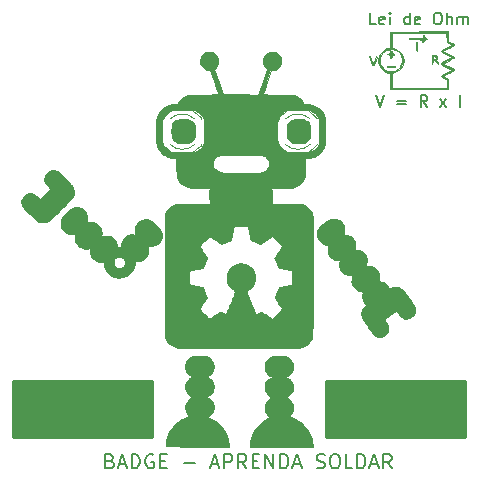
<source format=gto>
G04 #@! TF.FileFunction,Legend,Top*
%FSLAX46Y46*%
G04 Gerber Fmt 4.6, Leading zero omitted, Abs format (unit mm)*
G04 Created by KiCad (PCBNEW 4.0.6) date 07/03/18 08:43:19*
%MOMM*%
%LPD*%
G01*
G04 APERTURE LIST*
%ADD10C,0.100000*%
%ADD11C,0.200000*%
%ADD12C,0.010000*%
%ADD13C,0.120000*%
%ADD14C,0.254000*%
G04 APERTURE END LIST*
D10*
D11*
X118857143Y-85914286D02*
X119028572Y-85971429D01*
X119085715Y-86028571D01*
X119142858Y-86142857D01*
X119142858Y-86314286D01*
X119085715Y-86428571D01*
X119028572Y-86485714D01*
X118914286Y-86542857D01*
X118457143Y-86542857D01*
X118457143Y-85342857D01*
X118857143Y-85342857D01*
X118971429Y-85400000D01*
X119028572Y-85457143D01*
X119085715Y-85571429D01*
X119085715Y-85685714D01*
X119028572Y-85800000D01*
X118971429Y-85857143D01*
X118857143Y-85914286D01*
X118457143Y-85914286D01*
X119600000Y-86200000D02*
X120171429Y-86200000D01*
X119485715Y-86542857D02*
X119885715Y-85342857D01*
X120285715Y-86542857D01*
X120685714Y-86542857D02*
X120685714Y-85342857D01*
X120971429Y-85342857D01*
X121142857Y-85400000D01*
X121257143Y-85514286D01*
X121314286Y-85628571D01*
X121371429Y-85857143D01*
X121371429Y-86028571D01*
X121314286Y-86257143D01*
X121257143Y-86371429D01*
X121142857Y-86485714D01*
X120971429Y-86542857D01*
X120685714Y-86542857D01*
X122514286Y-85400000D02*
X122400000Y-85342857D01*
X122228571Y-85342857D01*
X122057143Y-85400000D01*
X121942857Y-85514286D01*
X121885714Y-85628571D01*
X121828571Y-85857143D01*
X121828571Y-86028571D01*
X121885714Y-86257143D01*
X121942857Y-86371429D01*
X122057143Y-86485714D01*
X122228571Y-86542857D01*
X122342857Y-86542857D01*
X122514286Y-86485714D01*
X122571429Y-86428571D01*
X122571429Y-86028571D01*
X122342857Y-86028571D01*
X123085714Y-85914286D02*
X123485714Y-85914286D01*
X123657143Y-86542857D02*
X123085714Y-86542857D01*
X123085714Y-85342857D01*
X123657143Y-85342857D01*
X125085714Y-86085714D02*
X126000000Y-86085714D01*
X127428571Y-86200000D02*
X128000000Y-86200000D01*
X127314286Y-86542857D02*
X127714286Y-85342857D01*
X128114286Y-86542857D01*
X128514285Y-86542857D02*
X128514285Y-85342857D01*
X128971428Y-85342857D01*
X129085714Y-85400000D01*
X129142857Y-85457143D01*
X129200000Y-85571429D01*
X129200000Y-85742857D01*
X129142857Y-85857143D01*
X129085714Y-85914286D01*
X128971428Y-85971429D01*
X128514285Y-85971429D01*
X130400000Y-86542857D02*
X130000000Y-85971429D01*
X129714285Y-86542857D02*
X129714285Y-85342857D01*
X130171428Y-85342857D01*
X130285714Y-85400000D01*
X130342857Y-85457143D01*
X130400000Y-85571429D01*
X130400000Y-85742857D01*
X130342857Y-85857143D01*
X130285714Y-85914286D01*
X130171428Y-85971429D01*
X129714285Y-85971429D01*
X130914285Y-85914286D02*
X131314285Y-85914286D01*
X131485714Y-86542857D02*
X130914285Y-86542857D01*
X130914285Y-85342857D01*
X131485714Y-85342857D01*
X131999999Y-86542857D02*
X131999999Y-85342857D01*
X132685714Y-86542857D01*
X132685714Y-85342857D01*
X133257142Y-86542857D02*
X133257142Y-85342857D01*
X133542857Y-85342857D01*
X133714285Y-85400000D01*
X133828571Y-85514286D01*
X133885714Y-85628571D01*
X133942857Y-85857143D01*
X133942857Y-86028571D01*
X133885714Y-86257143D01*
X133828571Y-86371429D01*
X133714285Y-86485714D01*
X133542857Y-86542857D01*
X133257142Y-86542857D01*
X134399999Y-86200000D02*
X134971428Y-86200000D01*
X134285714Y-86542857D02*
X134685714Y-85342857D01*
X135085714Y-86542857D01*
X136342856Y-86485714D02*
X136514285Y-86542857D01*
X136799999Y-86542857D01*
X136914285Y-86485714D01*
X136971428Y-86428571D01*
X137028571Y-86314286D01*
X137028571Y-86200000D01*
X136971428Y-86085714D01*
X136914285Y-86028571D01*
X136799999Y-85971429D01*
X136571428Y-85914286D01*
X136457142Y-85857143D01*
X136399999Y-85800000D01*
X136342856Y-85685714D01*
X136342856Y-85571429D01*
X136399999Y-85457143D01*
X136457142Y-85400000D01*
X136571428Y-85342857D01*
X136857142Y-85342857D01*
X137028571Y-85400000D01*
X137771428Y-85342857D02*
X137999999Y-85342857D01*
X138114285Y-85400000D01*
X138228571Y-85514286D01*
X138285713Y-85742857D01*
X138285713Y-86142857D01*
X138228571Y-86371429D01*
X138114285Y-86485714D01*
X137999999Y-86542857D01*
X137771428Y-86542857D01*
X137657142Y-86485714D01*
X137542856Y-86371429D01*
X137485713Y-86142857D01*
X137485713Y-85742857D01*
X137542856Y-85514286D01*
X137657142Y-85400000D01*
X137771428Y-85342857D01*
X139371428Y-86542857D02*
X138799999Y-86542857D01*
X138799999Y-85342857D01*
X139771428Y-86542857D02*
X139771428Y-85342857D01*
X140057143Y-85342857D01*
X140228571Y-85400000D01*
X140342857Y-85514286D01*
X140400000Y-85628571D01*
X140457143Y-85857143D01*
X140457143Y-86028571D01*
X140400000Y-86257143D01*
X140342857Y-86371429D01*
X140228571Y-86485714D01*
X140057143Y-86542857D01*
X139771428Y-86542857D01*
X140914285Y-86200000D02*
X141485714Y-86200000D01*
X140800000Y-86542857D02*
X141200000Y-85342857D01*
X141600000Y-86542857D01*
X142685714Y-86542857D02*
X142285714Y-85971429D01*
X141999999Y-86542857D02*
X141999999Y-85342857D01*
X142457142Y-85342857D01*
X142571428Y-85400000D01*
X142628571Y-85457143D01*
X142685714Y-85571429D01*
X142685714Y-85742857D01*
X142628571Y-85857143D01*
X142571428Y-85914286D01*
X142457142Y-85971429D01*
X141999999Y-85971429D01*
X141357143Y-48952381D02*
X140880952Y-48952381D01*
X140880952Y-47952381D01*
X142071429Y-48904762D02*
X141976191Y-48952381D01*
X141785714Y-48952381D01*
X141690476Y-48904762D01*
X141642857Y-48809524D01*
X141642857Y-48428571D01*
X141690476Y-48333333D01*
X141785714Y-48285714D01*
X141976191Y-48285714D01*
X142071429Y-48333333D01*
X142119048Y-48428571D01*
X142119048Y-48523810D01*
X141642857Y-48619048D01*
X142547619Y-48952381D02*
X142547619Y-48285714D01*
X142547619Y-47952381D02*
X142500000Y-48000000D01*
X142547619Y-48047619D01*
X142595238Y-48000000D01*
X142547619Y-47952381D01*
X142547619Y-48047619D01*
X144214286Y-48952381D02*
X144214286Y-47952381D01*
X144214286Y-48904762D02*
X144119048Y-48952381D01*
X143928571Y-48952381D01*
X143833333Y-48904762D01*
X143785714Y-48857143D01*
X143738095Y-48761905D01*
X143738095Y-48476190D01*
X143785714Y-48380952D01*
X143833333Y-48333333D01*
X143928571Y-48285714D01*
X144119048Y-48285714D01*
X144214286Y-48333333D01*
X145071429Y-48904762D02*
X144976191Y-48952381D01*
X144785714Y-48952381D01*
X144690476Y-48904762D01*
X144642857Y-48809524D01*
X144642857Y-48428571D01*
X144690476Y-48333333D01*
X144785714Y-48285714D01*
X144976191Y-48285714D01*
X145071429Y-48333333D01*
X145119048Y-48428571D01*
X145119048Y-48523810D01*
X144642857Y-48619048D01*
X146500000Y-47952381D02*
X146690477Y-47952381D01*
X146785715Y-48000000D01*
X146880953Y-48095238D01*
X146928572Y-48285714D01*
X146928572Y-48619048D01*
X146880953Y-48809524D01*
X146785715Y-48904762D01*
X146690477Y-48952381D01*
X146500000Y-48952381D01*
X146404762Y-48904762D01*
X146309524Y-48809524D01*
X146261905Y-48619048D01*
X146261905Y-48285714D01*
X146309524Y-48095238D01*
X146404762Y-48000000D01*
X146500000Y-47952381D01*
X147357143Y-48952381D02*
X147357143Y-47952381D01*
X147785715Y-48952381D02*
X147785715Y-48428571D01*
X147738096Y-48333333D01*
X147642858Y-48285714D01*
X147500000Y-48285714D01*
X147404762Y-48333333D01*
X147357143Y-48380952D01*
X148261905Y-48952381D02*
X148261905Y-48285714D01*
X148261905Y-48380952D02*
X148309524Y-48333333D01*
X148404762Y-48285714D01*
X148547620Y-48285714D01*
X148642858Y-48333333D01*
X148690477Y-48428571D01*
X148690477Y-48952381D01*
X148690477Y-48428571D02*
X148738096Y-48333333D01*
X148833334Y-48285714D01*
X148976191Y-48285714D01*
X149071429Y-48333333D01*
X149119048Y-48428571D01*
X149119048Y-48952381D01*
X141380952Y-54952381D02*
X141714285Y-55952381D01*
X142047619Y-54952381D01*
X143142857Y-55428571D02*
X143904762Y-55428571D01*
X143904762Y-55714286D02*
X143142857Y-55714286D01*
X145714286Y-55952381D02*
X145380952Y-55476190D01*
X145142857Y-55952381D02*
X145142857Y-54952381D01*
X145523810Y-54952381D01*
X145619048Y-55000000D01*
X145666667Y-55047619D01*
X145714286Y-55142857D01*
X145714286Y-55285714D01*
X145666667Y-55380952D01*
X145619048Y-55428571D01*
X145523810Y-55476190D01*
X145142857Y-55476190D01*
X146809524Y-55952381D02*
X147333334Y-55285714D01*
X146809524Y-55285714D02*
X147333334Y-55952381D01*
X148476191Y-55952381D02*
X148476191Y-54952381D01*
D12*
G36*
X133150556Y-77024415D02*
X133595056Y-77024775D01*
X133707945Y-77062860D01*
X133850142Y-77122091D01*
X133973812Y-77198809D01*
X134085177Y-77296938D01*
X134094658Y-77306796D01*
X134193853Y-77426508D01*
X134266755Y-77550752D01*
X134315293Y-77684022D01*
X134341397Y-77830812D01*
X134345875Y-77891889D01*
X134343104Y-78046681D01*
X134318158Y-78186834D01*
X134269569Y-78316125D01*
X134195874Y-78438327D01*
X134095605Y-78557217D01*
X134082253Y-78570899D01*
X134019683Y-78631709D01*
X133966535Y-78676686D01*
X133914580Y-78712017D01*
X133855588Y-78743889D01*
X133845825Y-78748657D01*
X133729706Y-78804792D01*
X133852403Y-78865591D01*
X133926888Y-78906141D01*
X133990235Y-78950240D01*
X134053701Y-79006137D01*
X134081552Y-79033556D01*
X134183932Y-79151820D01*
X134259897Y-79275358D01*
X134311224Y-79408170D01*
X134339693Y-79554256D01*
X134345629Y-79627555D01*
X134345621Y-79756132D01*
X134330369Y-79870217D01*
X134297759Y-79980302D01*
X134254543Y-80079111D01*
X134196299Y-80174898D01*
X134117920Y-80270994D01*
X134026502Y-80360304D01*
X133929142Y-80435733D01*
X133852583Y-80480899D01*
X133803530Y-80505640D01*
X133765863Y-80525150D01*
X133745342Y-80536422D01*
X133743222Y-80537972D01*
X133754898Y-80544922D01*
X133785944Y-80561191D01*
X133830391Y-80583671D01*
X133845528Y-80591202D01*
X133979728Y-80672705D01*
X134095411Y-80773453D01*
X134191206Y-80890479D01*
X134265742Y-81020817D01*
X134317649Y-81161500D01*
X134345554Y-81309560D01*
X134348088Y-81462033D01*
X134323880Y-81615949D01*
X134322173Y-81622732D01*
X134271016Y-81770716D01*
X134196162Y-81904916D01*
X134095963Y-82028231D01*
X134085335Y-82039211D01*
X134043370Y-82082466D01*
X134010449Y-82117359D01*
X133990521Y-82139644D01*
X133986471Y-82145526D01*
X134000462Y-82150375D01*
X134036274Y-82162407D01*
X134088926Y-82179960D01*
X134153438Y-82201368D01*
X134173611Y-82208047D01*
X134424777Y-82305860D01*
X134666631Y-82429598D01*
X134896591Y-82577775D01*
X135107189Y-82744630D01*
X135290610Y-82922873D01*
X135456292Y-83120321D01*
X135602767Y-83333975D01*
X135728567Y-83560835D01*
X135832225Y-83797900D01*
X135912273Y-84042172D01*
X135967243Y-84290650D01*
X135995667Y-84540334D01*
X135996881Y-84562916D01*
X136005289Y-84735777D01*
X130662711Y-84735777D01*
X130671119Y-84562916D01*
X130697478Y-84306767D01*
X130750557Y-84055223D01*
X130828977Y-83810234D01*
X130931361Y-83573750D01*
X131056332Y-83347723D01*
X131202510Y-83134103D01*
X131368520Y-82934841D01*
X131552983Y-82751888D01*
X131754520Y-82587193D01*
X131971756Y-82442709D01*
X132203311Y-82320386D01*
X132278629Y-82286911D01*
X132336155Y-82262116D01*
X132383448Y-82241071D01*
X132414815Y-82226352D01*
X132424552Y-82220929D01*
X132417886Y-82210090D01*
X132393313Y-82189787D01*
X132371204Y-82174413D01*
X132238244Y-82073161D01*
X132130421Y-81960136D01*
X132046533Y-81833705D01*
X131985379Y-81692229D01*
X131964299Y-81620667D01*
X131939034Y-81467326D01*
X131940555Y-81315192D01*
X131967482Y-81167243D01*
X132018435Y-81026456D01*
X132092034Y-80895810D01*
X132186898Y-80778282D01*
X132301648Y-80676850D01*
X132434902Y-80594492D01*
X132441472Y-80591202D01*
X132488790Y-80567458D01*
X132524506Y-80548989D01*
X132542653Y-80538902D01*
X132543778Y-80537972D01*
X132532136Y-80530924D01*
X132501079Y-80514291D01*
X132456413Y-80491155D01*
X132437124Y-80481324D01*
X132311074Y-80402350D01*
X132196654Y-80301181D01*
X132098340Y-80182920D01*
X132020609Y-80052674D01*
X131983062Y-79963495D01*
X131956823Y-79863714D01*
X131941524Y-79750417D01*
X131937746Y-79634388D01*
X131946070Y-79526413D01*
X131956564Y-79472157D01*
X132007484Y-79322985D01*
X132081470Y-79185360D01*
X132175867Y-79062653D01*
X132288016Y-78958238D01*
X132415261Y-78875487D01*
X132434356Y-78865710D01*
X132556813Y-78805030D01*
X132440934Y-78747635D01*
X132338255Y-78685509D01*
X132237834Y-78604226D01*
X132146541Y-78510583D01*
X132071248Y-78411377D01*
X132032319Y-78343444D01*
X131983253Y-78228006D01*
X131953274Y-78116920D01*
X131940274Y-77999788D01*
X131940809Y-77891889D01*
X131960718Y-77732956D01*
X132005922Y-77586274D01*
X132076778Y-77451078D01*
X132173646Y-77326601D01*
X132233414Y-77266781D01*
X132337085Y-77182221D01*
X132446799Y-77117183D01*
X132572180Y-77066167D01*
X132600222Y-77057088D01*
X132630897Y-77047857D01*
X132659637Y-77040530D01*
X132690082Y-77034890D01*
X132725874Y-77030722D01*
X132770651Y-77027809D01*
X132828054Y-77025936D01*
X132901724Y-77024885D01*
X132995299Y-77024441D01*
X133112421Y-77024389D01*
X133150556Y-77024415D01*
X133150556Y-77024415D01*
G37*
X133150556Y-77024415D02*
X133595056Y-77024775D01*
X133707945Y-77062860D01*
X133850142Y-77122091D01*
X133973812Y-77198809D01*
X134085177Y-77296938D01*
X134094658Y-77306796D01*
X134193853Y-77426508D01*
X134266755Y-77550752D01*
X134315293Y-77684022D01*
X134341397Y-77830812D01*
X134345875Y-77891889D01*
X134343104Y-78046681D01*
X134318158Y-78186834D01*
X134269569Y-78316125D01*
X134195874Y-78438327D01*
X134095605Y-78557217D01*
X134082253Y-78570899D01*
X134019683Y-78631709D01*
X133966535Y-78676686D01*
X133914580Y-78712017D01*
X133855588Y-78743889D01*
X133845825Y-78748657D01*
X133729706Y-78804792D01*
X133852403Y-78865591D01*
X133926888Y-78906141D01*
X133990235Y-78950240D01*
X134053701Y-79006137D01*
X134081552Y-79033556D01*
X134183932Y-79151820D01*
X134259897Y-79275358D01*
X134311224Y-79408170D01*
X134339693Y-79554256D01*
X134345629Y-79627555D01*
X134345621Y-79756132D01*
X134330369Y-79870217D01*
X134297759Y-79980302D01*
X134254543Y-80079111D01*
X134196299Y-80174898D01*
X134117920Y-80270994D01*
X134026502Y-80360304D01*
X133929142Y-80435733D01*
X133852583Y-80480899D01*
X133803530Y-80505640D01*
X133765863Y-80525150D01*
X133745342Y-80536422D01*
X133743222Y-80537972D01*
X133754898Y-80544922D01*
X133785944Y-80561191D01*
X133830391Y-80583671D01*
X133845528Y-80591202D01*
X133979728Y-80672705D01*
X134095411Y-80773453D01*
X134191206Y-80890479D01*
X134265742Y-81020817D01*
X134317649Y-81161500D01*
X134345554Y-81309560D01*
X134348088Y-81462033D01*
X134323880Y-81615949D01*
X134322173Y-81622732D01*
X134271016Y-81770716D01*
X134196162Y-81904916D01*
X134095963Y-82028231D01*
X134085335Y-82039211D01*
X134043370Y-82082466D01*
X134010449Y-82117359D01*
X133990521Y-82139644D01*
X133986471Y-82145526D01*
X134000462Y-82150375D01*
X134036274Y-82162407D01*
X134088926Y-82179960D01*
X134153438Y-82201368D01*
X134173611Y-82208047D01*
X134424777Y-82305860D01*
X134666631Y-82429598D01*
X134896591Y-82577775D01*
X135107189Y-82744630D01*
X135290610Y-82922873D01*
X135456292Y-83120321D01*
X135602767Y-83333975D01*
X135728567Y-83560835D01*
X135832225Y-83797900D01*
X135912273Y-84042172D01*
X135967243Y-84290650D01*
X135995667Y-84540334D01*
X135996881Y-84562916D01*
X136005289Y-84735777D01*
X130662711Y-84735777D01*
X130671119Y-84562916D01*
X130697478Y-84306767D01*
X130750557Y-84055223D01*
X130828977Y-83810234D01*
X130931361Y-83573750D01*
X131056332Y-83347723D01*
X131202510Y-83134103D01*
X131368520Y-82934841D01*
X131552983Y-82751888D01*
X131754520Y-82587193D01*
X131971756Y-82442709D01*
X132203311Y-82320386D01*
X132278629Y-82286911D01*
X132336155Y-82262116D01*
X132383448Y-82241071D01*
X132414815Y-82226352D01*
X132424552Y-82220929D01*
X132417886Y-82210090D01*
X132393313Y-82189787D01*
X132371204Y-82174413D01*
X132238244Y-82073161D01*
X132130421Y-81960136D01*
X132046533Y-81833705D01*
X131985379Y-81692229D01*
X131964299Y-81620667D01*
X131939034Y-81467326D01*
X131940555Y-81315192D01*
X131967482Y-81167243D01*
X132018435Y-81026456D01*
X132092034Y-80895810D01*
X132186898Y-80778282D01*
X132301648Y-80676850D01*
X132434902Y-80594492D01*
X132441472Y-80591202D01*
X132488790Y-80567458D01*
X132524506Y-80548989D01*
X132542653Y-80538902D01*
X132543778Y-80537972D01*
X132532136Y-80530924D01*
X132501079Y-80514291D01*
X132456413Y-80491155D01*
X132437124Y-80481324D01*
X132311074Y-80402350D01*
X132196654Y-80301181D01*
X132098340Y-80182920D01*
X132020609Y-80052674D01*
X131983062Y-79963495D01*
X131956823Y-79863714D01*
X131941524Y-79750417D01*
X131937746Y-79634388D01*
X131946070Y-79526413D01*
X131956564Y-79472157D01*
X132007484Y-79322985D01*
X132081470Y-79185360D01*
X132175867Y-79062653D01*
X132288016Y-78958238D01*
X132415261Y-78875487D01*
X132434356Y-78865710D01*
X132556813Y-78805030D01*
X132440934Y-78747635D01*
X132338255Y-78685509D01*
X132237834Y-78604226D01*
X132146541Y-78510583D01*
X132071248Y-78411377D01*
X132032319Y-78343444D01*
X131983253Y-78228006D01*
X131953274Y-78116920D01*
X131940274Y-77999788D01*
X131940809Y-77891889D01*
X131960718Y-77732956D01*
X132005922Y-77586274D01*
X132076778Y-77451078D01*
X132173646Y-77326601D01*
X132233414Y-77266781D01*
X132337085Y-77182221D01*
X132446799Y-77117183D01*
X132572180Y-77066167D01*
X132600222Y-77057088D01*
X132630897Y-77047857D01*
X132659637Y-77040530D01*
X132690082Y-77034890D01*
X132725874Y-77030722D01*
X132770651Y-77027809D01*
X132828054Y-77025936D01*
X132901724Y-77024885D01*
X132995299Y-77024441D01*
X133112421Y-77024389D01*
X133150556Y-77024415D01*
G36*
X126556813Y-76989556D02*
X126669749Y-76990992D01*
X126762256Y-76994025D01*
X126838232Y-76999182D01*
X126901569Y-77006986D01*
X126956162Y-77017963D01*
X127005907Y-77032638D01*
X127054698Y-77051534D01*
X127106429Y-77075177D01*
X127125111Y-77084259D01*
X127230336Y-77148363D01*
X127332430Y-77233400D01*
X127424469Y-77332335D01*
X127499530Y-77438132D01*
X127531106Y-77496777D01*
X127575132Y-77598693D01*
X127603779Y-77689617D01*
X127619578Y-77780368D01*
X127625058Y-77881765D01*
X127625147Y-77898944D01*
X127620952Y-78003729D01*
X127606661Y-78096006D01*
X127579711Y-78186714D01*
X127537542Y-78286792D01*
X127531162Y-78300318D01*
X127460758Y-78418834D01*
X127368717Y-78528564D01*
X127261191Y-78623318D01*
X127144336Y-78696909D01*
X127129493Y-78704257D01*
X127078626Y-78729371D01*
X127039068Y-78750233D01*
X127016544Y-78763758D01*
X127013460Y-78766777D01*
X127025109Y-78775502D01*
X127056704Y-78792949D01*
X127102548Y-78816059D01*
X127128087Y-78828334D01*
X127243568Y-78896916D01*
X127351405Y-78987496D01*
X127445441Y-79093891D01*
X127519519Y-79209916D01*
X127531162Y-79233237D01*
X127575386Y-79335227D01*
X127604073Y-79426500D01*
X127619787Y-79517992D01*
X127625089Y-79620643D01*
X127625147Y-79634611D01*
X127620952Y-79739395D01*
X127606661Y-79831672D01*
X127579711Y-79922381D01*
X127537542Y-80022458D01*
X127531162Y-80035985D01*
X127461359Y-80153262D01*
X127369466Y-80262691D01*
X127261565Y-80358143D01*
X127143735Y-80433495D01*
X127129259Y-80440875D01*
X127013463Y-80498282D01*
X127122204Y-80552664D01*
X127187182Y-80589118D01*
X127248150Y-80632900D01*
X127313218Y-80690197D01*
X127351587Y-80727606D01*
X127454091Y-80842798D01*
X127530559Y-80959322D01*
X127582972Y-81081910D01*
X127613312Y-81215294D01*
X127623559Y-81364206D01*
X127623568Y-81377333D01*
X127621652Y-81457571D01*
X127615519Y-81521274D01*
X127603504Y-81580014D01*
X127585867Y-81639495D01*
X127523338Y-81786800D01*
X127437063Y-81919856D01*
X127328979Y-82036111D01*
X127220608Y-82120347D01*
X127122674Y-82185454D01*
X127247942Y-82237129D01*
X127495760Y-82354304D01*
X127727692Y-82494320D01*
X127942623Y-82655971D01*
X128139438Y-82838051D01*
X128317021Y-83039352D01*
X128474257Y-83258669D01*
X128610032Y-83494793D01*
X128723229Y-83746520D01*
X128774773Y-83889111D01*
X128811601Y-84013892D01*
X128844160Y-84150839D01*
X128870968Y-84291598D01*
X128890540Y-84427813D01*
X128901394Y-84551129D01*
X128903111Y-84611935D01*
X128903111Y-84693444D01*
X126229056Y-84693444D01*
X125894999Y-84693411D01*
X125588156Y-84693307D01*
X125307515Y-84693127D01*
X125052068Y-84692862D01*
X124820804Y-84692507D01*
X124612716Y-84692055D01*
X124426792Y-84691498D01*
X124262023Y-84690832D01*
X124117400Y-84690048D01*
X123991914Y-84689140D01*
X123884554Y-84688102D01*
X123794311Y-84686927D01*
X123720176Y-84685608D01*
X123661138Y-84684138D01*
X123616190Y-84682512D01*
X123584320Y-84680721D01*
X123564520Y-84678761D01*
X123555779Y-84676623D01*
X123555146Y-84675805D01*
X123556365Y-84655480D01*
X123559577Y-84613243D01*
X123564291Y-84555295D01*
X123569930Y-84488833D01*
X123607199Y-84217123D01*
X123670813Y-83953325D01*
X123759830Y-83699155D01*
X123873308Y-83456328D01*
X124010303Y-83226560D01*
X124169874Y-83011568D01*
X124351078Y-82813066D01*
X124552973Y-82632772D01*
X124616822Y-82582953D01*
X124792580Y-82459713D01*
X124972526Y-82353649D01*
X125162706Y-82261806D01*
X125369162Y-82181228D01*
X125569019Y-82117317D01*
X125566940Y-82106021D01*
X125547915Y-82079359D01*
X125515287Y-82041582D01*
X125481599Y-82006173D01*
X125379149Y-81883281D01*
X125299296Y-81746332D01*
X125244158Y-81599362D01*
X125225618Y-81518444D01*
X125211889Y-81364958D01*
X125224853Y-81213973D01*
X125262982Y-81068449D01*
X125324750Y-80931343D01*
X125408631Y-80805615D01*
X125513098Y-80694224D01*
X125636626Y-80600129D01*
X125725017Y-80550334D01*
X125831417Y-80497761D01*
X125756981Y-80464910D01*
X125626904Y-80392910D01*
X125507583Y-80298268D01*
X125404181Y-80185961D01*
X125321866Y-80060966D01*
X125306322Y-80030663D01*
X125261339Y-79927695D01*
X125232785Y-79833672D01*
X125217916Y-79736828D01*
X125213964Y-79634611D01*
X125216154Y-79565722D01*
X125221961Y-79496758D01*
X125230244Y-79440333D01*
X125232488Y-79430000D01*
X125263227Y-79335284D01*
X125309850Y-79233348D01*
X125366600Y-79135085D01*
X125427719Y-79051389D01*
X125440145Y-79037152D01*
X125495765Y-78982371D01*
X125563172Y-78926058D01*
X125635108Y-78873431D01*
X125704313Y-78829707D01*
X125763532Y-78800104D01*
X125776604Y-78795295D01*
X125808989Y-78782318D01*
X125825818Y-78771096D01*
X125826506Y-78769211D01*
X125814444Y-78759391D01*
X125782467Y-78741068D01*
X125736344Y-78717438D01*
X125711025Y-78705221D01*
X125595543Y-78636639D01*
X125487706Y-78546059D01*
X125393670Y-78439664D01*
X125319592Y-78323639D01*
X125307949Y-78300318D01*
X125263726Y-78198327D01*
X125235038Y-78107055D01*
X125219324Y-78015563D01*
X125214022Y-77912912D01*
X125213964Y-77898944D01*
X125218086Y-77794957D01*
X125232138Y-77703275D01*
X125258651Y-77613081D01*
X125300154Y-77513553D01*
X125308005Y-77496777D01*
X125370759Y-77390204D01*
X125454304Y-77286619D01*
X125551717Y-77193058D01*
X125656074Y-77116555D01*
X125714000Y-77084259D01*
X125767589Y-77058906D01*
X125816932Y-77038477D01*
X125865923Y-77022446D01*
X125918457Y-77010287D01*
X125978428Y-77001478D01*
X126049732Y-76995492D01*
X126136263Y-76991805D01*
X126241915Y-76989892D01*
X126370584Y-76989229D01*
X126419556Y-76989195D01*
X126556813Y-76989556D01*
X126556813Y-76989556D01*
G37*
X126556813Y-76989556D02*
X126669749Y-76990992D01*
X126762256Y-76994025D01*
X126838232Y-76999182D01*
X126901569Y-77006986D01*
X126956162Y-77017963D01*
X127005907Y-77032638D01*
X127054698Y-77051534D01*
X127106429Y-77075177D01*
X127125111Y-77084259D01*
X127230336Y-77148363D01*
X127332430Y-77233400D01*
X127424469Y-77332335D01*
X127499530Y-77438132D01*
X127531106Y-77496777D01*
X127575132Y-77598693D01*
X127603779Y-77689617D01*
X127619578Y-77780368D01*
X127625058Y-77881765D01*
X127625147Y-77898944D01*
X127620952Y-78003729D01*
X127606661Y-78096006D01*
X127579711Y-78186714D01*
X127537542Y-78286792D01*
X127531162Y-78300318D01*
X127460758Y-78418834D01*
X127368717Y-78528564D01*
X127261191Y-78623318D01*
X127144336Y-78696909D01*
X127129493Y-78704257D01*
X127078626Y-78729371D01*
X127039068Y-78750233D01*
X127016544Y-78763758D01*
X127013460Y-78766777D01*
X127025109Y-78775502D01*
X127056704Y-78792949D01*
X127102548Y-78816059D01*
X127128087Y-78828334D01*
X127243568Y-78896916D01*
X127351405Y-78987496D01*
X127445441Y-79093891D01*
X127519519Y-79209916D01*
X127531162Y-79233237D01*
X127575386Y-79335227D01*
X127604073Y-79426500D01*
X127619787Y-79517992D01*
X127625089Y-79620643D01*
X127625147Y-79634611D01*
X127620952Y-79739395D01*
X127606661Y-79831672D01*
X127579711Y-79922381D01*
X127537542Y-80022458D01*
X127531162Y-80035985D01*
X127461359Y-80153262D01*
X127369466Y-80262691D01*
X127261565Y-80358143D01*
X127143735Y-80433495D01*
X127129259Y-80440875D01*
X127013463Y-80498282D01*
X127122204Y-80552664D01*
X127187182Y-80589118D01*
X127248150Y-80632900D01*
X127313218Y-80690197D01*
X127351587Y-80727606D01*
X127454091Y-80842798D01*
X127530559Y-80959322D01*
X127582972Y-81081910D01*
X127613312Y-81215294D01*
X127623559Y-81364206D01*
X127623568Y-81377333D01*
X127621652Y-81457571D01*
X127615519Y-81521274D01*
X127603504Y-81580014D01*
X127585867Y-81639495D01*
X127523338Y-81786800D01*
X127437063Y-81919856D01*
X127328979Y-82036111D01*
X127220608Y-82120347D01*
X127122674Y-82185454D01*
X127247942Y-82237129D01*
X127495760Y-82354304D01*
X127727692Y-82494320D01*
X127942623Y-82655971D01*
X128139438Y-82838051D01*
X128317021Y-83039352D01*
X128474257Y-83258669D01*
X128610032Y-83494793D01*
X128723229Y-83746520D01*
X128774773Y-83889111D01*
X128811601Y-84013892D01*
X128844160Y-84150839D01*
X128870968Y-84291598D01*
X128890540Y-84427813D01*
X128901394Y-84551129D01*
X128903111Y-84611935D01*
X128903111Y-84693444D01*
X126229056Y-84693444D01*
X125894999Y-84693411D01*
X125588156Y-84693307D01*
X125307515Y-84693127D01*
X125052068Y-84692862D01*
X124820804Y-84692507D01*
X124612716Y-84692055D01*
X124426792Y-84691498D01*
X124262023Y-84690832D01*
X124117400Y-84690048D01*
X123991914Y-84689140D01*
X123884554Y-84688102D01*
X123794311Y-84686927D01*
X123720176Y-84685608D01*
X123661138Y-84684138D01*
X123616190Y-84682512D01*
X123584320Y-84680721D01*
X123564520Y-84678761D01*
X123555779Y-84676623D01*
X123555146Y-84675805D01*
X123556365Y-84655480D01*
X123559577Y-84613243D01*
X123564291Y-84555295D01*
X123569930Y-84488833D01*
X123607199Y-84217123D01*
X123670813Y-83953325D01*
X123759830Y-83699155D01*
X123873308Y-83456328D01*
X124010303Y-83226560D01*
X124169874Y-83011568D01*
X124351078Y-82813066D01*
X124552973Y-82632772D01*
X124616822Y-82582953D01*
X124792580Y-82459713D01*
X124972526Y-82353649D01*
X125162706Y-82261806D01*
X125369162Y-82181228D01*
X125569019Y-82117317D01*
X125566940Y-82106021D01*
X125547915Y-82079359D01*
X125515287Y-82041582D01*
X125481599Y-82006173D01*
X125379149Y-81883281D01*
X125299296Y-81746332D01*
X125244158Y-81599362D01*
X125225618Y-81518444D01*
X125211889Y-81364958D01*
X125224853Y-81213973D01*
X125262982Y-81068449D01*
X125324750Y-80931343D01*
X125408631Y-80805615D01*
X125513098Y-80694224D01*
X125636626Y-80600129D01*
X125725017Y-80550334D01*
X125831417Y-80497761D01*
X125756981Y-80464910D01*
X125626904Y-80392910D01*
X125507583Y-80298268D01*
X125404181Y-80185961D01*
X125321866Y-80060966D01*
X125306322Y-80030663D01*
X125261339Y-79927695D01*
X125232785Y-79833672D01*
X125217916Y-79736828D01*
X125213964Y-79634611D01*
X125216154Y-79565722D01*
X125221961Y-79496758D01*
X125230244Y-79440333D01*
X125232488Y-79430000D01*
X125263227Y-79335284D01*
X125309850Y-79233348D01*
X125366600Y-79135085D01*
X125427719Y-79051389D01*
X125440145Y-79037152D01*
X125495765Y-78982371D01*
X125563172Y-78926058D01*
X125635108Y-78873431D01*
X125704313Y-78829707D01*
X125763532Y-78800104D01*
X125776604Y-78795295D01*
X125808989Y-78782318D01*
X125825818Y-78771096D01*
X125826506Y-78769211D01*
X125814444Y-78759391D01*
X125782467Y-78741068D01*
X125736344Y-78717438D01*
X125711025Y-78705221D01*
X125595543Y-78636639D01*
X125487706Y-78546059D01*
X125393670Y-78439664D01*
X125319592Y-78323639D01*
X125307949Y-78300318D01*
X125263726Y-78198327D01*
X125235038Y-78107055D01*
X125219324Y-78015563D01*
X125214022Y-77912912D01*
X125213964Y-77898944D01*
X125218086Y-77794957D01*
X125232138Y-77703275D01*
X125258651Y-77613081D01*
X125300154Y-77513553D01*
X125308005Y-77496777D01*
X125370759Y-77390204D01*
X125454304Y-77286619D01*
X125551717Y-77193058D01*
X125656074Y-77116555D01*
X125714000Y-77084259D01*
X125767589Y-77058906D01*
X125816932Y-77038477D01*
X125865923Y-77022446D01*
X125918457Y-77010287D01*
X125978428Y-77001478D01*
X126049732Y-76995492D01*
X126136263Y-76991805D01*
X126241915Y-76989892D01*
X126370584Y-76989229D01*
X126419556Y-76989195D01*
X126556813Y-76989556D01*
G36*
X127390103Y-51286180D02*
X127526360Y-51323861D01*
X127651339Y-51384057D01*
X127762550Y-51464469D01*
X127857506Y-51562800D01*
X127933719Y-51676751D01*
X127988700Y-51804023D01*
X128019962Y-51942318D01*
X128024886Y-51993649D01*
X128022113Y-52143194D01*
X127993944Y-52281238D01*
X127939768Y-52409365D01*
X127858973Y-52529157D01*
X127788085Y-52607091D01*
X127678813Y-52715238D01*
X128064093Y-53799480D01*
X128449372Y-54883722D01*
X129914492Y-54887071D01*
X131379611Y-54890420D01*
X131764475Y-53804820D01*
X132149340Y-52719220D01*
X132039219Y-52609082D01*
X131962741Y-52526366D01*
X131906054Y-52448672D01*
X131864160Y-52367528D01*
X131832065Y-52274460D01*
X131823803Y-52243738D01*
X131800157Y-52097734D01*
X131804205Y-51955250D01*
X131835481Y-51817961D01*
X131893518Y-51687539D01*
X131977848Y-51565659D01*
X132028722Y-51509466D01*
X132139062Y-51413363D01*
X132256122Y-51343941D01*
X132383024Y-51299888D01*
X132522888Y-51279895D01*
X132579056Y-51278333D01*
X132723601Y-51289577D01*
X132854453Y-51324235D01*
X132974923Y-51383696D01*
X133088321Y-51469346D01*
X133130801Y-51509603D01*
X133227629Y-51625039D01*
X133298363Y-51750737D01*
X133342604Y-51885499D01*
X133359950Y-52028126D01*
X133351318Y-52168687D01*
X133318365Y-52303382D01*
X133261904Y-52428619D01*
X133184952Y-52541706D01*
X133090532Y-52639953D01*
X132981663Y-52720668D01*
X132861365Y-52781161D01*
X132732659Y-52818740D01*
X132608244Y-52830766D01*
X132508500Y-52830977D01*
X132149909Y-53843238D01*
X132092520Y-54005240D01*
X132037813Y-54159670D01*
X131986528Y-54304441D01*
X131939403Y-54437466D01*
X131897178Y-54556658D01*
X131860593Y-54659929D01*
X131830387Y-54745191D01*
X131807300Y-54810358D01*
X131792071Y-54853341D01*
X131785440Y-54872054D01*
X131785260Y-54872561D01*
X131790116Y-54875674D01*
X131807931Y-54878467D01*
X131840079Y-54880963D01*
X131887935Y-54883186D01*
X131952873Y-54885161D01*
X132036270Y-54886911D01*
X132139498Y-54888460D01*
X132263934Y-54889832D01*
X132410951Y-54891051D01*
X132581924Y-54892140D01*
X132778229Y-54893124D01*
X133001239Y-54894027D01*
X133025795Y-54894116D01*
X134272389Y-54898610D01*
X134384856Y-54930979D01*
X134561437Y-54994785D01*
X134726199Y-55080152D01*
X134876262Y-55184739D01*
X135008744Y-55306207D01*
X135120763Y-55442217D01*
X135209437Y-55590429D01*
X135217424Y-55606916D01*
X135259199Y-55695111D01*
X135372572Y-55695334D01*
X135504770Y-55699030D01*
X135639171Y-55708995D01*
X135767434Y-55724307D01*
X135881216Y-55744042D01*
X135941642Y-55758313D01*
X136132252Y-55823968D01*
X136310890Y-55913812D01*
X136475688Y-56025682D01*
X136624775Y-56157417D01*
X136756283Y-56306854D01*
X136868341Y-56471828D01*
X136959081Y-56650179D01*
X137026632Y-56839743D01*
X137069126Y-57038356D01*
X137073018Y-57067153D01*
X137076045Y-57106301D01*
X137078701Y-57170324D01*
X137080986Y-57255970D01*
X137082899Y-57359983D01*
X137084441Y-57479111D01*
X137085612Y-57610099D01*
X137086411Y-57749694D01*
X137086839Y-57894641D01*
X137086896Y-58041687D01*
X137086582Y-58187577D01*
X137085897Y-58329059D01*
X137084841Y-58462878D01*
X137083414Y-58585780D01*
X137081616Y-58694511D01*
X137079447Y-58785819D01*
X137076907Y-58856447D01*
X137073996Y-58903144D01*
X137072994Y-58912444D01*
X137040562Y-59088530D01*
X136988755Y-59255023D01*
X136926051Y-59399277D01*
X136821031Y-59584551D01*
X136696782Y-59749180D01*
X136553191Y-59893283D01*
X136390144Y-60016980D01*
X136263595Y-60091905D01*
X136116425Y-60161979D01*
X135970021Y-60213847D01*
X135816824Y-60249478D01*
X135649278Y-60270840D01*
X135552972Y-60277009D01*
X135366000Y-60285574D01*
X135366000Y-60890732D01*
X135365636Y-61028367D01*
X135364594Y-61161065D01*
X135362951Y-61285131D01*
X135360781Y-61396874D01*
X135358160Y-61492600D01*
X135355165Y-61568617D01*
X135351870Y-61621231D01*
X135350817Y-61632055D01*
X135316189Y-61820375D01*
X135256462Y-61997727D01*
X135173246Y-62162259D01*
X135068150Y-62312121D01*
X134942784Y-62445462D01*
X134798758Y-62560431D01*
X134637682Y-62655177D01*
X134461164Y-62727851D01*
X134375652Y-62753246D01*
X134350985Y-62759511D01*
X134326728Y-62764885D01*
X134300552Y-62769451D01*
X134270124Y-62773293D01*
X134233112Y-62776494D01*
X134187185Y-62779139D01*
X134130010Y-62781310D01*
X134059257Y-62783091D01*
X133972592Y-62784566D01*
X133867685Y-62785818D01*
X133742204Y-62786931D01*
X133593816Y-62787988D01*
X133420190Y-62789073D01*
X133366804Y-62789393D01*
X132475330Y-62794706D01*
X132503433Y-62874992D01*
X132543548Y-63007646D01*
X132571642Y-63144897D01*
X132589169Y-63295131D01*
X132595755Y-63408028D01*
X132596939Y-63574885D01*
X132585629Y-63726984D01*
X132560508Y-63875483D01*
X132523306Y-64021122D01*
X132490619Y-64133555D01*
X133671718Y-64133555D01*
X133910565Y-64133742D01*
X134126182Y-64134298D01*
X134317958Y-64135217D01*
X134485279Y-64136490D01*
X134627533Y-64138110D01*
X134744107Y-64140071D01*
X134834389Y-64142366D01*
X134897765Y-64144986D01*
X134933625Y-64147926D01*
X134936547Y-64148386D01*
X135120365Y-64194772D01*
X135292102Y-64265769D01*
X135449938Y-64359696D01*
X135592051Y-64474873D01*
X135716620Y-64609617D01*
X135821821Y-64762249D01*
X135905834Y-64931087D01*
X135961428Y-65094054D01*
X135993945Y-65213055D01*
X135993945Y-70222500D01*
X135993940Y-70670073D01*
X135993922Y-71090303D01*
X135993887Y-71484067D01*
X135993831Y-71852245D01*
X135993749Y-72195713D01*
X135993637Y-72515351D01*
X135993491Y-72812037D01*
X135993306Y-73086649D01*
X135993079Y-73340066D01*
X135992805Y-73573165D01*
X135992479Y-73786826D01*
X135992098Y-73981927D01*
X135991657Y-74159346D01*
X135991152Y-74319961D01*
X135990579Y-74464651D01*
X135989933Y-74594294D01*
X135989209Y-74709769D01*
X135988405Y-74811953D01*
X135987515Y-74901726D01*
X135986535Y-74979965D01*
X135985462Y-75047549D01*
X135984290Y-75105356D01*
X135983015Y-75154265D01*
X135981633Y-75195154D01*
X135980141Y-75228901D01*
X135978532Y-75256385D01*
X135976804Y-75278484D01*
X135974953Y-75296076D01*
X135972972Y-75310040D01*
X135970860Y-75321254D01*
X135969084Y-75328786D01*
X135907261Y-75516407D01*
X135822551Y-75688946D01*
X135716178Y-75844899D01*
X135589365Y-75982765D01*
X135443335Y-76101041D01*
X135279313Y-76198224D01*
X135249400Y-76212693D01*
X135177565Y-76243433D01*
X135096693Y-76273603D01*
X135022472Y-76297414D01*
X135011719Y-76300393D01*
X134893278Y-76332216D01*
X129792111Y-76334247D01*
X129413443Y-76334366D01*
X129041598Y-76334420D01*
X128677591Y-76334411D01*
X128322441Y-76334341D01*
X127977163Y-76334211D01*
X127642775Y-76334025D01*
X127320293Y-76333783D01*
X127010733Y-76333487D01*
X126715112Y-76333139D01*
X126434448Y-76332742D01*
X126169756Y-76332296D01*
X125922053Y-76331804D01*
X125692356Y-76331268D01*
X125481682Y-76330690D01*
X125291047Y-76330071D01*
X125121468Y-76329413D01*
X124973961Y-76328718D01*
X124849544Y-76327989D01*
X124749233Y-76327226D01*
X124674044Y-76326432D01*
X124624995Y-76325609D01*
X124603101Y-76324758D01*
X124602746Y-76324715D01*
X124414261Y-76286383D01*
X124237608Y-76223170D01*
X124074444Y-76136522D01*
X123926425Y-76027882D01*
X123795206Y-75898696D01*
X123682444Y-75750405D01*
X123589795Y-75584456D01*
X123518915Y-75402292D01*
X123509657Y-75371574D01*
X123477389Y-75260166D01*
X123477389Y-70384318D01*
X125558778Y-70384318D01*
X125558852Y-70527433D01*
X125559147Y-70644953D01*
X125559773Y-70739506D01*
X125560837Y-70813717D01*
X125562449Y-70870216D01*
X125564718Y-70911627D01*
X125567752Y-70940580D01*
X125571662Y-70959700D01*
X125576555Y-70971615D01*
X125582541Y-70978952D01*
X125583472Y-70979764D01*
X125603673Y-70987641D01*
X125649409Y-70999711D01*
X125718388Y-71015483D01*
X125808313Y-71034468D01*
X125916891Y-71056175D01*
X126041827Y-71080115D01*
X126130278Y-71096559D01*
X126248764Y-71118545D01*
X126359044Y-71139393D01*
X126457904Y-71158469D01*
X126542131Y-71175134D01*
X126608512Y-71188753D01*
X126653833Y-71198689D01*
X126674881Y-71204305D01*
X126675471Y-71204575D01*
X126685504Y-71219817D01*
X126704175Y-71257610D01*
X126729939Y-71314184D01*
X126761252Y-71385769D01*
X126796570Y-71468594D01*
X126834349Y-71558889D01*
X126873046Y-71652885D01*
X126911115Y-71746809D01*
X126947014Y-71836893D01*
X126979197Y-71919365D01*
X127006122Y-71990456D01*
X127026244Y-72046395D01*
X127038018Y-72083412D01*
X127040469Y-72095863D01*
X127032685Y-72112772D01*
X127010530Y-72150100D01*
X126975780Y-72205118D01*
X126930213Y-72275101D01*
X126875605Y-72357321D01*
X126813735Y-72449050D01*
X126746378Y-72547562D01*
X126741619Y-72554474D01*
X126673559Y-72654089D01*
X126610599Y-72747800D01*
X126554574Y-72832757D01*
X126507317Y-72906113D01*
X126470663Y-72965019D01*
X126446445Y-73006626D01*
X126436498Y-73028087D01*
X126436417Y-73028522D01*
X126436178Y-73039980D01*
X126440150Y-73053528D01*
X126450106Y-73071148D01*
X126467821Y-73094821D01*
X126495065Y-73126532D01*
X126533613Y-73168261D01*
X126585237Y-73221992D01*
X126651710Y-73289707D01*
X126734804Y-73373388D01*
X126830769Y-73469494D01*
X126936785Y-73575122D01*
X127024829Y-73661913D01*
X127096511Y-73731350D01*
X127153444Y-73784915D01*
X127197241Y-73824090D01*
X127229515Y-73850358D01*
X127251878Y-73865203D01*
X127265942Y-73870105D01*
X127266498Y-73870116D01*
X127288537Y-73861841D01*
X127332355Y-73837496D01*
X127396973Y-73797703D01*
X127481415Y-73743085D01*
X127584701Y-73674264D01*
X127705855Y-73591862D01*
X127731889Y-73573982D01*
X127830647Y-73506603D01*
X127923068Y-73444595D01*
X128006365Y-73389748D01*
X128077756Y-73343852D01*
X128134453Y-73308696D01*
X128173673Y-73286070D01*
X128192631Y-73277764D01*
X128192866Y-73277755D01*
X128215321Y-73284155D01*
X128257479Y-73301959D01*
X128314378Y-73328860D01*
X128381054Y-73362547D01*
X128424399Y-73385439D01*
X128506044Y-73428398D01*
X128566413Y-73457965D01*
X128608375Y-73475355D01*
X128634803Y-73481784D01*
X128647029Y-73479644D01*
X128655855Y-73464655D01*
X128674495Y-73425647D01*
X128702049Y-73364710D01*
X128737615Y-73283934D01*
X128780293Y-73185411D01*
X128829183Y-73071230D01*
X128883384Y-72943482D01*
X128941996Y-72804257D01*
X129004118Y-72655646D01*
X129061407Y-72517721D01*
X129138547Y-72331156D01*
X129205310Y-72168998D01*
X129262311Y-72029662D01*
X129310167Y-71911561D01*
X129349492Y-71813109D01*
X129380902Y-71732720D01*
X129405014Y-71668809D01*
X129422443Y-71619788D01*
X129433803Y-71584073D01*
X129439712Y-71560078D01*
X129440785Y-71546215D01*
X129439839Y-71542833D01*
X129419107Y-71518978D01*
X129384681Y-71491826D01*
X129372484Y-71483971D01*
X129303424Y-71438242D01*
X129225951Y-71380855D01*
X129148629Y-71318647D01*
X129080019Y-71258458D01*
X129036496Y-71215649D01*
X128921435Y-71072545D01*
X128829354Y-70913227D01*
X128760635Y-70738389D01*
X128746015Y-70688166D01*
X128731520Y-70626734D01*
X128722213Y-70565077D01*
X128717176Y-70494289D01*
X128715491Y-70405463D01*
X128715470Y-70391833D01*
X128716779Y-70299942D01*
X128721318Y-70227271D01*
X128730005Y-70164914D01*
X128743758Y-70103965D01*
X128746015Y-70095500D01*
X128807879Y-69918552D01*
X128892806Y-69756461D01*
X128999002Y-69610911D01*
X129124674Y-69483588D01*
X129268028Y-69376178D01*
X129427272Y-69290364D01*
X129600611Y-69227832D01*
X129693015Y-69205619D01*
X129766402Y-69193401D01*
X129838979Y-69187626D01*
X129922009Y-69187668D01*
X129975238Y-69189892D01*
X130089561Y-69198836D01*
X130186605Y-69214341D01*
X130277041Y-69239067D01*
X130371539Y-69275671D01*
X130434167Y-69304222D01*
X130587782Y-69389605D01*
X130721555Y-69491663D01*
X130839859Y-69614164D01*
X130924445Y-69726675D01*
X131010974Y-69878494D01*
X131073037Y-70040981D01*
X131110630Y-70210728D01*
X131123749Y-70384325D01*
X131112388Y-70558364D01*
X131076544Y-70729435D01*
X131016211Y-70894130D01*
X130931385Y-71049039D01*
X130926261Y-71056828D01*
X130843917Y-71165937D01*
X130744982Y-71268560D01*
X130624945Y-71369121D01*
X130556244Y-71419557D01*
X130497484Y-71462024D01*
X130447340Y-71500036D01*
X130410261Y-71530087D01*
X130390695Y-71548671D01*
X130388931Y-71551419D01*
X130392979Y-71567315D01*
X130407031Y-71607073D01*
X130430219Y-71668509D01*
X130461678Y-71749439D01*
X130500539Y-71847681D01*
X130545937Y-71961051D01*
X130597005Y-72087365D01*
X130652876Y-72224440D01*
X130712683Y-72370093D01*
X130745061Y-72448522D01*
X130822621Y-72636060D01*
X130890127Y-72799234D01*
X130948321Y-72939756D01*
X130997947Y-73059337D01*
X131039747Y-73159689D01*
X131074464Y-73242524D01*
X131102842Y-73309553D01*
X131125624Y-73362486D01*
X131143553Y-73403037D01*
X131157372Y-73432915D01*
X131167824Y-73453833D01*
X131175653Y-73467502D01*
X131181601Y-73475633D01*
X131186411Y-73479939D01*
X131190828Y-73482129D01*
X131194439Y-73483456D01*
X131213419Y-73479767D01*
X131252317Y-73464391D01*
X131306434Y-73439446D01*
X131371073Y-73407054D01*
X131413736Y-73384503D01*
X131483408Y-73347925D01*
X131546249Y-73316732D01*
X131597287Y-73293254D01*
X131631550Y-73279823D01*
X131641823Y-73277555D01*
X131659928Y-73285326D01*
X131698385Y-73307441D01*
X131754392Y-73342102D01*
X131825151Y-73387514D01*
X131907860Y-73441880D01*
X131999720Y-73503402D01*
X132096622Y-73569386D01*
X132195021Y-73636480D01*
X132287208Y-73698489D01*
X132370345Y-73753568D01*
X132441595Y-73799871D01*
X132498119Y-73835555D01*
X132537080Y-73858774D01*
X132555457Y-73867652D01*
X132566428Y-73866805D01*
X132581964Y-73859587D01*
X132603915Y-73844317D01*
X132634129Y-73819314D01*
X132674456Y-73782897D01*
X132726747Y-73733386D01*
X132792850Y-73669100D01*
X132874614Y-73588358D01*
X132973890Y-73489479D01*
X132996838Y-73466551D01*
X133093215Y-73369592D01*
X133179704Y-73281341D01*
X133254608Y-73203599D01*
X133316232Y-73138170D01*
X133362881Y-73086855D01*
X133392859Y-73051459D01*
X133404469Y-73033782D01*
X133404556Y-73033106D01*
X133396789Y-73015978D01*
X133374662Y-72978396D01*
X133339932Y-72923069D01*
X133294360Y-72852710D01*
X133239702Y-72770030D01*
X133177719Y-72677740D01*
X133110169Y-72578550D01*
X133101167Y-72565430D01*
X133032984Y-72465385D01*
X132970151Y-72371716D01*
X132914429Y-72287162D01*
X132867581Y-72214463D01*
X132831368Y-72156358D01*
X132807554Y-72115586D01*
X132797901Y-72094887D01*
X132797778Y-72093855D01*
X132802985Y-72071593D01*
X132817560Y-72027513D01*
X132839934Y-71965523D01*
X132868538Y-71889529D01*
X132901800Y-71803442D01*
X132938152Y-71711168D01*
X132976025Y-71616616D01*
X133013849Y-71523693D01*
X133050054Y-71436308D01*
X133083070Y-71358368D01*
X133111329Y-71293782D01*
X133133260Y-71246458D01*
X133147295Y-71220303D01*
X133149967Y-71216946D01*
X133170880Y-71208318D01*
X133218308Y-71195475D01*
X133290909Y-71178708D01*
X133387337Y-71158308D01*
X133506250Y-71134567D01*
X133646303Y-71107775D01*
X133701669Y-71097434D01*
X133848126Y-71069936D01*
X133968676Y-71046597D01*
X134065257Y-71026987D01*
X134139810Y-71010673D01*
X134194271Y-70997223D01*
X134230581Y-70986205D01*
X134250678Y-70977188D01*
X134254318Y-70974349D01*
X134260637Y-70966360D01*
X134265804Y-70954471D01*
X134269933Y-70935998D01*
X134273140Y-70908257D01*
X134275540Y-70868564D01*
X134277246Y-70814233D01*
X134278375Y-70742581D01*
X134279041Y-70650923D01*
X134279359Y-70536575D01*
X134279444Y-70396853D01*
X134279445Y-70387474D01*
X134279237Y-70238051D01*
X134278570Y-70114687D01*
X134277377Y-70015223D01*
X134275593Y-69937500D01*
X134273151Y-69879358D01*
X134269985Y-69838637D01*
X134266030Y-69813177D01*
X134261504Y-69801192D01*
X134250543Y-69793557D01*
X134226606Y-69784494D01*
X134187582Y-69773534D01*
X134131360Y-69760202D01*
X134055829Y-69744027D01*
X133958877Y-69724538D01*
X133838393Y-69701261D01*
X133692267Y-69673726D01*
X133687230Y-69672785D01*
X133538420Y-69644739D01*
X133415496Y-69620953D01*
X133316512Y-69600997D01*
X133239527Y-69584438D01*
X133182595Y-69570843D01*
X133143774Y-69559780D01*
X133121118Y-69550817D01*
X133113552Y-69545193D01*
X133101607Y-69523465D01*
X133081035Y-69480269D01*
X133053518Y-69419579D01*
X133020738Y-69345367D01*
X132984376Y-69261606D01*
X132946115Y-69172269D01*
X132907637Y-69081330D01*
X132870625Y-68992761D01*
X132836759Y-68910537D01*
X132807722Y-68838628D01*
X132785197Y-68781010D01*
X132770865Y-68741655D01*
X132766362Y-68725118D01*
X132774076Y-68707206D01*
X132796215Y-68668839D01*
X132831049Y-68612699D01*
X132876846Y-68541470D01*
X132931876Y-68457836D01*
X132994405Y-68364481D01*
X133062705Y-68264087D01*
X133080423Y-68238284D01*
X133150161Y-68136331D01*
X133214873Y-68040611D01*
X133272779Y-67953838D01*
X133322102Y-67878725D01*
X133361064Y-67817988D01*
X133387886Y-67774338D01*
X133400792Y-67750491D01*
X133401619Y-67748023D01*
X133400864Y-67737155D01*
X133393720Y-67721702D01*
X133378509Y-67699818D01*
X133353551Y-67669654D01*
X133317169Y-67629365D01*
X133267684Y-67577103D01*
X133203417Y-67511021D01*
X133122690Y-67429272D01*
X133023824Y-67330009D01*
X133000885Y-67307051D01*
X132902648Y-67209401D01*
X132813647Y-67122182D01*
X132735606Y-67047018D01*
X132670252Y-66985530D01*
X132619311Y-66939341D01*
X132584509Y-66910075D01*
X132567570Y-66899353D01*
X132567256Y-66899333D01*
X132550263Y-66907092D01*
X132512690Y-66929241D01*
X132457146Y-66964084D01*
X132386242Y-67009926D01*
X132302588Y-67065073D01*
X132208794Y-67127830D01*
X132107471Y-67196502D01*
X132067402Y-67223889D01*
X131963724Y-67294416D01*
X131866402Y-67359667D01*
X131778074Y-67417941D01*
X131701377Y-67467542D01*
X131638950Y-67506771D01*
X131593430Y-67533930D01*
X131567454Y-67547319D01*
X131563283Y-67548444D01*
X131542538Y-67543184D01*
X131499997Y-67528507D01*
X131439724Y-67506069D01*
X131365783Y-67477525D01*
X131282238Y-67444531D01*
X131193153Y-67408741D01*
X131102591Y-67371810D01*
X131014616Y-67335395D01*
X130933293Y-67301150D01*
X130862685Y-67270731D01*
X130806856Y-67245793D01*
X130769870Y-67227991D01*
X130756336Y-67219762D01*
X130750264Y-67202593D01*
X130739798Y-67160668D01*
X130725569Y-67097001D01*
X130708204Y-67014607D01*
X130688333Y-66916501D01*
X130666586Y-66805699D01*
X130643592Y-66685215D01*
X130633543Y-66631530D01*
X130605604Y-66482620D01*
X130581946Y-66359437D01*
X130562104Y-66259888D01*
X130545614Y-66181879D01*
X130532009Y-66123317D01*
X130520827Y-66082108D01*
X130511600Y-66056159D01*
X130503866Y-66043376D01*
X130502705Y-66042391D01*
X130481872Y-66037384D01*
X130436587Y-66033116D01*
X130370612Y-66029583D01*
X130287708Y-66026783D01*
X130191637Y-66024712D01*
X130086159Y-66023367D01*
X129975035Y-66022744D01*
X129862027Y-66022841D01*
X129750896Y-66023654D01*
X129645403Y-66025180D01*
X129549309Y-66027416D01*
X129466376Y-66030358D01*
X129400364Y-66034003D01*
X129355035Y-66038348D01*
X129334150Y-66043390D01*
X129334140Y-66043398D01*
X129326473Y-66053339D01*
X129317868Y-66073921D01*
X129307805Y-66107447D01*
X129295765Y-66156222D01*
X129281231Y-66222550D01*
X129263682Y-66308736D01*
X129242600Y-66417085D01*
X129217467Y-66549899D01*
X129204667Y-66618425D01*
X129181657Y-66741013D01*
X129159785Y-66855690D01*
X129139677Y-66959310D01*
X129121957Y-67048728D01*
X129107252Y-67120800D01*
X129096188Y-67172380D01*
X129089389Y-67200324D01*
X129088242Y-67203703D01*
X129076424Y-67216013D01*
X129048595Y-67233318D01*
X129002818Y-67256527D01*
X128937156Y-67286547D01*
X128849672Y-67324288D01*
X128738428Y-67370659D01*
X128689379Y-67390790D01*
X128590232Y-67430920D01*
X128498390Y-67467284D01*
X128417413Y-67498539D01*
X128350859Y-67523337D01*
X128302287Y-67540333D01*
X128275256Y-67548182D01*
X128272131Y-67548559D01*
X128253747Y-67540710D01*
X128214734Y-67518290D01*
X128157587Y-67482906D01*
X128084800Y-67436165D01*
X127998869Y-67379677D01*
X127902289Y-67315049D01*
X127797554Y-67243889D01*
X127768383Y-67223889D01*
X127665090Y-67153353D01*
X127568358Y-67088097D01*
X127480792Y-67029818D01*
X127404997Y-66980215D01*
X127343580Y-66940987D01*
X127299146Y-66913834D01*
X127274301Y-66900453D01*
X127270564Y-66899333D01*
X127254088Y-66909129D01*
X127220767Y-66936779D01*
X127173195Y-66979680D01*
X127113964Y-67035227D01*
X127045670Y-67100816D01*
X126970906Y-67173840D01*
X126892266Y-67251697D01*
X126812344Y-67331782D01*
X126733735Y-67411489D01*
X126659031Y-67488215D01*
X126590827Y-67559355D01*
X126531718Y-67622303D01*
X126484296Y-67674457D01*
X126451156Y-67713210D01*
X126434892Y-67735959D01*
X126433667Y-67739654D01*
X126441445Y-67757379D01*
X126463631Y-67795600D01*
X126498505Y-67851652D01*
X126544346Y-67922872D01*
X126599434Y-68006597D01*
X126662046Y-68100163D01*
X126730464Y-68200906D01*
X126751167Y-68231116D01*
X126823818Y-68337684D01*
X126890002Y-68436275D01*
X126948134Y-68524426D01*
X126996632Y-68599677D01*
X127033913Y-68659566D01*
X127058393Y-68701632D01*
X127068490Y-68723414D01*
X127068667Y-68724764D01*
X127063249Y-68744406D01*
X127048110Y-68785918D01*
X127024920Y-68845348D01*
X126995349Y-68918745D01*
X126961069Y-69002158D01*
X126923750Y-69091634D01*
X126885062Y-69183223D01*
X126846676Y-69272973D01*
X126810262Y-69356933D01*
X126777492Y-69431152D01*
X126750035Y-69491678D01*
X126729563Y-69534560D01*
X126717745Y-69555847D01*
X126716847Y-69556908D01*
X126700451Y-69562348D01*
X126659331Y-69572209D01*
X126596533Y-69585867D01*
X126515099Y-69602697D01*
X126418073Y-69622072D01*
X126308501Y-69643368D01*
X126189425Y-69665960D01*
X126151537Y-69673039D01*
X126029811Y-69696024D01*
X125916367Y-69718062D01*
X125814302Y-69738505D01*
X125726712Y-69756708D01*
X125656692Y-69772021D01*
X125607339Y-69783798D01*
X125581748Y-69791391D01*
X125579189Y-69792738D01*
X125574021Y-69800694D01*
X125569777Y-69816819D01*
X125566371Y-69843581D01*
X125563719Y-69883453D01*
X125561736Y-69938904D01*
X125560335Y-70012405D01*
X125559433Y-70106428D01*
X125558942Y-70223442D01*
X125558779Y-70365918D01*
X125558778Y-70384318D01*
X123477389Y-70384318D01*
X123477389Y-65184833D01*
X123516953Y-65058529D01*
X123587757Y-64876745D01*
X123680454Y-64710765D01*
X123793237Y-64562143D01*
X123924301Y-64432435D01*
X124071840Y-64323197D01*
X124234051Y-64235982D01*
X124409125Y-64172346D01*
X124589660Y-64134601D01*
X124626522Y-64131624D01*
X124691212Y-64128962D01*
X124783338Y-64126618D01*
X124902506Y-64124597D01*
X125048325Y-64122904D01*
X125220401Y-64121542D01*
X125418342Y-64120515D01*
X125641756Y-64119828D01*
X125890249Y-64119485D01*
X126020056Y-64119444D01*
X127340069Y-64119444D01*
X127331086Y-64087694D01*
X127276417Y-63867393D01*
X127242177Y-63662661D01*
X127228316Y-63469647D01*
X127234785Y-63284498D01*
X127261535Y-63103364D01*
X127308516Y-62922393D01*
X127315887Y-62899353D01*
X127332231Y-62848592D01*
X127344499Y-62809174D01*
X127350581Y-62787917D01*
X127350889Y-62786186D01*
X127337172Y-62785081D01*
X127297600Y-62783900D01*
X127234537Y-62782669D01*
X127150351Y-62781417D01*
X127047408Y-62780171D01*
X126928072Y-62778960D01*
X126794712Y-62777812D01*
X126649692Y-62776753D01*
X126495379Y-62775814D01*
X126451306Y-62775578D01*
X126269400Y-62774607D01*
X126113419Y-62773672D01*
X125981066Y-62772692D01*
X125870043Y-62771586D01*
X125778054Y-62770275D01*
X125702800Y-62768679D01*
X125641985Y-62766717D01*
X125593312Y-62764309D01*
X125554483Y-62761375D01*
X125523201Y-62757835D01*
X125497169Y-62753608D01*
X125474090Y-62748614D01*
X125451667Y-62742774D01*
X125443088Y-62740385D01*
X125260015Y-62675099D01*
X125091778Y-62587167D01*
X124940060Y-62478367D01*
X124806544Y-62350481D01*
X124692912Y-62205287D01*
X124600849Y-62044564D01*
X124532036Y-61870093D01*
X124498857Y-61741972D01*
X124492679Y-61709661D01*
X124487537Y-61676029D01*
X124483339Y-61638231D01*
X124479990Y-61593420D01*
X124477395Y-61538752D01*
X124475461Y-61471379D01*
X124474093Y-61388457D01*
X124473198Y-61287139D01*
X124472680Y-61164580D01*
X124472446Y-61017933D01*
X124472408Y-60942834D01*
X124472359Y-60762559D01*
X127526336Y-60762559D01*
X127544583Y-60882659D01*
X127587871Y-61000630D01*
X127656828Y-61114147D01*
X127735425Y-61204726D01*
X127862334Y-61311387D01*
X128005792Y-61395755D01*
X128163925Y-61456920D01*
X128327510Y-61492918D01*
X128354128Y-61494726D01*
X128407212Y-61496404D01*
X128485008Y-61497942D01*
X128585760Y-61499328D01*
X128707714Y-61500550D01*
X128849113Y-61501597D01*
X129008202Y-61502458D01*
X129183227Y-61503120D01*
X129372432Y-61503574D01*
X129574061Y-61503807D01*
X129786360Y-61503807D01*
X129968500Y-61503624D01*
X131520722Y-61501373D01*
X131633611Y-61469530D01*
X131792344Y-61413957D01*
X131933092Y-61342606D01*
X132054293Y-61257038D01*
X132154387Y-61158815D01*
X132231812Y-61049497D01*
X132285007Y-60930644D01*
X132312411Y-60803819D01*
X132313785Y-60789440D01*
X132310740Y-60662179D01*
X132281305Y-60538718D01*
X132227277Y-60421461D01*
X132150454Y-60312810D01*
X132052635Y-60215169D01*
X131935615Y-60130940D01*
X131801194Y-60062526D01*
X131756964Y-60045158D01*
X131726454Y-60034024D01*
X131697821Y-60024077D01*
X131669377Y-60015250D01*
X131639435Y-60007475D01*
X131606305Y-60000685D01*
X131568300Y-59994812D01*
X131523732Y-59989790D01*
X131470912Y-59985549D01*
X131408152Y-59982024D01*
X131333763Y-59979146D01*
X131246058Y-59976849D01*
X131143349Y-59975064D01*
X131023947Y-59973724D01*
X130886164Y-59972762D01*
X130728311Y-59972110D01*
X130548701Y-59971701D01*
X130345646Y-59971467D01*
X130117456Y-59971341D01*
X129907933Y-59971270D01*
X129657652Y-59971184D01*
X129433906Y-59971147D01*
X129235009Y-59971238D01*
X129059274Y-59971534D01*
X128905014Y-59972115D01*
X128770543Y-59973057D01*
X128654173Y-59974440D01*
X128554218Y-59976341D01*
X128468991Y-59978839D01*
X128396806Y-59982013D01*
X128335975Y-59985939D01*
X128284813Y-59990697D01*
X128241631Y-59996365D01*
X128204744Y-60003021D01*
X128172464Y-60010743D01*
X128143105Y-60019610D01*
X128114980Y-60029700D01*
X128086403Y-60041090D01*
X128055686Y-60053860D01*
X128046691Y-60057602D01*
X127907334Y-60127486D01*
X127788598Y-60211521D01*
X127691116Y-60307381D01*
X127615517Y-60412740D01*
X127562433Y-60525274D01*
X127532496Y-60642655D01*
X127526336Y-60762559D01*
X124472359Y-60762559D01*
X124472222Y-60270945D01*
X124264083Y-60263365D01*
X124105429Y-60252357D01*
X123964655Y-60230352D01*
X123832852Y-60195243D01*
X123701116Y-60144926D01*
X123634908Y-60114568D01*
X123453206Y-60011973D01*
X123288575Y-59887631D01*
X123142472Y-59743306D01*
X123016351Y-59580760D01*
X122911668Y-59401755D01*
X122829879Y-59208054D01*
X122795970Y-59098793D01*
X122758550Y-58961833D01*
X122754136Y-58177632D01*
X123265711Y-58177632D01*
X123265815Y-58341238D01*
X123266244Y-58481347D01*
X123267207Y-58600319D01*
X123268911Y-58700519D01*
X123271567Y-58784307D01*
X123275382Y-58854045D01*
X123280566Y-58912097D01*
X123287326Y-58960824D01*
X123295873Y-59002588D01*
X123306414Y-59039752D01*
X123319159Y-59074677D01*
X123334315Y-59109726D01*
X123352092Y-59147261D01*
X123371714Y-59187611D01*
X123455924Y-59329424D01*
X123563293Y-59457181D01*
X123691030Y-59567927D01*
X123794889Y-59635957D01*
X123865294Y-59670220D01*
X123952829Y-59703495D01*
X124046519Y-59732231D01*
X124135389Y-59752876D01*
X124175781Y-59759202D01*
X124206609Y-59761203D01*
X124262824Y-59762993D01*
X124341592Y-59764546D01*
X124440079Y-59765837D01*
X124555450Y-59766840D01*
X124684872Y-59767529D01*
X124825509Y-59767880D01*
X124974527Y-59767865D01*
X125100167Y-59767566D01*
X125274715Y-59766939D01*
X125423455Y-59766288D01*
X125548800Y-59765528D01*
X125653162Y-59764573D01*
X125738956Y-59763337D01*
X125808595Y-59761734D01*
X125864492Y-59759680D01*
X125909060Y-59757087D01*
X125944713Y-59753872D01*
X125973865Y-59749948D01*
X125998928Y-59745229D01*
X126022317Y-59739631D01*
X126042602Y-59734139D01*
X126184929Y-59684742D01*
X126311996Y-59618563D01*
X126430826Y-59531447D01*
X126512360Y-59456287D01*
X126573490Y-59393356D01*
X126619160Y-59340338D01*
X126655537Y-59289012D01*
X126688784Y-59231154D01*
X126705230Y-59199073D01*
X126727674Y-59153914D01*
X126747034Y-59113144D01*
X126763536Y-59074369D01*
X126777407Y-59035191D01*
X126788874Y-58993216D01*
X126798165Y-58946047D01*
X126805507Y-58891289D01*
X126811126Y-58826546D01*
X126815249Y-58749422D01*
X126818105Y-58657522D01*
X126819919Y-58548449D01*
X126820919Y-58419809D01*
X126821332Y-58269205D01*
X126821385Y-58094241D01*
X126821338Y-57974055D01*
X126821269Y-57850331D01*
X133016511Y-57850331D01*
X133016514Y-57981111D01*
X133016547Y-58171603D01*
X133016802Y-58336269D01*
X133017502Y-58477505D01*
X133018872Y-58597707D01*
X133021136Y-58699272D01*
X133024517Y-58784595D01*
X133029240Y-58856073D01*
X133035528Y-58916102D01*
X133043606Y-58967078D01*
X133053696Y-59011397D01*
X133066024Y-59051455D01*
X133080814Y-59089649D01*
X133098288Y-59128374D01*
X133118671Y-59170027D01*
X133129681Y-59192017D01*
X133218420Y-59338653D01*
X133327873Y-59467620D01*
X133455679Y-59576719D01*
X133599475Y-59663750D01*
X133670668Y-59695901D01*
X133708088Y-59710660D01*
X133743964Y-59723362D01*
X133780640Y-59734150D01*
X133820461Y-59743169D01*
X133865770Y-59750561D01*
X133918911Y-59756472D01*
X133982229Y-59761045D01*
X134058068Y-59764424D01*
X134148772Y-59766752D01*
X134256685Y-59768175D01*
X134384151Y-59768835D01*
X134533514Y-59768877D01*
X134707118Y-59768445D01*
X134843889Y-59767938D01*
X135024250Y-59767161D01*
X135178660Y-59766326D01*
X135309392Y-59765367D01*
X135418716Y-59764216D01*
X135508905Y-59762805D01*
X135582231Y-59761067D01*
X135640964Y-59758935D01*
X135687377Y-59756341D01*
X135723742Y-59753219D01*
X135752329Y-59749499D01*
X135775411Y-59745116D01*
X135795260Y-59740001D01*
X135796389Y-59739672D01*
X135960133Y-59677922D01*
X136109579Y-59593705D01*
X136242370Y-59488988D01*
X136356148Y-59365736D01*
X136448554Y-59225915D01*
X136475377Y-59173500D01*
X136494153Y-59134003D01*
X136510339Y-59098620D01*
X136524128Y-59065006D01*
X136535712Y-59030819D01*
X136545282Y-58993715D01*
X136553031Y-58951352D01*
X136559152Y-58901385D01*
X136563835Y-58841471D01*
X136567272Y-58769267D01*
X136569657Y-58682431D01*
X136571180Y-58578618D01*
X136572034Y-58455485D01*
X136572411Y-58310689D01*
X136572503Y-58141887D01*
X136572500Y-57988166D01*
X136572452Y-57804675D01*
X136572268Y-57647159D01*
X136571891Y-57513371D01*
X136571262Y-57401062D01*
X136570324Y-57307986D01*
X136569018Y-57231895D01*
X136567285Y-57170542D01*
X136565069Y-57121679D01*
X136562311Y-57083059D01*
X136558953Y-57052436D01*
X136554936Y-57027560D01*
X136550203Y-57006185D01*
X136546778Y-56993333D01*
X136486404Y-56828076D01*
X136403102Y-56678367D01*
X136298482Y-56545815D01*
X136174153Y-56432027D01*
X136031727Y-56338609D01*
X135872812Y-56267169D01*
X135794159Y-56242001D01*
X135770921Y-56235625D01*
X135748396Y-56230183D01*
X135724247Y-56225599D01*
X135696135Y-56221799D01*
X135661723Y-56218707D01*
X135618671Y-56216250D01*
X135564643Y-56214352D01*
X135497299Y-56212939D01*
X135414302Y-56211935D01*
X135313314Y-56211267D01*
X135191996Y-56210859D01*
X135048010Y-56210636D01*
X134879018Y-56210525D01*
X134808611Y-56210496D01*
X134617547Y-56210453D01*
X134452310Y-56210629D01*
X134310503Y-56211252D01*
X134189731Y-56212548D01*
X134087598Y-56214746D01*
X134001709Y-56218071D01*
X133929668Y-56222752D01*
X133869079Y-56229015D01*
X133817547Y-56237088D01*
X133772675Y-56247197D01*
X133732067Y-56259571D01*
X133693329Y-56274435D01*
X133654065Y-56292018D01*
X133611878Y-56312547D01*
X133583593Y-56326659D01*
X133519674Y-56360637D01*
X133466130Y-56394874D01*
X133414733Y-56435536D01*
X133357250Y-56488790D01*
X133326185Y-56519528D01*
X133266244Y-56581509D01*
X133221600Y-56633359D01*
X133186148Y-56683344D01*
X133153781Y-56739727D01*
X133132515Y-56781666D01*
X133109913Y-56827650D01*
X133090455Y-56868571D01*
X133073906Y-56906863D01*
X133060029Y-56944958D01*
X133048590Y-56985289D01*
X133039353Y-57030289D01*
X133032084Y-57082392D01*
X133026546Y-57144029D01*
X133022505Y-57217634D01*
X133019725Y-57305641D01*
X133017971Y-57410480D01*
X133017007Y-57534587D01*
X133016599Y-57680393D01*
X133016511Y-57850331D01*
X126821269Y-57850331D01*
X126821237Y-57795030D01*
X126821052Y-57641890D01*
X126820710Y-57512297D01*
X126820137Y-57403915D01*
X126819257Y-57314406D01*
X126817996Y-57241432D01*
X126816281Y-57182657D01*
X126814036Y-57135742D01*
X126811188Y-57098352D01*
X126807662Y-57068147D01*
X126803383Y-57042792D01*
X126798278Y-57019949D01*
X126792271Y-56997280D01*
X126790000Y-56989157D01*
X126728968Y-56820918D01*
X126645925Y-56669969D01*
X126541937Y-56537379D01*
X126418067Y-56424213D01*
X126275382Y-56331540D01*
X126114946Y-56260427D01*
X126038556Y-56236115D01*
X126018324Y-56230851D01*
X125996166Y-56226347D01*
X125969834Y-56222544D01*
X125937079Y-56219383D01*
X125895652Y-56216806D01*
X125843306Y-56214754D01*
X125777792Y-56213169D01*
X125696860Y-56211992D01*
X125598263Y-56211163D01*
X125479751Y-56210626D01*
X125339077Y-56210320D01*
X125173992Y-56210187D01*
X125043722Y-56210166D01*
X124854312Y-56210154D01*
X124690759Y-56210258D01*
X124550701Y-56210685D01*
X124431775Y-56211644D01*
X124331615Y-56213344D01*
X124247859Y-56215992D01*
X124178143Y-56219798D01*
X124120103Y-56224969D01*
X124071375Y-56231714D01*
X124029597Y-56240241D01*
X123992403Y-56250759D01*
X123957430Y-56263476D01*
X123922315Y-56278600D01*
X123884694Y-56296340D01*
X123844278Y-56315903D01*
X123702196Y-56399863D01*
X123575459Y-56506037D01*
X123466363Y-56631616D01*
X123377202Y-56773791D01*
X123310273Y-56929753D01*
X123290795Y-56993333D01*
X123285695Y-57013902D01*
X123281332Y-57036965D01*
X123277647Y-57064765D01*
X123274586Y-57099545D01*
X123272091Y-57143548D01*
X123270106Y-57199016D01*
X123268574Y-57268192D01*
X123267438Y-57353320D01*
X123266643Y-57456642D01*
X123266131Y-57580401D01*
X123265847Y-57726840D01*
X123265733Y-57898203D01*
X123265722Y-57988166D01*
X123265711Y-58177632D01*
X122754136Y-58177632D01*
X122753506Y-58065777D01*
X122752533Y-57855498D01*
X122752151Y-57672107D01*
X122752373Y-57514275D01*
X122753215Y-57380676D01*
X122754692Y-57269980D01*
X122756820Y-57180860D01*
X122759613Y-57111988D01*
X122763087Y-57062034D01*
X122765216Y-57042722D01*
X122805090Y-56845659D01*
X122870610Y-56656411D01*
X122959831Y-56477462D01*
X123070808Y-56311299D01*
X123201597Y-56160409D01*
X123350252Y-56027277D01*
X123514830Y-55914389D01*
X123693385Y-55824232D01*
X123729962Y-55809396D01*
X123827297Y-55773818D01*
X123917037Y-55746913D01*
X124006554Y-55727320D01*
X124103220Y-55713680D01*
X124214408Y-55704634D01*
X124325533Y-55699550D01*
X124566899Y-55691143D01*
X124612742Y-55597877D01*
X124707081Y-55437158D01*
X124823003Y-55294244D01*
X124959636Y-55169841D01*
X125116111Y-55064655D01*
X125291556Y-54979391D01*
X125438833Y-54927818D01*
X125456585Y-54922730D01*
X125474715Y-54918257D01*
X125495093Y-54914352D01*
X125519589Y-54910968D01*
X125550074Y-54908058D01*
X125588417Y-54905576D01*
X125636488Y-54903475D01*
X125696156Y-54901708D01*
X125769293Y-54900229D01*
X125857767Y-54898991D01*
X125963449Y-54897947D01*
X126088209Y-54897051D01*
X126233916Y-54896256D01*
X126402440Y-54895516D01*
X126595652Y-54894783D01*
X126789972Y-54894099D01*
X126992568Y-54893258D01*
X127182146Y-54892191D01*
X127357109Y-54890920D01*
X127515861Y-54889467D01*
X127656805Y-54887853D01*
X127778344Y-54886101D01*
X127878882Y-54884233D01*
X127956822Y-54882269D01*
X128010567Y-54880232D01*
X128038520Y-54878143D01*
X128042333Y-54877039D01*
X128037753Y-54862566D01*
X128024597Y-54823981D01*
X128003740Y-54763765D01*
X127976059Y-54684397D01*
X127942430Y-54588359D01*
X127903728Y-54478130D01*
X127860830Y-54356191D01*
X127814611Y-54225022D01*
X127765949Y-54087104D01*
X127715717Y-53944917D01*
X127664794Y-53800941D01*
X127614054Y-53657657D01*
X127564374Y-53517545D01*
X127516629Y-53383085D01*
X127471696Y-53256757D01*
X127430450Y-53141043D01*
X127393768Y-53038422D01*
X127362525Y-52951375D01*
X127348898Y-52913583D01*
X127320263Y-52834333D01*
X127197992Y-52827003D01*
X127053370Y-52804901D01*
X126919259Y-52757825D01*
X126797957Y-52687802D01*
X126691766Y-52596859D01*
X126602985Y-52487023D01*
X126533913Y-52360322D01*
X126486851Y-52218782D01*
X126481655Y-52195555D01*
X126466403Y-52055880D01*
X126478106Y-51917015D01*
X126515618Y-51782369D01*
X126577791Y-51655351D01*
X126663479Y-51539370D01*
X126722664Y-51479266D01*
X126838574Y-51388737D01*
X126960584Y-51325056D01*
X127091770Y-51287008D01*
X127235209Y-51273381D01*
X127245056Y-51273312D01*
X127390103Y-51286180D01*
X127390103Y-51286180D01*
G37*
X127390103Y-51286180D02*
X127526360Y-51323861D01*
X127651339Y-51384057D01*
X127762550Y-51464469D01*
X127857506Y-51562800D01*
X127933719Y-51676751D01*
X127988700Y-51804023D01*
X128019962Y-51942318D01*
X128024886Y-51993649D01*
X128022113Y-52143194D01*
X127993944Y-52281238D01*
X127939768Y-52409365D01*
X127858973Y-52529157D01*
X127788085Y-52607091D01*
X127678813Y-52715238D01*
X128064093Y-53799480D01*
X128449372Y-54883722D01*
X129914492Y-54887071D01*
X131379611Y-54890420D01*
X131764475Y-53804820D01*
X132149340Y-52719220D01*
X132039219Y-52609082D01*
X131962741Y-52526366D01*
X131906054Y-52448672D01*
X131864160Y-52367528D01*
X131832065Y-52274460D01*
X131823803Y-52243738D01*
X131800157Y-52097734D01*
X131804205Y-51955250D01*
X131835481Y-51817961D01*
X131893518Y-51687539D01*
X131977848Y-51565659D01*
X132028722Y-51509466D01*
X132139062Y-51413363D01*
X132256122Y-51343941D01*
X132383024Y-51299888D01*
X132522888Y-51279895D01*
X132579056Y-51278333D01*
X132723601Y-51289577D01*
X132854453Y-51324235D01*
X132974923Y-51383696D01*
X133088321Y-51469346D01*
X133130801Y-51509603D01*
X133227629Y-51625039D01*
X133298363Y-51750737D01*
X133342604Y-51885499D01*
X133359950Y-52028126D01*
X133351318Y-52168687D01*
X133318365Y-52303382D01*
X133261904Y-52428619D01*
X133184952Y-52541706D01*
X133090532Y-52639953D01*
X132981663Y-52720668D01*
X132861365Y-52781161D01*
X132732659Y-52818740D01*
X132608244Y-52830766D01*
X132508500Y-52830977D01*
X132149909Y-53843238D01*
X132092520Y-54005240D01*
X132037813Y-54159670D01*
X131986528Y-54304441D01*
X131939403Y-54437466D01*
X131897178Y-54556658D01*
X131860593Y-54659929D01*
X131830387Y-54745191D01*
X131807300Y-54810358D01*
X131792071Y-54853341D01*
X131785440Y-54872054D01*
X131785260Y-54872561D01*
X131790116Y-54875674D01*
X131807931Y-54878467D01*
X131840079Y-54880963D01*
X131887935Y-54883186D01*
X131952873Y-54885161D01*
X132036270Y-54886911D01*
X132139498Y-54888460D01*
X132263934Y-54889832D01*
X132410951Y-54891051D01*
X132581924Y-54892140D01*
X132778229Y-54893124D01*
X133001239Y-54894027D01*
X133025795Y-54894116D01*
X134272389Y-54898610D01*
X134384856Y-54930979D01*
X134561437Y-54994785D01*
X134726199Y-55080152D01*
X134876262Y-55184739D01*
X135008744Y-55306207D01*
X135120763Y-55442217D01*
X135209437Y-55590429D01*
X135217424Y-55606916D01*
X135259199Y-55695111D01*
X135372572Y-55695334D01*
X135504770Y-55699030D01*
X135639171Y-55708995D01*
X135767434Y-55724307D01*
X135881216Y-55744042D01*
X135941642Y-55758313D01*
X136132252Y-55823968D01*
X136310890Y-55913812D01*
X136475688Y-56025682D01*
X136624775Y-56157417D01*
X136756283Y-56306854D01*
X136868341Y-56471828D01*
X136959081Y-56650179D01*
X137026632Y-56839743D01*
X137069126Y-57038356D01*
X137073018Y-57067153D01*
X137076045Y-57106301D01*
X137078701Y-57170324D01*
X137080986Y-57255970D01*
X137082899Y-57359983D01*
X137084441Y-57479111D01*
X137085612Y-57610099D01*
X137086411Y-57749694D01*
X137086839Y-57894641D01*
X137086896Y-58041687D01*
X137086582Y-58187577D01*
X137085897Y-58329059D01*
X137084841Y-58462878D01*
X137083414Y-58585780D01*
X137081616Y-58694511D01*
X137079447Y-58785819D01*
X137076907Y-58856447D01*
X137073996Y-58903144D01*
X137072994Y-58912444D01*
X137040562Y-59088530D01*
X136988755Y-59255023D01*
X136926051Y-59399277D01*
X136821031Y-59584551D01*
X136696782Y-59749180D01*
X136553191Y-59893283D01*
X136390144Y-60016980D01*
X136263595Y-60091905D01*
X136116425Y-60161979D01*
X135970021Y-60213847D01*
X135816824Y-60249478D01*
X135649278Y-60270840D01*
X135552972Y-60277009D01*
X135366000Y-60285574D01*
X135366000Y-60890732D01*
X135365636Y-61028367D01*
X135364594Y-61161065D01*
X135362951Y-61285131D01*
X135360781Y-61396874D01*
X135358160Y-61492600D01*
X135355165Y-61568617D01*
X135351870Y-61621231D01*
X135350817Y-61632055D01*
X135316189Y-61820375D01*
X135256462Y-61997727D01*
X135173246Y-62162259D01*
X135068150Y-62312121D01*
X134942784Y-62445462D01*
X134798758Y-62560431D01*
X134637682Y-62655177D01*
X134461164Y-62727851D01*
X134375652Y-62753246D01*
X134350985Y-62759511D01*
X134326728Y-62764885D01*
X134300552Y-62769451D01*
X134270124Y-62773293D01*
X134233112Y-62776494D01*
X134187185Y-62779139D01*
X134130010Y-62781310D01*
X134059257Y-62783091D01*
X133972592Y-62784566D01*
X133867685Y-62785818D01*
X133742204Y-62786931D01*
X133593816Y-62787988D01*
X133420190Y-62789073D01*
X133366804Y-62789393D01*
X132475330Y-62794706D01*
X132503433Y-62874992D01*
X132543548Y-63007646D01*
X132571642Y-63144897D01*
X132589169Y-63295131D01*
X132595755Y-63408028D01*
X132596939Y-63574885D01*
X132585629Y-63726984D01*
X132560508Y-63875483D01*
X132523306Y-64021122D01*
X132490619Y-64133555D01*
X133671718Y-64133555D01*
X133910565Y-64133742D01*
X134126182Y-64134298D01*
X134317958Y-64135217D01*
X134485279Y-64136490D01*
X134627533Y-64138110D01*
X134744107Y-64140071D01*
X134834389Y-64142366D01*
X134897765Y-64144986D01*
X134933625Y-64147926D01*
X134936547Y-64148386D01*
X135120365Y-64194772D01*
X135292102Y-64265769D01*
X135449938Y-64359696D01*
X135592051Y-64474873D01*
X135716620Y-64609617D01*
X135821821Y-64762249D01*
X135905834Y-64931087D01*
X135961428Y-65094054D01*
X135993945Y-65213055D01*
X135993945Y-70222500D01*
X135993940Y-70670073D01*
X135993922Y-71090303D01*
X135993887Y-71484067D01*
X135993831Y-71852245D01*
X135993749Y-72195713D01*
X135993637Y-72515351D01*
X135993491Y-72812037D01*
X135993306Y-73086649D01*
X135993079Y-73340066D01*
X135992805Y-73573165D01*
X135992479Y-73786826D01*
X135992098Y-73981927D01*
X135991657Y-74159346D01*
X135991152Y-74319961D01*
X135990579Y-74464651D01*
X135989933Y-74594294D01*
X135989209Y-74709769D01*
X135988405Y-74811953D01*
X135987515Y-74901726D01*
X135986535Y-74979965D01*
X135985462Y-75047549D01*
X135984290Y-75105356D01*
X135983015Y-75154265D01*
X135981633Y-75195154D01*
X135980141Y-75228901D01*
X135978532Y-75256385D01*
X135976804Y-75278484D01*
X135974953Y-75296076D01*
X135972972Y-75310040D01*
X135970860Y-75321254D01*
X135969084Y-75328786D01*
X135907261Y-75516407D01*
X135822551Y-75688946D01*
X135716178Y-75844899D01*
X135589365Y-75982765D01*
X135443335Y-76101041D01*
X135279313Y-76198224D01*
X135249400Y-76212693D01*
X135177565Y-76243433D01*
X135096693Y-76273603D01*
X135022472Y-76297414D01*
X135011719Y-76300393D01*
X134893278Y-76332216D01*
X129792111Y-76334247D01*
X129413443Y-76334366D01*
X129041598Y-76334420D01*
X128677591Y-76334411D01*
X128322441Y-76334341D01*
X127977163Y-76334211D01*
X127642775Y-76334025D01*
X127320293Y-76333783D01*
X127010733Y-76333487D01*
X126715112Y-76333139D01*
X126434448Y-76332742D01*
X126169756Y-76332296D01*
X125922053Y-76331804D01*
X125692356Y-76331268D01*
X125481682Y-76330690D01*
X125291047Y-76330071D01*
X125121468Y-76329413D01*
X124973961Y-76328718D01*
X124849544Y-76327989D01*
X124749233Y-76327226D01*
X124674044Y-76326432D01*
X124624995Y-76325609D01*
X124603101Y-76324758D01*
X124602746Y-76324715D01*
X124414261Y-76286383D01*
X124237608Y-76223170D01*
X124074444Y-76136522D01*
X123926425Y-76027882D01*
X123795206Y-75898696D01*
X123682444Y-75750405D01*
X123589795Y-75584456D01*
X123518915Y-75402292D01*
X123509657Y-75371574D01*
X123477389Y-75260166D01*
X123477389Y-70384318D01*
X125558778Y-70384318D01*
X125558852Y-70527433D01*
X125559147Y-70644953D01*
X125559773Y-70739506D01*
X125560837Y-70813717D01*
X125562449Y-70870216D01*
X125564718Y-70911627D01*
X125567752Y-70940580D01*
X125571662Y-70959700D01*
X125576555Y-70971615D01*
X125582541Y-70978952D01*
X125583472Y-70979764D01*
X125603673Y-70987641D01*
X125649409Y-70999711D01*
X125718388Y-71015483D01*
X125808313Y-71034468D01*
X125916891Y-71056175D01*
X126041827Y-71080115D01*
X126130278Y-71096559D01*
X126248764Y-71118545D01*
X126359044Y-71139393D01*
X126457904Y-71158469D01*
X126542131Y-71175134D01*
X126608512Y-71188753D01*
X126653833Y-71198689D01*
X126674881Y-71204305D01*
X126675471Y-71204575D01*
X126685504Y-71219817D01*
X126704175Y-71257610D01*
X126729939Y-71314184D01*
X126761252Y-71385769D01*
X126796570Y-71468594D01*
X126834349Y-71558889D01*
X126873046Y-71652885D01*
X126911115Y-71746809D01*
X126947014Y-71836893D01*
X126979197Y-71919365D01*
X127006122Y-71990456D01*
X127026244Y-72046395D01*
X127038018Y-72083412D01*
X127040469Y-72095863D01*
X127032685Y-72112772D01*
X127010530Y-72150100D01*
X126975780Y-72205118D01*
X126930213Y-72275101D01*
X126875605Y-72357321D01*
X126813735Y-72449050D01*
X126746378Y-72547562D01*
X126741619Y-72554474D01*
X126673559Y-72654089D01*
X126610599Y-72747800D01*
X126554574Y-72832757D01*
X126507317Y-72906113D01*
X126470663Y-72965019D01*
X126446445Y-73006626D01*
X126436498Y-73028087D01*
X126436417Y-73028522D01*
X126436178Y-73039980D01*
X126440150Y-73053528D01*
X126450106Y-73071148D01*
X126467821Y-73094821D01*
X126495065Y-73126532D01*
X126533613Y-73168261D01*
X126585237Y-73221992D01*
X126651710Y-73289707D01*
X126734804Y-73373388D01*
X126830769Y-73469494D01*
X126936785Y-73575122D01*
X127024829Y-73661913D01*
X127096511Y-73731350D01*
X127153444Y-73784915D01*
X127197241Y-73824090D01*
X127229515Y-73850358D01*
X127251878Y-73865203D01*
X127265942Y-73870105D01*
X127266498Y-73870116D01*
X127288537Y-73861841D01*
X127332355Y-73837496D01*
X127396973Y-73797703D01*
X127481415Y-73743085D01*
X127584701Y-73674264D01*
X127705855Y-73591862D01*
X127731889Y-73573982D01*
X127830647Y-73506603D01*
X127923068Y-73444595D01*
X128006365Y-73389748D01*
X128077756Y-73343852D01*
X128134453Y-73308696D01*
X128173673Y-73286070D01*
X128192631Y-73277764D01*
X128192866Y-73277755D01*
X128215321Y-73284155D01*
X128257479Y-73301959D01*
X128314378Y-73328860D01*
X128381054Y-73362547D01*
X128424399Y-73385439D01*
X128506044Y-73428398D01*
X128566413Y-73457965D01*
X128608375Y-73475355D01*
X128634803Y-73481784D01*
X128647029Y-73479644D01*
X128655855Y-73464655D01*
X128674495Y-73425647D01*
X128702049Y-73364710D01*
X128737615Y-73283934D01*
X128780293Y-73185411D01*
X128829183Y-73071230D01*
X128883384Y-72943482D01*
X128941996Y-72804257D01*
X129004118Y-72655646D01*
X129061407Y-72517721D01*
X129138547Y-72331156D01*
X129205310Y-72168998D01*
X129262311Y-72029662D01*
X129310167Y-71911561D01*
X129349492Y-71813109D01*
X129380902Y-71732720D01*
X129405014Y-71668809D01*
X129422443Y-71619788D01*
X129433803Y-71584073D01*
X129439712Y-71560078D01*
X129440785Y-71546215D01*
X129439839Y-71542833D01*
X129419107Y-71518978D01*
X129384681Y-71491826D01*
X129372484Y-71483971D01*
X129303424Y-71438242D01*
X129225951Y-71380855D01*
X129148629Y-71318647D01*
X129080019Y-71258458D01*
X129036496Y-71215649D01*
X128921435Y-71072545D01*
X128829354Y-70913227D01*
X128760635Y-70738389D01*
X128746015Y-70688166D01*
X128731520Y-70626734D01*
X128722213Y-70565077D01*
X128717176Y-70494289D01*
X128715491Y-70405463D01*
X128715470Y-70391833D01*
X128716779Y-70299942D01*
X128721318Y-70227271D01*
X128730005Y-70164914D01*
X128743758Y-70103965D01*
X128746015Y-70095500D01*
X128807879Y-69918552D01*
X128892806Y-69756461D01*
X128999002Y-69610911D01*
X129124674Y-69483588D01*
X129268028Y-69376178D01*
X129427272Y-69290364D01*
X129600611Y-69227832D01*
X129693015Y-69205619D01*
X129766402Y-69193401D01*
X129838979Y-69187626D01*
X129922009Y-69187668D01*
X129975238Y-69189892D01*
X130089561Y-69198836D01*
X130186605Y-69214341D01*
X130277041Y-69239067D01*
X130371539Y-69275671D01*
X130434167Y-69304222D01*
X130587782Y-69389605D01*
X130721555Y-69491663D01*
X130839859Y-69614164D01*
X130924445Y-69726675D01*
X131010974Y-69878494D01*
X131073037Y-70040981D01*
X131110630Y-70210728D01*
X131123749Y-70384325D01*
X131112388Y-70558364D01*
X131076544Y-70729435D01*
X131016211Y-70894130D01*
X130931385Y-71049039D01*
X130926261Y-71056828D01*
X130843917Y-71165937D01*
X130744982Y-71268560D01*
X130624945Y-71369121D01*
X130556244Y-71419557D01*
X130497484Y-71462024D01*
X130447340Y-71500036D01*
X130410261Y-71530087D01*
X130390695Y-71548671D01*
X130388931Y-71551419D01*
X130392979Y-71567315D01*
X130407031Y-71607073D01*
X130430219Y-71668509D01*
X130461678Y-71749439D01*
X130500539Y-71847681D01*
X130545937Y-71961051D01*
X130597005Y-72087365D01*
X130652876Y-72224440D01*
X130712683Y-72370093D01*
X130745061Y-72448522D01*
X130822621Y-72636060D01*
X130890127Y-72799234D01*
X130948321Y-72939756D01*
X130997947Y-73059337D01*
X131039747Y-73159689D01*
X131074464Y-73242524D01*
X131102842Y-73309553D01*
X131125624Y-73362486D01*
X131143553Y-73403037D01*
X131157372Y-73432915D01*
X131167824Y-73453833D01*
X131175653Y-73467502D01*
X131181601Y-73475633D01*
X131186411Y-73479939D01*
X131190828Y-73482129D01*
X131194439Y-73483456D01*
X131213419Y-73479767D01*
X131252317Y-73464391D01*
X131306434Y-73439446D01*
X131371073Y-73407054D01*
X131413736Y-73384503D01*
X131483408Y-73347925D01*
X131546249Y-73316732D01*
X131597287Y-73293254D01*
X131631550Y-73279823D01*
X131641823Y-73277555D01*
X131659928Y-73285326D01*
X131698385Y-73307441D01*
X131754392Y-73342102D01*
X131825151Y-73387514D01*
X131907860Y-73441880D01*
X131999720Y-73503402D01*
X132096622Y-73569386D01*
X132195021Y-73636480D01*
X132287208Y-73698489D01*
X132370345Y-73753568D01*
X132441595Y-73799871D01*
X132498119Y-73835555D01*
X132537080Y-73858774D01*
X132555457Y-73867652D01*
X132566428Y-73866805D01*
X132581964Y-73859587D01*
X132603915Y-73844317D01*
X132634129Y-73819314D01*
X132674456Y-73782897D01*
X132726747Y-73733386D01*
X132792850Y-73669100D01*
X132874614Y-73588358D01*
X132973890Y-73489479D01*
X132996838Y-73466551D01*
X133093215Y-73369592D01*
X133179704Y-73281341D01*
X133254608Y-73203599D01*
X133316232Y-73138170D01*
X133362881Y-73086855D01*
X133392859Y-73051459D01*
X133404469Y-73033782D01*
X133404556Y-73033106D01*
X133396789Y-73015978D01*
X133374662Y-72978396D01*
X133339932Y-72923069D01*
X133294360Y-72852710D01*
X133239702Y-72770030D01*
X133177719Y-72677740D01*
X133110169Y-72578550D01*
X133101167Y-72565430D01*
X133032984Y-72465385D01*
X132970151Y-72371716D01*
X132914429Y-72287162D01*
X132867581Y-72214463D01*
X132831368Y-72156358D01*
X132807554Y-72115586D01*
X132797901Y-72094887D01*
X132797778Y-72093855D01*
X132802985Y-72071593D01*
X132817560Y-72027513D01*
X132839934Y-71965523D01*
X132868538Y-71889529D01*
X132901800Y-71803442D01*
X132938152Y-71711168D01*
X132976025Y-71616616D01*
X133013849Y-71523693D01*
X133050054Y-71436308D01*
X133083070Y-71358368D01*
X133111329Y-71293782D01*
X133133260Y-71246458D01*
X133147295Y-71220303D01*
X133149967Y-71216946D01*
X133170880Y-71208318D01*
X133218308Y-71195475D01*
X133290909Y-71178708D01*
X133387337Y-71158308D01*
X133506250Y-71134567D01*
X133646303Y-71107775D01*
X133701669Y-71097434D01*
X133848126Y-71069936D01*
X133968676Y-71046597D01*
X134065257Y-71026987D01*
X134139810Y-71010673D01*
X134194271Y-70997223D01*
X134230581Y-70986205D01*
X134250678Y-70977188D01*
X134254318Y-70974349D01*
X134260637Y-70966360D01*
X134265804Y-70954471D01*
X134269933Y-70935998D01*
X134273140Y-70908257D01*
X134275540Y-70868564D01*
X134277246Y-70814233D01*
X134278375Y-70742581D01*
X134279041Y-70650923D01*
X134279359Y-70536575D01*
X134279444Y-70396853D01*
X134279445Y-70387474D01*
X134279237Y-70238051D01*
X134278570Y-70114687D01*
X134277377Y-70015223D01*
X134275593Y-69937500D01*
X134273151Y-69879358D01*
X134269985Y-69838637D01*
X134266030Y-69813177D01*
X134261504Y-69801192D01*
X134250543Y-69793557D01*
X134226606Y-69784494D01*
X134187582Y-69773534D01*
X134131360Y-69760202D01*
X134055829Y-69744027D01*
X133958877Y-69724538D01*
X133838393Y-69701261D01*
X133692267Y-69673726D01*
X133687230Y-69672785D01*
X133538420Y-69644739D01*
X133415496Y-69620953D01*
X133316512Y-69600997D01*
X133239527Y-69584438D01*
X133182595Y-69570843D01*
X133143774Y-69559780D01*
X133121118Y-69550817D01*
X133113552Y-69545193D01*
X133101607Y-69523465D01*
X133081035Y-69480269D01*
X133053518Y-69419579D01*
X133020738Y-69345367D01*
X132984376Y-69261606D01*
X132946115Y-69172269D01*
X132907637Y-69081330D01*
X132870625Y-68992761D01*
X132836759Y-68910537D01*
X132807722Y-68838628D01*
X132785197Y-68781010D01*
X132770865Y-68741655D01*
X132766362Y-68725118D01*
X132774076Y-68707206D01*
X132796215Y-68668839D01*
X132831049Y-68612699D01*
X132876846Y-68541470D01*
X132931876Y-68457836D01*
X132994405Y-68364481D01*
X133062705Y-68264087D01*
X133080423Y-68238284D01*
X133150161Y-68136331D01*
X133214873Y-68040611D01*
X133272779Y-67953838D01*
X133322102Y-67878725D01*
X133361064Y-67817988D01*
X133387886Y-67774338D01*
X133400792Y-67750491D01*
X133401619Y-67748023D01*
X133400864Y-67737155D01*
X133393720Y-67721702D01*
X133378509Y-67699818D01*
X133353551Y-67669654D01*
X133317169Y-67629365D01*
X133267684Y-67577103D01*
X133203417Y-67511021D01*
X133122690Y-67429272D01*
X133023824Y-67330009D01*
X133000885Y-67307051D01*
X132902648Y-67209401D01*
X132813647Y-67122182D01*
X132735606Y-67047018D01*
X132670252Y-66985530D01*
X132619311Y-66939341D01*
X132584509Y-66910075D01*
X132567570Y-66899353D01*
X132567256Y-66899333D01*
X132550263Y-66907092D01*
X132512690Y-66929241D01*
X132457146Y-66964084D01*
X132386242Y-67009926D01*
X132302588Y-67065073D01*
X132208794Y-67127830D01*
X132107471Y-67196502D01*
X132067402Y-67223889D01*
X131963724Y-67294416D01*
X131866402Y-67359667D01*
X131778074Y-67417941D01*
X131701377Y-67467542D01*
X131638950Y-67506771D01*
X131593430Y-67533930D01*
X131567454Y-67547319D01*
X131563283Y-67548444D01*
X131542538Y-67543184D01*
X131499997Y-67528507D01*
X131439724Y-67506069D01*
X131365783Y-67477525D01*
X131282238Y-67444531D01*
X131193153Y-67408741D01*
X131102591Y-67371810D01*
X131014616Y-67335395D01*
X130933293Y-67301150D01*
X130862685Y-67270731D01*
X130806856Y-67245793D01*
X130769870Y-67227991D01*
X130756336Y-67219762D01*
X130750264Y-67202593D01*
X130739798Y-67160668D01*
X130725569Y-67097001D01*
X130708204Y-67014607D01*
X130688333Y-66916501D01*
X130666586Y-66805699D01*
X130643592Y-66685215D01*
X130633543Y-66631530D01*
X130605604Y-66482620D01*
X130581946Y-66359437D01*
X130562104Y-66259888D01*
X130545614Y-66181879D01*
X130532009Y-66123317D01*
X130520827Y-66082108D01*
X130511600Y-66056159D01*
X130503866Y-66043376D01*
X130502705Y-66042391D01*
X130481872Y-66037384D01*
X130436587Y-66033116D01*
X130370612Y-66029583D01*
X130287708Y-66026783D01*
X130191637Y-66024712D01*
X130086159Y-66023367D01*
X129975035Y-66022744D01*
X129862027Y-66022841D01*
X129750896Y-66023654D01*
X129645403Y-66025180D01*
X129549309Y-66027416D01*
X129466376Y-66030358D01*
X129400364Y-66034003D01*
X129355035Y-66038348D01*
X129334150Y-66043390D01*
X129334140Y-66043398D01*
X129326473Y-66053339D01*
X129317868Y-66073921D01*
X129307805Y-66107447D01*
X129295765Y-66156222D01*
X129281231Y-66222550D01*
X129263682Y-66308736D01*
X129242600Y-66417085D01*
X129217467Y-66549899D01*
X129204667Y-66618425D01*
X129181657Y-66741013D01*
X129159785Y-66855690D01*
X129139677Y-66959310D01*
X129121957Y-67048728D01*
X129107252Y-67120800D01*
X129096188Y-67172380D01*
X129089389Y-67200324D01*
X129088242Y-67203703D01*
X129076424Y-67216013D01*
X129048595Y-67233318D01*
X129002818Y-67256527D01*
X128937156Y-67286547D01*
X128849672Y-67324288D01*
X128738428Y-67370659D01*
X128689379Y-67390790D01*
X128590232Y-67430920D01*
X128498390Y-67467284D01*
X128417413Y-67498539D01*
X128350859Y-67523337D01*
X128302287Y-67540333D01*
X128275256Y-67548182D01*
X128272131Y-67548559D01*
X128253747Y-67540710D01*
X128214734Y-67518290D01*
X128157587Y-67482906D01*
X128084800Y-67436165D01*
X127998869Y-67379677D01*
X127902289Y-67315049D01*
X127797554Y-67243889D01*
X127768383Y-67223889D01*
X127665090Y-67153353D01*
X127568358Y-67088097D01*
X127480792Y-67029818D01*
X127404997Y-66980215D01*
X127343580Y-66940987D01*
X127299146Y-66913834D01*
X127274301Y-66900453D01*
X127270564Y-66899333D01*
X127254088Y-66909129D01*
X127220767Y-66936779D01*
X127173195Y-66979680D01*
X127113964Y-67035227D01*
X127045670Y-67100816D01*
X126970906Y-67173840D01*
X126892266Y-67251697D01*
X126812344Y-67331782D01*
X126733735Y-67411489D01*
X126659031Y-67488215D01*
X126590827Y-67559355D01*
X126531718Y-67622303D01*
X126484296Y-67674457D01*
X126451156Y-67713210D01*
X126434892Y-67735959D01*
X126433667Y-67739654D01*
X126441445Y-67757379D01*
X126463631Y-67795600D01*
X126498505Y-67851652D01*
X126544346Y-67922872D01*
X126599434Y-68006597D01*
X126662046Y-68100163D01*
X126730464Y-68200906D01*
X126751167Y-68231116D01*
X126823818Y-68337684D01*
X126890002Y-68436275D01*
X126948134Y-68524426D01*
X126996632Y-68599677D01*
X127033913Y-68659566D01*
X127058393Y-68701632D01*
X127068490Y-68723414D01*
X127068667Y-68724764D01*
X127063249Y-68744406D01*
X127048110Y-68785918D01*
X127024920Y-68845348D01*
X126995349Y-68918745D01*
X126961069Y-69002158D01*
X126923750Y-69091634D01*
X126885062Y-69183223D01*
X126846676Y-69272973D01*
X126810262Y-69356933D01*
X126777492Y-69431152D01*
X126750035Y-69491678D01*
X126729563Y-69534560D01*
X126717745Y-69555847D01*
X126716847Y-69556908D01*
X126700451Y-69562348D01*
X126659331Y-69572209D01*
X126596533Y-69585867D01*
X126515099Y-69602697D01*
X126418073Y-69622072D01*
X126308501Y-69643368D01*
X126189425Y-69665960D01*
X126151537Y-69673039D01*
X126029811Y-69696024D01*
X125916367Y-69718062D01*
X125814302Y-69738505D01*
X125726712Y-69756708D01*
X125656692Y-69772021D01*
X125607339Y-69783798D01*
X125581748Y-69791391D01*
X125579189Y-69792738D01*
X125574021Y-69800694D01*
X125569777Y-69816819D01*
X125566371Y-69843581D01*
X125563719Y-69883453D01*
X125561736Y-69938904D01*
X125560335Y-70012405D01*
X125559433Y-70106428D01*
X125558942Y-70223442D01*
X125558779Y-70365918D01*
X125558778Y-70384318D01*
X123477389Y-70384318D01*
X123477389Y-65184833D01*
X123516953Y-65058529D01*
X123587757Y-64876745D01*
X123680454Y-64710765D01*
X123793237Y-64562143D01*
X123924301Y-64432435D01*
X124071840Y-64323197D01*
X124234051Y-64235982D01*
X124409125Y-64172346D01*
X124589660Y-64134601D01*
X124626522Y-64131624D01*
X124691212Y-64128962D01*
X124783338Y-64126618D01*
X124902506Y-64124597D01*
X125048325Y-64122904D01*
X125220401Y-64121542D01*
X125418342Y-64120515D01*
X125641756Y-64119828D01*
X125890249Y-64119485D01*
X126020056Y-64119444D01*
X127340069Y-64119444D01*
X127331086Y-64087694D01*
X127276417Y-63867393D01*
X127242177Y-63662661D01*
X127228316Y-63469647D01*
X127234785Y-63284498D01*
X127261535Y-63103364D01*
X127308516Y-62922393D01*
X127315887Y-62899353D01*
X127332231Y-62848592D01*
X127344499Y-62809174D01*
X127350581Y-62787917D01*
X127350889Y-62786186D01*
X127337172Y-62785081D01*
X127297600Y-62783900D01*
X127234537Y-62782669D01*
X127150351Y-62781417D01*
X127047408Y-62780171D01*
X126928072Y-62778960D01*
X126794712Y-62777812D01*
X126649692Y-62776753D01*
X126495379Y-62775814D01*
X126451306Y-62775578D01*
X126269400Y-62774607D01*
X126113419Y-62773672D01*
X125981066Y-62772692D01*
X125870043Y-62771586D01*
X125778054Y-62770275D01*
X125702800Y-62768679D01*
X125641985Y-62766717D01*
X125593312Y-62764309D01*
X125554483Y-62761375D01*
X125523201Y-62757835D01*
X125497169Y-62753608D01*
X125474090Y-62748614D01*
X125451667Y-62742774D01*
X125443088Y-62740385D01*
X125260015Y-62675099D01*
X125091778Y-62587167D01*
X124940060Y-62478367D01*
X124806544Y-62350481D01*
X124692912Y-62205287D01*
X124600849Y-62044564D01*
X124532036Y-61870093D01*
X124498857Y-61741972D01*
X124492679Y-61709661D01*
X124487537Y-61676029D01*
X124483339Y-61638231D01*
X124479990Y-61593420D01*
X124477395Y-61538752D01*
X124475461Y-61471379D01*
X124474093Y-61388457D01*
X124473198Y-61287139D01*
X124472680Y-61164580D01*
X124472446Y-61017933D01*
X124472408Y-60942834D01*
X124472359Y-60762559D01*
X127526336Y-60762559D01*
X127544583Y-60882659D01*
X127587871Y-61000630D01*
X127656828Y-61114147D01*
X127735425Y-61204726D01*
X127862334Y-61311387D01*
X128005792Y-61395755D01*
X128163925Y-61456920D01*
X128327510Y-61492918D01*
X128354128Y-61494726D01*
X128407212Y-61496404D01*
X128485008Y-61497942D01*
X128585760Y-61499328D01*
X128707714Y-61500550D01*
X128849113Y-61501597D01*
X129008202Y-61502458D01*
X129183227Y-61503120D01*
X129372432Y-61503574D01*
X129574061Y-61503807D01*
X129786360Y-61503807D01*
X129968500Y-61503624D01*
X131520722Y-61501373D01*
X131633611Y-61469530D01*
X131792344Y-61413957D01*
X131933092Y-61342606D01*
X132054293Y-61257038D01*
X132154387Y-61158815D01*
X132231812Y-61049497D01*
X132285007Y-60930644D01*
X132312411Y-60803819D01*
X132313785Y-60789440D01*
X132310740Y-60662179D01*
X132281305Y-60538718D01*
X132227277Y-60421461D01*
X132150454Y-60312810D01*
X132052635Y-60215169D01*
X131935615Y-60130940D01*
X131801194Y-60062526D01*
X131756964Y-60045158D01*
X131726454Y-60034024D01*
X131697821Y-60024077D01*
X131669377Y-60015250D01*
X131639435Y-60007475D01*
X131606305Y-60000685D01*
X131568300Y-59994812D01*
X131523732Y-59989790D01*
X131470912Y-59985549D01*
X131408152Y-59982024D01*
X131333763Y-59979146D01*
X131246058Y-59976849D01*
X131143349Y-59975064D01*
X131023947Y-59973724D01*
X130886164Y-59972762D01*
X130728311Y-59972110D01*
X130548701Y-59971701D01*
X130345646Y-59971467D01*
X130117456Y-59971341D01*
X129907933Y-59971270D01*
X129657652Y-59971184D01*
X129433906Y-59971147D01*
X129235009Y-59971238D01*
X129059274Y-59971534D01*
X128905014Y-59972115D01*
X128770543Y-59973057D01*
X128654173Y-59974440D01*
X128554218Y-59976341D01*
X128468991Y-59978839D01*
X128396806Y-59982013D01*
X128335975Y-59985939D01*
X128284813Y-59990697D01*
X128241631Y-59996365D01*
X128204744Y-60003021D01*
X128172464Y-60010743D01*
X128143105Y-60019610D01*
X128114980Y-60029700D01*
X128086403Y-60041090D01*
X128055686Y-60053860D01*
X128046691Y-60057602D01*
X127907334Y-60127486D01*
X127788598Y-60211521D01*
X127691116Y-60307381D01*
X127615517Y-60412740D01*
X127562433Y-60525274D01*
X127532496Y-60642655D01*
X127526336Y-60762559D01*
X124472359Y-60762559D01*
X124472222Y-60270945D01*
X124264083Y-60263365D01*
X124105429Y-60252357D01*
X123964655Y-60230352D01*
X123832852Y-60195243D01*
X123701116Y-60144926D01*
X123634908Y-60114568D01*
X123453206Y-60011973D01*
X123288575Y-59887631D01*
X123142472Y-59743306D01*
X123016351Y-59580760D01*
X122911668Y-59401755D01*
X122829879Y-59208054D01*
X122795970Y-59098793D01*
X122758550Y-58961833D01*
X122754136Y-58177632D01*
X123265711Y-58177632D01*
X123265815Y-58341238D01*
X123266244Y-58481347D01*
X123267207Y-58600319D01*
X123268911Y-58700519D01*
X123271567Y-58784307D01*
X123275382Y-58854045D01*
X123280566Y-58912097D01*
X123287326Y-58960824D01*
X123295873Y-59002588D01*
X123306414Y-59039752D01*
X123319159Y-59074677D01*
X123334315Y-59109726D01*
X123352092Y-59147261D01*
X123371714Y-59187611D01*
X123455924Y-59329424D01*
X123563293Y-59457181D01*
X123691030Y-59567927D01*
X123794889Y-59635957D01*
X123865294Y-59670220D01*
X123952829Y-59703495D01*
X124046519Y-59732231D01*
X124135389Y-59752876D01*
X124175781Y-59759202D01*
X124206609Y-59761203D01*
X124262824Y-59762993D01*
X124341592Y-59764546D01*
X124440079Y-59765837D01*
X124555450Y-59766840D01*
X124684872Y-59767529D01*
X124825509Y-59767880D01*
X124974527Y-59767865D01*
X125100167Y-59767566D01*
X125274715Y-59766939D01*
X125423455Y-59766288D01*
X125548800Y-59765528D01*
X125653162Y-59764573D01*
X125738956Y-59763337D01*
X125808595Y-59761734D01*
X125864492Y-59759680D01*
X125909060Y-59757087D01*
X125944713Y-59753872D01*
X125973865Y-59749948D01*
X125998928Y-59745229D01*
X126022317Y-59739631D01*
X126042602Y-59734139D01*
X126184929Y-59684742D01*
X126311996Y-59618563D01*
X126430826Y-59531447D01*
X126512360Y-59456287D01*
X126573490Y-59393356D01*
X126619160Y-59340338D01*
X126655537Y-59289012D01*
X126688784Y-59231154D01*
X126705230Y-59199073D01*
X126727674Y-59153914D01*
X126747034Y-59113144D01*
X126763536Y-59074369D01*
X126777407Y-59035191D01*
X126788874Y-58993216D01*
X126798165Y-58946047D01*
X126805507Y-58891289D01*
X126811126Y-58826546D01*
X126815249Y-58749422D01*
X126818105Y-58657522D01*
X126819919Y-58548449D01*
X126820919Y-58419809D01*
X126821332Y-58269205D01*
X126821385Y-58094241D01*
X126821338Y-57974055D01*
X126821269Y-57850331D01*
X133016511Y-57850331D01*
X133016514Y-57981111D01*
X133016547Y-58171603D01*
X133016802Y-58336269D01*
X133017502Y-58477505D01*
X133018872Y-58597707D01*
X133021136Y-58699272D01*
X133024517Y-58784595D01*
X133029240Y-58856073D01*
X133035528Y-58916102D01*
X133043606Y-58967078D01*
X133053696Y-59011397D01*
X133066024Y-59051455D01*
X133080814Y-59089649D01*
X133098288Y-59128374D01*
X133118671Y-59170027D01*
X133129681Y-59192017D01*
X133218420Y-59338653D01*
X133327873Y-59467620D01*
X133455679Y-59576719D01*
X133599475Y-59663750D01*
X133670668Y-59695901D01*
X133708088Y-59710660D01*
X133743964Y-59723362D01*
X133780640Y-59734150D01*
X133820461Y-59743169D01*
X133865770Y-59750561D01*
X133918911Y-59756472D01*
X133982229Y-59761045D01*
X134058068Y-59764424D01*
X134148772Y-59766752D01*
X134256685Y-59768175D01*
X134384151Y-59768835D01*
X134533514Y-59768877D01*
X134707118Y-59768445D01*
X134843889Y-59767938D01*
X135024250Y-59767161D01*
X135178660Y-59766326D01*
X135309392Y-59765367D01*
X135418716Y-59764216D01*
X135508905Y-59762805D01*
X135582231Y-59761067D01*
X135640964Y-59758935D01*
X135687377Y-59756341D01*
X135723742Y-59753219D01*
X135752329Y-59749499D01*
X135775411Y-59745116D01*
X135795260Y-59740001D01*
X135796389Y-59739672D01*
X135960133Y-59677922D01*
X136109579Y-59593705D01*
X136242370Y-59488988D01*
X136356148Y-59365736D01*
X136448554Y-59225915D01*
X136475377Y-59173500D01*
X136494153Y-59134003D01*
X136510339Y-59098620D01*
X136524128Y-59065006D01*
X136535712Y-59030819D01*
X136545282Y-58993715D01*
X136553031Y-58951352D01*
X136559152Y-58901385D01*
X136563835Y-58841471D01*
X136567272Y-58769267D01*
X136569657Y-58682431D01*
X136571180Y-58578618D01*
X136572034Y-58455485D01*
X136572411Y-58310689D01*
X136572503Y-58141887D01*
X136572500Y-57988166D01*
X136572452Y-57804675D01*
X136572268Y-57647159D01*
X136571891Y-57513371D01*
X136571262Y-57401062D01*
X136570324Y-57307986D01*
X136569018Y-57231895D01*
X136567285Y-57170542D01*
X136565069Y-57121679D01*
X136562311Y-57083059D01*
X136558953Y-57052436D01*
X136554936Y-57027560D01*
X136550203Y-57006185D01*
X136546778Y-56993333D01*
X136486404Y-56828076D01*
X136403102Y-56678367D01*
X136298482Y-56545815D01*
X136174153Y-56432027D01*
X136031727Y-56338609D01*
X135872812Y-56267169D01*
X135794159Y-56242001D01*
X135770921Y-56235625D01*
X135748396Y-56230183D01*
X135724247Y-56225599D01*
X135696135Y-56221799D01*
X135661723Y-56218707D01*
X135618671Y-56216250D01*
X135564643Y-56214352D01*
X135497299Y-56212939D01*
X135414302Y-56211935D01*
X135313314Y-56211267D01*
X135191996Y-56210859D01*
X135048010Y-56210636D01*
X134879018Y-56210525D01*
X134808611Y-56210496D01*
X134617547Y-56210453D01*
X134452310Y-56210629D01*
X134310503Y-56211252D01*
X134189731Y-56212548D01*
X134087598Y-56214746D01*
X134001709Y-56218071D01*
X133929668Y-56222752D01*
X133869079Y-56229015D01*
X133817547Y-56237088D01*
X133772675Y-56247197D01*
X133732067Y-56259571D01*
X133693329Y-56274435D01*
X133654065Y-56292018D01*
X133611878Y-56312547D01*
X133583593Y-56326659D01*
X133519674Y-56360637D01*
X133466130Y-56394874D01*
X133414733Y-56435536D01*
X133357250Y-56488790D01*
X133326185Y-56519528D01*
X133266244Y-56581509D01*
X133221600Y-56633359D01*
X133186148Y-56683344D01*
X133153781Y-56739727D01*
X133132515Y-56781666D01*
X133109913Y-56827650D01*
X133090455Y-56868571D01*
X133073906Y-56906863D01*
X133060029Y-56944958D01*
X133048590Y-56985289D01*
X133039353Y-57030289D01*
X133032084Y-57082392D01*
X133026546Y-57144029D01*
X133022505Y-57217634D01*
X133019725Y-57305641D01*
X133017971Y-57410480D01*
X133017007Y-57534587D01*
X133016599Y-57680393D01*
X133016511Y-57850331D01*
X126821269Y-57850331D01*
X126821237Y-57795030D01*
X126821052Y-57641890D01*
X126820710Y-57512297D01*
X126820137Y-57403915D01*
X126819257Y-57314406D01*
X126817996Y-57241432D01*
X126816281Y-57182657D01*
X126814036Y-57135742D01*
X126811188Y-57098352D01*
X126807662Y-57068147D01*
X126803383Y-57042792D01*
X126798278Y-57019949D01*
X126792271Y-56997280D01*
X126790000Y-56989157D01*
X126728968Y-56820918D01*
X126645925Y-56669969D01*
X126541937Y-56537379D01*
X126418067Y-56424213D01*
X126275382Y-56331540D01*
X126114946Y-56260427D01*
X126038556Y-56236115D01*
X126018324Y-56230851D01*
X125996166Y-56226347D01*
X125969834Y-56222544D01*
X125937079Y-56219383D01*
X125895652Y-56216806D01*
X125843306Y-56214754D01*
X125777792Y-56213169D01*
X125696860Y-56211992D01*
X125598263Y-56211163D01*
X125479751Y-56210626D01*
X125339077Y-56210320D01*
X125173992Y-56210187D01*
X125043722Y-56210166D01*
X124854312Y-56210154D01*
X124690759Y-56210258D01*
X124550701Y-56210685D01*
X124431775Y-56211644D01*
X124331615Y-56213344D01*
X124247859Y-56215992D01*
X124178143Y-56219798D01*
X124120103Y-56224969D01*
X124071375Y-56231714D01*
X124029597Y-56240241D01*
X123992403Y-56250759D01*
X123957430Y-56263476D01*
X123922315Y-56278600D01*
X123884694Y-56296340D01*
X123844278Y-56315903D01*
X123702196Y-56399863D01*
X123575459Y-56506037D01*
X123466363Y-56631616D01*
X123377202Y-56773791D01*
X123310273Y-56929753D01*
X123290795Y-56993333D01*
X123285695Y-57013902D01*
X123281332Y-57036965D01*
X123277647Y-57064765D01*
X123274586Y-57099545D01*
X123272091Y-57143548D01*
X123270106Y-57199016D01*
X123268574Y-57268192D01*
X123267438Y-57353320D01*
X123266643Y-57456642D01*
X123266131Y-57580401D01*
X123265847Y-57726840D01*
X123265733Y-57898203D01*
X123265722Y-57988166D01*
X123265711Y-58177632D01*
X122754136Y-58177632D01*
X122753506Y-58065777D01*
X122752533Y-57855498D01*
X122752151Y-57672107D01*
X122752373Y-57514275D01*
X122753215Y-57380676D01*
X122754692Y-57269980D01*
X122756820Y-57180860D01*
X122759613Y-57111988D01*
X122763087Y-57062034D01*
X122765216Y-57042722D01*
X122805090Y-56845659D01*
X122870610Y-56656411D01*
X122959831Y-56477462D01*
X123070808Y-56311299D01*
X123201597Y-56160409D01*
X123350252Y-56027277D01*
X123514830Y-55914389D01*
X123693385Y-55824232D01*
X123729962Y-55809396D01*
X123827297Y-55773818D01*
X123917037Y-55746913D01*
X124006554Y-55727320D01*
X124103220Y-55713680D01*
X124214408Y-55704634D01*
X124325533Y-55699550D01*
X124566899Y-55691143D01*
X124612742Y-55597877D01*
X124707081Y-55437158D01*
X124823003Y-55294244D01*
X124959636Y-55169841D01*
X125116111Y-55064655D01*
X125291556Y-54979391D01*
X125438833Y-54927818D01*
X125456585Y-54922730D01*
X125474715Y-54918257D01*
X125495093Y-54914352D01*
X125519589Y-54910968D01*
X125550074Y-54908058D01*
X125588417Y-54905576D01*
X125636488Y-54903475D01*
X125696156Y-54901708D01*
X125769293Y-54900229D01*
X125857767Y-54898991D01*
X125963449Y-54897947D01*
X126088209Y-54897051D01*
X126233916Y-54896256D01*
X126402440Y-54895516D01*
X126595652Y-54894783D01*
X126789972Y-54894099D01*
X126992568Y-54893258D01*
X127182146Y-54892191D01*
X127357109Y-54890920D01*
X127515861Y-54889467D01*
X127656805Y-54887853D01*
X127778344Y-54886101D01*
X127878882Y-54884233D01*
X127956822Y-54882269D01*
X128010567Y-54880232D01*
X128038520Y-54878143D01*
X128042333Y-54877039D01*
X128037753Y-54862566D01*
X128024597Y-54823981D01*
X128003740Y-54763765D01*
X127976059Y-54684397D01*
X127942430Y-54588359D01*
X127903728Y-54478130D01*
X127860830Y-54356191D01*
X127814611Y-54225022D01*
X127765949Y-54087104D01*
X127715717Y-53944917D01*
X127664794Y-53800941D01*
X127614054Y-53657657D01*
X127564374Y-53517545D01*
X127516629Y-53383085D01*
X127471696Y-53256757D01*
X127430450Y-53141043D01*
X127393768Y-53038422D01*
X127362525Y-52951375D01*
X127348898Y-52913583D01*
X127320263Y-52834333D01*
X127197992Y-52827003D01*
X127053370Y-52804901D01*
X126919259Y-52757825D01*
X126797957Y-52687802D01*
X126691766Y-52596859D01*
X126602985Y-52487023D01*
X126533913Y-52360322D01*
X126486851Y-52218782D01*
X126481655Y-52195555D01*
X126466403Y-52055880D01*
X126478106Y-51917015D01*
X126515618Y-51782369D01*
X126577791Y-51655351D01*
X126663479Y-51539370D01*
X126722664Y-51479266D01*
X126838574Y-51388737D01*
X126960584Y-51325056D01*
X127091770Y-51287008D01*
X127235209Y-51273381D01*
X127245056Y-51273312D01*
X127390103Y-51286180D01*
G36*
X137980340Y-65442016D02*
X138120062Y-65486800D01*
X138251474Y-65553766D01*
X138371927Y-65641793D01*
X138478773Y-65749759D01*
X138569361Y-65876545D01*
X138641043Y-66021028D01*
X138648002Y-66038852D01*
X138664546Y-66084662D01*
X138675820Y-66124275D01*
X138682830Y-66165086D01*
X138686586Y-66214485D01*
X138688093Y-66279867D01*
X138688345Y-66334889D01*
X138687908Y-66415772D01*
X138685701Y-66476078D01*
X138680751Y-66523440D01*
X138672083Y-66565491D01*
X138658725Y-66609866D01*
X138650076Y-66635047D01*
X138632351Y-66686038D01*
X138618931Y-66725654D01*
X138612028Y-66747333D01*
X138611556Y-66749411D01*
X138624646Y-66752126D01*
X138659902Y-66755644D01*
X138711295Y-66759427D01*
X138749783Y-66761735D01*
X138907949Y-66783756D01*
X139055155Y-66830498D01*
X139189403Y-66899919D01*
X139308695Y-66989979D01*
X139411032Y-67098637D01*
X139494415Y-67223851D01*
X139556847Y-67363581D01*
X139596330Y-67515786D01*
X139609833Y-67640166D01*
X139611334Y-67722259D01*
X139606715Y-67795562D01*
X139594619Y-67870356D01*
X139573686Y-67956923D01*
X139562726Y-67996472D01*
X139559569Y-68011938D01*
X139564349Y-68021348D01*
X139582252Y-68026221D01*
X139618467Y-68028079D01*
X139671771Y-68028430D01*
X139829004Y-68040559D01*
X139973071Y-68077013D01*
X140106329Y-68138774D01*
X140231134Y-68226818D01*
X140299218Y-68288965D01*
X140403736Y-68406749D01*
X140481699Y-68528254D01*
X140534771Y-68657433D01*
X140564618Y-68798238D01*
X140573000Y-68938668D01*
X140566224Y-69070527D01*
X140544528Y-69187378D01*
X140505857Y-69299329D01*
X140494521Y-69325065D01*
X140476848Y-69366412D01*
X140466378Y-69396215D01*
X140465101Y-69406693D01*
X140480808Y-69407059D01*
X140514223Y-69401724D01*
X140532332Y-69397834D01*
X140651002Y-69382540D01*
X140781368Y-69386754D01*
X140915901Y-69409323D01*
X141047069Y-69449096D01*
X141141685Y-69491055D01*
X141245221Y-69556975D01*
X141345428Y-69643546D01*
X141435220Y-69743447D01*
X141507510Y-69849356D01*
X141530256Y-69892425D01*
X141589411Y-70041955D01*
X141621781Y-70190105D01*
X141627396Y-70339368D01*
X141606288Y-70492236D01*
X141558488Y-70651203D01*
X141540433Y-70696887D01*
X141539071Y-70708172D01*
X141549665Y-70715214D01*
X141577095Y-70719122D01*
X141626243Y-70721006D01*
X141648177Y-70721374D01*
X141804929Y-70737208D01*
X141953778Y-70779026D01*
X142092009Y-70845074D01*
X142216905Y-70933595D01*
X142325754Y-71042833D01*
X142415838Y-71171031D01*
X142453154Y-71242027D01*
X142474435Y-71285836D01*
X142490931Y-71317405D01*
X142499215Y-71330193D01*
X142499347Y-71330222D01*
X142513292Y-71324560D01*
X142546275Y-71309521D01*
X142591934Y-71288023D01*
X142605943Y-71281330D01*
X142754337Y-71225413D01*
X142908057Y-71196072D01*
X143063610Y-71193070D01*
X143217504Y-71216174D01*
X143366249Y-71265149D01*
X143506353Y-71339760D01*
X143509953Y-71342108D01*
X143554522Y-71373006D01*
X143597863Y-71407091D01*
X143641589Y-71446353D01*
X143687311Y-71492785D01*
X143736640Y-71548379D01*
X143791188Y-71615127D01*
X143852567Y-71695021D01*
X143922387Y-71790052D01*
X144002261Y-71902213D01*
X144093800Y-72033496D01*
X144198615Y-72185892D01*
X144231577Y-72234105D01*
X144305752Y-72343380D01*
X144376180Y-72448411D01*
X144440967Y-72546278D01*
X144498218Y-72634064D01*
X144546037Y-72708848D01*
X144582529Y-72767713D01*
X144605798Y-72807739D01*
X144611855Y-72819716D01*
X144655782Y-72950978D01*
X144673458Y-73086804D01*
X144665635Y-73223551D01*
X144633065Y-73357574D01*
X144576498Y-73485232D01*
X144496688Y-73602879D01*
X144436783Y-73668297D01*
X144331665Y-73752031D01*
X144213350Y-73813089D01*
X144085843Y-73851169D01*
X143953148Y-73865971D01*
X143819270Y-73857193D01*
X143688212Y-73824535D01*
X143563979Y-73767694D01*
X143516264Y-73737549D01*
X143474493Y-73707451D01*
X143437906Y-73677190D01*
X143402891Y-73642670D01*
X143365836Y-73599794D01*
X143323131Y-73544466D01*
X143271163Y-73472588D01*
X143225916Y-73408193D01*
X143180878Y-73344234D01*
X143141343Y-73289172D01*
X143110136Y-73246857D01*
X143090085Y-73221141D01*
X143084136Y-73215064D01*
X143070183Y-73222424D01*
X143036111Y-73243942D01*
X142984817Y-73277623D01*
X142919197Y-73321471D01*
X142842149Y-73373492D01*
X142756569Y-73431689D01*
X142665353Y-73494067D01*
X142571399Y-73558632D01*
X142477603Y-73623387D01*
X142386862Y-73686338D01*
X142302072Y-73745490D01*
X142226131Y-73798846D01*
X142161934Y-73844412D01*
X142112379Y-73880192D01*
X142080363Y-73904192D01*
X142068781Y-73914415D01*
X142068778Y-73914458D01*
X142076353Y-73930030D01*
X142097316Y-73964670D01*
X142129022Y-74014220D01*
X142168824Y-74074524D01*
X142200733Y-74121858D01*
X142248106Y-74193807D01*
X142292004Y-74264615D01*
X142328791Y-74328118D01*
X142354836Y-74378150D01*
X142363213Y-74397556D01*
X142401719Y-74538481D01*
X142413130Y-74679793D01*
X142398098Y-74818418D01*
X142357278Y-74951282D01*
X142291323Y-75075312D01*
X142200887Y-75187433D01*
X142193762Y-75194650D01*
X142110926Y-75267866D01*
X142023338Y-75323834D01*
X141919881Y-75369527D01*
X141908187Y-75373817D01*
X141837847Y-75393462D01*
X141755341Y-75407834D01*
X141672312Y-75415528D01*
X141600400Y-75415143D01*
X141581945Y-75413129D01*
X141453875Y-75383270D01*
X141331083Y-75333319D01*
X141221246Y-75266925D01*
X141152213Y-75208757D01*
X141132003Y-75185132D01*
X141098079Y-75141168D01*
X141052559Y-75079892D01*
X140997563Y-75004329D01*
X140935208Y-74917503D01*
X140867613Y-74822440D01*
X140796897Y-74722166D01*
X140725178Y-74619704D01*
X140654576Y-74518081D01*
X140587208Y-74420320D01*
X140525193Y-74329449D01*
X140470651Y-74248491D01*
X140425698Y-74180471D01*
X140392455Y-74128415D01*
X140374958Y-74098927D01*
X140349921Y-74058506D01*
X140315570Y-74009394D01*
X140290195Y-73976055D01*
X140228359Y-73879090D01*
X140179661Y-73763680D01*
X140145937Y-73637240D01*
X140129022Y-73507184D01*
X140130752Y-73380929D01*
X140134713Y-73348050D01*
X140163158Y-73207559D01*
X140206469Y-73084816D01*
X140268149Y-72972878D01*
X140351699Y-72864807D01*
X140409718Y-72803015D01*
X140523619Y-72688308D01*
X140442230Y-72598435D01*
X140348505Y-72474502D01*
X140278387Y-72337569D01*
X140232565Y-72191108D01*
X140211729Y-72038591D01*
X140216569Y-71883489D01*
X140247775Y-71729274D01*
X140261179Y-71687168D01*
X140301527Y-71570111D01*
X140206687Y-71570111D01*
X140095745Y-71560676D01*
X139974740Y-71534106D01*
X139853782Y-71492999D01*
X139782778Y-71461120D01*
X139674329Y-71393922D01*
X139571017Y-71305301D01*
X139479471Y-71202015D01*
X139406320Y-71090822D01*
X139391453Y-71062111D01*
X139344539Y-70947951D01*
X139310384Y-70827167D01*
X139291652Y-70710396D01*
X139288889Y-70652888D01*
X139295704Y-70562510D01*
X139314257Y-70460537D01*
X139341707Y-70359540D01*
X139374649Y-70273309D01*
X139394652Y-70228302D01*
X139408120Y-70194628D01*
X139412347Y-70179090D01*
X139412210Y-70178839D01*
X139397240Y-70179101D01*
X139364877Y-70184813D01*
X139351993Y-70187665D01*
X139292339Y-70196276D01*
X139214730Y-70200256D01*
X139129021Y-70199788D01*
X139045064Y-70195057D01*
X138972715Y-70186246D01*
X138942604Y-70180026D01*
X138793632Y-70128123D01*
X138656706Y-70052291D01*
X138534529Y-69955234D01*
X138429804Y-69839655D01*
X138345233Y-69708254D01*
X138283519Y-69563735D01*
X138265974Y-69503396D01*
X138250411Y-69410812D01*
X138244819Y-69303443D01*
X138249023Y-69192836D01*
X138262848Y-69090542D01*
X138272889Y-69047645D01*
X138286420Y-68998307D01*
X138296377Y-68961033D01*
X138300902Y-68942796D01*
X138300998Y-68942095D01*
X138287899Y-68940251D01*
X138252976Y-68938468D01*
X138202626Y-68937034D01*
X138177526Y-68936590D01*
X138018503Y-68920826D01*
X137868747Y-68879331D01*
X137730373Y-68813674D01*
X137605494Y-68725426D01*
X137496224Y-68616157D01*
X137404679Y-68487435D01*
X137332971Y-68340831D01*
X137317047Y-68297693D01*
X137299978Y-68243936D01*
X137289063Y-68195732D01*
X137283031Y-68143746D01*
X137280610Y-68078641D01*
X137280364Y-68028222D01*
X137284600Y-67919350D01*
X137298549Y-67823452D01*
X137324701Y-67728441D01*
X137362449Y-67629583D01*
X137365080Y-67616545D01*
X137355751Y-67609065D01*
X137329157Y-67605612D01*
X137279992Y-67604655D01*
X137276038Y-67604643D01*
X137119901Y-67590800D01*
X136971940Y-67551538D01*
X136834481Y-67489046D01*
X136709847Y-67405514D01*
X136600363Y-67303132D01*
X136508352Y-67184089D01*
X136436140Y-67050576D01*
X136386050Y-66904780D01*
X136360407Y-66748893D01*
X136359856Y-66741549D01*
X136362743Y-66589992D01*
X136391591Y-66439721D01*
X136444561Y-66295689D01*
X136519815Y-66162849D01*
X136615515Y-66046152D01*
X136619413Y-66042220D01*
X136663507Y-66002546D01*
X136727148Y-65951354D01*
X136805780Y-65891804D01*
X136894845Y-65827054D01*
X136989784Y-65760264D01*
X137086041Y-65694594D01*
X137179057Y-65633202D01*
X137264275Y-65579249D01*
X137337138Y-65535893D01*
X137391349Y-65507117D01*
X137537814Y-65451964D01*
X137686567Y-65423477D01*
X137834959Y-65420534D01*
X137980340Y-65442016D01*
X137980340Y-65442016D01*
G37*
X137980340Y-65442016D02*
X138120062Y-65486800D01*
X138251474Y-65553766D01*
X138371927Y-65641793D01*
X138478773Y-65749759D01*
X138569361Y-65876545D01*
X138641043Y-66021028D01*
X138648002Y-66038852D01*
X138664546Y-66084662D01*
X138675820Y-66124275D01*
X138682830Y-66165086D01*
X138686586Y-66214485D01*
X138688093Y-66279867D01*
X138688345Y-66334889D01*
X138687908Y-66415772D01*
X138685701Y-66476078D01*
X138680751Y-66523440D01*
X138672083Y-66565491D01*
X138658725Y-66609866D01*
X138650076Y-66635047D01*
X138632351Y-66686038D01*
X138618931Y-66725654D01*
X138612028Y-66747333D01*
X138611556Y-66749411D01*
X138624646Y-66752126D01*
X138659902Y-66755644D01*
X138711295Y-66759427D01*
X138749783Y-66761735D01*
X138907949Y-66783756D01*
X139055155Y-66830498D01*
X139189403Y-66899919D01*
X139308695Y-66989979D01*
X139411032Y-67098637D01*
X139494415Y-67223851D01*
X139556847Y-67363581D01*
X139596330Y-67515786D01*
X139609833Y-67640166D01*
X139611334Y-67722259D01*
X139606715Y-67795562D01*
X139594619Y-67870356D01*
X139573686Y-67956923D01*
X139562726Y-67996472D01*
X139559569Y-68011938D01*
X139564349Y-68021348D01*
X139582252Y-68026221D01*
X139618467Y-68028079D01*
X139671771Y-68028430D01*
X139829004Y-68040559D01*
X139973071Y-68077013D01*
X140106329Y-68138774D01*
X140231134Y-68226818D01*
X140299218Y-68288965D01*
X140403736Y-68406749D01*
X140481699Y-68528254D01*
X140534771Y-68657433D01*
X140564618Y-68798238D01*
X140573000Y-68938668D01*
X140566224Y-69070527D01*
X140544528Y-69187378D01*
X140505857Y-69299329D01*
X140494521Y-69325065D01*
X140476848Y-69366412D01*
X140466378Y-69396215D01*
X140465101Y-69406693D01*
X140480808Y-69407059D01*
X140514223Y-69401724D01*
X140532332Y-69397834D01*
X140651002Y-69382540D01*
X140781368Y-69386754D01*
X140915901Y-69409323D01*
X141047069Y-69449096D01*
X141141685Y-69491055D01*
X141245221Y-69556975D01*
X141345428Y-69643546D01*
X141435220Y-69743447D01*
X141507510Y-69849356D01*
X141530256Y-69892425D01*
X141589411Y-70041955D01*
X141621781Y-70190105D01*
X141627396Y-70339368D01*
X141606288Y-70492236D01*
X141558488Y-70651203D01*
X141540433Y-70696887D01*
X141539071Y-70708172D01*
X141549665Y-70715214D01*
X141577095Y-70719122D01*
X141626243Y-70721006D01*
X141648177Y-70721374D01*
X141804929Y-70737208D01*
X141953778Y-70779026D01*
X142092009Y-70845074D01*
X142216905Y-70933595D01*
X142325754Y-71042833D01*
X142415838Y-71171031D01*
X142453154Y-71242027D01*
X142474435Y-71285836D01*
X142490931Y-71317405D01*
X142499215Y-71330193D01*
X142499347Y-71330222D01*
X142513292Y-71324560D01*
X142546275Y-71309521D01*
X142591934Y-71288023D01*
X142605943Y-71281330D01*
X142754337Y-71225413D01*
X142908057Y-71196072D01*
X143063610Y-71193070D01*
X143217504Y-71216174D01*
X143366249Y-71265149D01*
X143506353Y-71339760D01*
X143509953Y-71342108D01*
X143554522Y-71373006D01*
X143597863Y-71407091D01*
X143641589Y-71446353D01*
X143687311Y-71492785D01*
X143736640Y-71548379D01*
X143791188Y-71615127D01*
X143852567Y-71695021D01*
X143922387Y-71790052D01*
X144002261Y-71902213D01*
X144093800Y-72033496D01*
X144198615Y-72185892D01*
X144231577Y-72234105D01*
X144305752Y-72343380D01*
X144376180Y-72448411D01*
X144440967Y-72546278D01*
X144498218Y-72634064D01*
X144546037Y-72708848D01*
X144582529Y-72767713D01*
X144605798Y-72807739D01*
X144611855Y-72819716D01*
X144655782Y-72950978D01*
X144673458Y-73086804D01*
X144665635Y-73223551D01*
X144633065Y-73357574D01*
X144576498Y-73485232D01*
X144496688Y-73602879D01*
X144436783Y-73668297D01*
X144331665Y-73752031D01*
X144213350Y-73813089D01*
X144085843Y-73851169D01*
X143953148Y-73865971D01*
X143819270Y-73857193D01*
X143688212Y-73824535D01*
X143563979Y-73767694D01*
X143516264Y-73737549D01*
X143474493Y-73707451D01*
X143437906Y-73677190D01*
X143402891Y-73642670D01*
X143365836Y-73599794D01*
X143323131Y-73544466D01*
X143271163Y-73472588D01*
X143225916Y-73408193D01*
X143180878Y-73344234D01*
X143141343Y-73289172D01*
X143110136Y-73246857D01*
X143090085Y-73221141D01*
X143084136Y-73215064D01*
X143070183Y-73222424D01*
X143036111Y-73243942D01*
X142984817Y-73277623D01*
X142919197Y-73321471D01*
X142842149Y-73373492D01*
X142756569Y-73431689D01*
X142665353Y-73494067D01*
X142571399Y-73558632D01*
X142477603Y-73623387D01*
X142386862Y-73686338D01*
X142302072Y-73745490D01*
X142226131Y-73798846D01*
X142161934Y-73844412D01*
X142112379Y-73880192D01*
X142080363Y-73904192D01*
X142068781Y-73914415D01*
X142068778Y-73914458D01*
X142076353Y-73930030D01*
X142097316Y-73964670D01*
X142129022Y-74014220D01*
X142168824Y-74074524D01*
X142200733Y-74121858D01*
X142248106Y-74193807D01*
X142292004Y-74264615D01*
X142328791Y-74328118D01*
X142354836Y-74378150D01*
X142363213Y-74397556D01*
X142401719Y-74538481D01*
X142413130Y-74679793D01*
X142398098Y-74818418D01*
X142357278Y-74951282D01*
X142291323Y-75075312D01*
X142200887Y-75187433D01*
X142193762Y-75194650D01*
X142110926Y-75267866D01*
X142023338Y-75323834D01*
X141919881Y-75369527D01*
X141908187Y-75373817D01*
X141837847Y-75393462D01*
X141755341Y-75407834D01*
X141672312Y-75415528D01*
X141600400Y-75415143D01*
X141581945Y-75413129D01*
X141453875Y-75383270D01*
X141331083Y-75333319D01*
X141221246Y-75266925D01*
X141152213Y-75208757D01*
X141132003Y-75185132D01*
X141098079Y-75141168D01*
X141052559Y-75079892D01*
X140997563Y-75004329D01*
X140935208Y-74917503D01*
X140867613Y-74822440D01*
X140796897Y-74722166D01*
X140725178Y-74619704D01*
X140654576Y-74518081D01*
X140587208Y-74420320D01*
X140525193Y-74329449D01*
X140470651Y-74248491D01*
X140425698Y-74180471D01*
X140392455Y-74128415D01*
X140374958Y-74098927D01*
X140349921Y-74058506D01*
X140315570Y-74009394D01*
X140290195Y-73976055D01*
X140228359Y-73879090D01*
X140179661Y-73763680D01*
X140145937Y-73637240D01*
X140129022Y-73507184D01*
X140130752Y-73380929D01*
X140134713Y-73348050D01*
X140163158Y-73207559D01*
X140206469Y-73084816D01*
X140268149Y-72972878D01*
X140351699Y-72864807D01*
X140409718Y-72803015D01*
X140523619Y-72688308D01*
X140442230Y-72598435D01*
X140348505Y-72474502D01*
X140278387Y-72337569D01*
X140232565Y-72191108D01*
X140211729Y-72038591D01*
X140216569Y-71883489D01*
X140247775Y-71729274D01*
X140261179Y-71687168D01*
X140301527Y-71570111D01*
X140206687Y-71570111D01*
X140095745Y-71560676D01*
X139974740Y-71534106D01*
X139853782Y-71492999D01*
X139782778Y-71461120D01*
X139674329Y-71393922D01*
X139571017Y-71305301D01*
X139479471Y-71202015D01*
X139406320Y-71090822D01*
X139391453Y-71062111D01*
X139344539Y-70947951D01*
X139310384Y-70827167D01*
X139291652Y-70710396D01*
X139288889Y-70652888D01*
X139295704Y-70562510D01*
X139314257Y-70460537D01*
X139341707Y-70359540D01*
X139374649Y-70273309D01*
X139394652Y-70228302D01*
X139408120Y-70194628D01*
X139412347Y-70179090D01*
X139412210Y-70178839D01*
X139397240Y-70179101D01*
X139364877Y-70184813D01*
X139351993Y-70187665D01*
X139292339Y-70196276D01*
X139214730Y-70200256D01*
X139129021Y-70199788D01*
X139045064Y-70195057D01*
X138972715Y-70186246D01*
X138942604Y-70180026D01*
X138793632Y-70128123D01*
X138656706Y-70052291D01*
X138534529Y-69955234D01*
X138429804Y-69839655D01*
X138345233Y-69708254D01*
X138283519Y-69563735D01*
X138265974Y-69503396D01*
X138250411Y-69410812D01*
X138244819Y-69303443D01*
X138249023Y-69192836D01*
X138262848Y-69090542D01*
X138272889Y-69047645D01*
X138286420Y-68998307D01*
X138296377Y-68961033D01*
X138300902Y-68942796D01*
X138300998Y-68942095D01*
X138287899Y-68940251D01*
X138252976Y-68938468D01*
X138202626Y-68937034D01*
X138177526Y-68936590D01*
X138018503Y-68920826D01*
X137868747Y-68879331D01*
X137730373Y-68813674D01*
X137605494Y-68725426D01*
X137496224Y-68616157D01*
X137404679Y-68487435D01*
X137332971Y-68340831D01*
X137317047Y-68297693D01*
X137299978Y-68243936D01*
X137289063Y-68195732D01*
X137283031Y-68143746D01*
X137280610Y-68078641D01*
X137280364Y-68028222D01*
X137284600Y-67919350D01*
X137298549Y-67823452D01*
X137324701Y-67728441D01*
X137362449Y-67629583D01*
X137365080Y-67616545D01*
X137355751Y-67609065D01*
X137329157Y-67605612D01*
X137279992Y-67604655D01*
X137276038Y-67604643D01*
X137119901Y-67590800D01*
X136971940Y-67551538D01*
X136834481Y-67489046D01*
X136709847Y-67405514D01*
X136600363Y-67303132D01*
X136508352Y-67184089D01*
X136436140Y-67050576D01*
X136386050Y-66904780D01*
X136360407Y-66748893D01*
X136359856Y-66741549D01*
X136362743Y-66589992D01*
X136391591Y-66439721D01*
X136444561Y-66295689D01*
X136519815Y-66162849D01*
X136615515Y-66046152D01*
X136619413Y-66042220D01*
X136663507Y-66002546D01*
X136727148Y-65951354D01*
X136805780Y-65891804D01*
X136894845Y-65827054D01*
X136989784Y-65760264D01*
X137086041Y-65694594D01*
X137179057Y-65633202D01*
X137264275Y-65579249D01*
X137337138Y-65535893D01*
X137391349Y-65507117D01*
X137537814Y-65451964D01*
X137686567Y-65423477D01*
X137834959Y-65420534D01*
X137980340Y-65442016D01*
G36*
X116085629Y-64439789D02*
X116147568Y-64444543D01*
X116201415Y-64453764D01*
X116257210Y-64468870D01*
X116283749Y-64477347D01*
X116428363Y-64539342D01*
X116559664Y-64624488D01*
X116674915Y-64729862D01*
X116771380Y-64852543D01*
X116846323Y-64989609D01*
X116894951Y-65129933D01*
X116917770Y-65251202D01*
X116923054Y-65372898D01*
X116910421Y-65500865D01*
X116879485Y-65640947D01*
X116856231Y-65719908D01*
X116853878Y-65739027D01*
X116869507Y-65737973D01*
X116874649Y-65735964D01*
X116986973Y-65701230D01*
X117113200Y-65680792D01*
X117242366Y-65675604D01*
X117363505Y-65686621D01*
X117387948Y-65691305D01*
X117543057Y-65738259D01*
X117684944Y-65809236D01*
X117811491Y-65902313D01*
X117920577Y-66015564D01*
X118010083Y-66147066D01*
X118077889Y-66294895D01*
X118089173Y-66327833D01*
X118113411Y-66430745D01*
X118125917Y-66546688D01*
X118126365Y-66664736D01*
X118114428Y-66773965D01*
X118103914Y-66821121D01*
X118092509Y-66865591D01*
X118085655Y-66897437D01*
X118084726Y-66908873D01*
X118098750Y-66906249D01*
X118132690Y-66895997D01*
X118179941Y-66880150D01*
X118193511Y-66875392D01*
X118307523Y-66845866D01*
X118435377Y-66830775D01*
X118566448Y-66830494D01*
X118690108Y-66845400D01*
X118736882Y-66856172D01*
X118883722Y-66909753D01*
X119016956Y-66986156D01*
X119134433Y-67082663D01*
X119234002Y-67196554D01*
X119313513Y-67325113D01*
X119370815Y-67465619D01*
X119403757Y-67615355D01*
X119410927Y-67708171D01*
X119413389Y-67809500D01*
X119811977Y-67809500D01*
X119811429Y-67668389D01*
X119817938Y-67535835D01*
X119840227Y-67417202D01*
X119880768Y-67301523D01*
X119906829Y-67245055D01*
X119987040Y-67112606D01*
X120087135Y-66997331D01*
X120203895Y-66900872D01*
X120334104Y-66824866D01*
X120474543Y-66770952D01*
X120621996Y-66740770D01*
X120773245Y-66735959D01*
X120880945Y-66748801D01*
X120937578Y-66759945D01*
X120985946Y-66770721D01*
X121017246Y-66779138D01*
X121020978Y-66780480D01*
X121040120Y-66784982D01*
X121039302Y-66770968D01*
X121036560Y-66764199D01*
X120989332Y-66622153D01*
X120962727Y-66470324D01*
X120957607Y-66370166D01*
X120967571Y-66217241D01*
X120998263Y-66080165D01*
X121051572Y-65954402D01*
X121129387Y-65835413D01*
X121225418Y-65726842D01*
X121286211Y-65667680D01*
X121337125Y-65624159D01*
X121386323Y-65590222D01*
X121441970Y-65559810D01*
X121466556Y-65547894D01*
X121565289Y-65504935D01*
X121652793Y-65476740D01*
X121740202Y-65460856D01*
X121838651Y-65454833D01*
X121889889Y-65454690D01*
X121972147Y-65457284D01*
X122038049Y-65464315D01*
X122099330Y-65477505D01*
X122150945Y-65493007D01*
X122212150Y-65514304D01*
X122267314Y-65537181D01*
X122319617Y-65564006D01*
X122372239Y-65597149D01*
X122428360Y-65638980D01*
X122491161Y-65691866D01*
X122563823Y-65758179D01*
X122649525Y-65840287D01*
X122750660Y-65939777D01*
X122839026Y-66027668D01*
X122909691Y-66098851D01*
X122965221Y-66156262D01*
X123008179Y-66202839D01*
X123041128Y-66241518D01*
X123066633Y-66275234D01*
X123087258Y-66306925D01*
X123105565Y-66339526D01*
X123114127Y-66356055D01*
X123179514Y-66512088D01*
X123216745Y-66667642D01*
X123225817Y-66822450D01*
X123206726Y-66976246D01*
X123159468Y-67128762D01*
X123126140Y-67202722D01*
X123048001Y-67335108D01*
X122954417Y-67446573D01*
X122840978Y-67542174D01*
X122813124Y-67561441D01*
X122697524Y-67628729D01*
X122581603Y-67674220D01*
X122457529Y-67700229D01*
X122317473Y-67709067D01*
X122313222Y-67709090D01*
X122198131Y-67706006D01*
X122108368Y-67695602D01*
X122068699Y-67686588D01*
X122023651Y-67674432D01*
X122000123Y-67670445D01*
X121992611Y-67674664D01*
X121995591Y-67687078D01*
X122044266Y-67835163D01*
X122071528Y-67971174D01*
X122072819Y-67982019D01*
X122076901Y-68139634D01*
X122054533Y-68292467D01*
X122007294Y-68437608D01*
X121936766Y-68572144D01*
X121844532Y-68693163D01*
X121732170Y-68797753D01*
X121601264Y-68883003D01*
X121576684Y-68895658D01*
X121439053Y-68953035D01*
X121302853Y-68986500D01*
X121161848Y-68996919D01*
X121009803Y-68985154D01*
X120972325Y-68979352D01*
X120922595Y-68971008D01*
X120928100Y-69080029D01*
X120922824Y-69243305D01*
X120891435Y-69411135D01*
X120834802Y-69579784D01*
X120789360Y-69679222D01*
X120691961Y-69842011D01*
X120573876Y-69986682D01*
X120437204Y-70111770D01*
X120284045Y-70215810D01*
X120116498Y-70297338D01*
X119936661Y-70354888D01*
X119780278Y-70383310D01*
X119708987Y-70391435D01*
X119653517Y-70395604D01*
X119603377Y-70395781D01*
X119548075Y-70391933D01*
X119477121Y-70384027D01*
X119462778Y-70382280D01*
X119400711Y-70371479D01*
X119325070Y-70353670D01*
X119248618Y-70331989D01*
X119219185Y-70322431D01*
X119045267Y-70248909D01*
X118886263Y-70152904D01*
X118743911Y-70036673D01*
X118619948Y-69902474D01*
X118516110Y-69752565D01*
X118434136Y-69589202D01*
X118375761Y-69414642D01*
X118342722Y-69231144D01*
X118338190Y-69177545D01*
X118333755Y-69107722D01*
X119145278Y-69107722D01*
X119148158Y-69193001D01*
X119158897Y-69260158D01*
X119180639Y-69318898D01*
X119216532Y-69378926D01*
X119246539Y-69420085D01*
X119316263Y-69489523D01*
X119404131Y-69542576D01*
X119504146Y-69577471D01*
X119610309Y-69592436D01*
X119716620Y-69585698D01*
X119767133Y-69573883D01*
X119875331Y-69528061D01*
X119965702Y-69461550D01*
X120036302Y-69376988D01*
X120085189Y-69277014D01*
X120110419Y-69164267D01*
X120113555Y-69103458D01*
X120102397Y-68990418D01*
X120068349Y-68891496D01*
X120009396Y-68801817D01*
X119971907Y-68760871D01*
X119894521Y-68694620D01*
X119814848Y-68651242D01*
X119725961Y-68628150D01*
X119620935Y-68622752D01*
X119603889Y-68623287D01*
X119500404Y-68634807D01*
X119414097Y-68662448D01*
X119336950Y-68709614D01*
X119278730Y-68761396D01*
X119220087Y-68827499D01*
X119180538Y-68892656D01*
X119157050Y-68964744D01*
X119146583Y-69051645D01*
X119145278Y-69107722D01*
X118333755Y-69107722D01*
X118330076Y-69049812D01*
X118236732Y-69069474D01*
X118149918Y-69081143D01*
X118049263Y-69083816D01*
X118016389Y-69082648D01*
X117858729Y-69061027D01*
X117710466Y-69013894D01*
X117574028Y-68943084D01*
X117451847Y-68850436D01*
X117346353Y-68737785D01*
X117259976Y-68606968D01*
X117196182Y-68462816D01*
X117167682Y-68352071D01*
X117152863Y-68229329D01*
X117152221Y-68105433D01*
X117166253Y-67991225D01*
X117173209Y-67961194D01*
X117185008Y-67912384D01*
X117191866Y-67876261D01*
X117192571Y-67859451D01*
X117191917Y-67858987D01*
X117175712Y-67863469D01*
X117139922Y-67875275D01*
X117091490Y-67892095D01*
X117078000Y-67896892D01*
X117031085Y-67912657D01*
X116989579Y-67923350D01*
X116945948Y-67929930D01*
X116892657Y-67933359D01*
X116822173Y-67934599D01*
X116781667Y-67934699D01*
X116700402Y-67934128D01*
X116639854Y-67931787D01*
X116592528Y-67926737D01*
X116550931Y-67918035D01*
X116507570Y-67904742D01*
X116487663Y-67897790D01*
X116359717Y-67843038D01*
X116248764Y-67774226D01*
X116144629Y-67684923D01*
X116133790Y-67674210D01*
X116043266Y-67571857D01*
X115973012Y-67463656D01*
X115916633Y-67339513D01*
X115909500Y-67320332D01*
X115893874Y-67274666D01*
X115883287Y-67234296D01*
X115876802Y-67191797D01*
X115873481Y-67139743D01*
X115872386Y-67070710D01*
X115872384Y-67026333D01*
X115873444Y-66940626D01*
X115876644Y-66875811D01*
X115882788Y-66824589D01*
X115892679Y-66779663D01*
X115903370Y-66744716D01*
X115918065Y-66698565D01*
X115927527Y-66664414D01*
X115929756Y-66649506D01*
X115929707Y-66649447D01*
X115915113Y-66650762D01*
X115879989Y-66657922D01*
X115831075Y-66669512D01*
X115815131Y-66673536D01*
X115658502Y-66699551D01*
X115502475Y-66698668D01*
X115350201Y-66672095D01*
X115204835Y-66621041D01*
X115069529Y-66546713D01*
X114947435Y-66450322D01*
X114841705Y-66333074D01*
X114809695Y-66288149D01*
X114731820Y-66147632D01*
X114680962Y-66000456D01*
X114657222Y-65848440D01*
X114660698Y-65693404D01*
X114691489Y-65537168D01*
X114749695Y-65381550D01*
X114759171Y-65361683D01*
X114779168Y-65321689D01*
X114798228Y-65286917D01*
X114819044Y-65254116D01*
X114844308Y-65220038D01*
X114876713Y-65181434D01*
X114918952Y-65135053D01*
X114973716Y-65077646D01*
X115043699Y-65005964D01*
X115108109Y-64940560D01*
X115213158Y-64835228D01*
X115302581Y-64748609D01*
X115379505Y-64678327D01*
X115447061Y-64622007D01*
X115508378Y-64577273D01*
X115566586Y-64541752D01*
X115624814Y-64513067D01*
X115686191Y-64488843D01*
X115717256Y-64478245D01*
X115778146Y-64459431D01*
X115829094Y-64447413D01*
X115880082Y-64440798D01*
X115941091Y-64438198D01*
X116005556Y-64438085D01*
X116085629Y-64439789D01*
X116085629Y-64439789D01*
G37*
X116085629Y-64439789D02*
X116147568Y-64444543D01*
X116201415Y-64453764D01*
X116257210Y-64468870D01*
X116283749Y-64477347D01*
X116428363Y-64539342D01*
X116559664Y-64624488D01*
X116674915Y-64729862D01*
X116771380Y-64852543D01*
X116846323Y-64989609D01*
X116894951Y-65129933D01*
X116917770Y-65251202D01*
X116923054Y-65372898D01*
X116910421Y-65500865D01*
X116879485Y-65640947D01*
X116856231Y-65719908D01*
X116853878Y-65739027D01*
X116869507Y-65737973D01*
X116874649Y-65735964D01*
X116986973Y-65701230D01*
X117113200Y-65680792D01*
X117242366Y-65675604D01*
X117363505Y-65686621D01*
X117387948Y-65691305D01*
X117543057Y-65738259D01*
X117684944Y-65809236D01*
X117811491Y-65902313D01*
X117920577Y-66015564D01*
X118010083Y-66147066D01*
X118077889Y-66294895D01*
X118089173Y-66327833D01*
X118113411Y-66430745D01*
X118125917Y-66546688D01*
X118126365Y-66664736D01*
X118114428Y-66773965D01*
X118103914Y-66821121D01*
X118092509Y-66865591D01*
X118085655Y-66897437D01*
X118084726Y-66908873D01*
X118098750Y-66906249D01*
X118132690Y-66895997D01*
X118179941Y-66880150D01*
X118193511Y-66875392D01*
X118307523Y-66845866D01*
X118435377Y-66830775D01*
X118566448Y-66830494D01*
X118690108Y-66845400D01*
X118736882Y-66856172D01*
X118883722Y-66909753D01*
X119016956Y-66986156D01*
X119134433Y-67082663D01*
X119234002Y-67196554D01*
X119313513Y-67325113D01*
X119370815Y-67465619D01*
X119403757Y-67615355D01*
X119410927Y-67708171D01*
X119413389Y-67809500D01*
X119811977Y-67809500D01*
X119811429Y-67668389D01*
X119817938Y-67535835D01*
X119840227Y-67417202D01*
X119880768Y-67301523D01*
X119906829Y-67245055D01*
X119987040Y-67112606D01*
X120087135Y-66997331D01*
X120203895Y-66900872D01*
X120334104Y-66824866D01*
X120474543Y-66770952D01*
X120621996Y-66740770D01*
X120773245Y-66735959D01*
X120880945Y-66748801D01*
X120937578Y-66759945D01*
X120985946Y-66770721D01*
X121017246Y-66779138D01*
X121020978Y-66780480D01*
X121040120Y-66784982D01*
X121039302Y-66770968D01*
X121036560Y-66764199D01*
X120989332Y-66622153D01*
X120962727Y-66470324D01*
X120957607Y-66370166D01*
X120967571Y-66217241D01*
X120998263Y-66080165D01*
X121051572Y-65954402D01*
X121129387Y-65835413D01*
X121225418Y-65726842D01*
X121286211Y-65667680D01*
X121337125Y-65624159D01*
X121386323Y-65590222D01*
X121441970Y-65559810D01*
X121466556Y-65547894D01*
X121565289Y-65504935D01*
X121652793Y-65476740D01*
X121740202Y-65460856D01*
X121838651Y-65454833D01*
X121889889Y-65454690D01*
X121972147Y-65457284D01*
X122038049Y-65464315D01*
X122099330Y-65477505D01*
X122150945Y-65493007D01*
X122212150Y-65514304D01*
X122267314Y-65537181D01*
X122319617Y-65564006D01*
X122372239Y-65597149D01*
X122428360Y-65638980D01*
X122491161Y-65691866D01*
X122563823Y-65758179D01*
X122649525Y-65840287D01*
X122750660Y-65939777D01*
X122839026Y-66027668D01*
X122909691Y-66098851D01*
X122965221Y-66156262D01*
X123008179Y-66202839D01*
X123041128Y-66241518D01*
X123066633Y-66275234D01*
X123087258Y-66306925D01*
X123105565Y-66339526D01*
X123114127Y-66356055D01*
X123179514Y-66512088D01*
X123216745Y-66667642D01*
X123225817Y-66822450D01*
X123206726Y-66976246D01*
X123159468Y-67128762D01*
X123126140Y-67202722D01*
X123048001Y-67335108D01*
X122954417Y-67446573D01*
X122840978Y-67542174D01*
X122813124Y-67561441D01*
X122697524Y-67628729D01*
X122581603Y-67674220D01*
X122457529Y-67700229D01*
X122317473Y-67709067D01*
X122313222Y-67709090D01*
X122198131Y-67706006D01*
X122108368Y-67695602D01*
X122068699Y-67686588D01*
X122023651Y-67674432D01*
X122000123Y-67670445D01*
X121992611Y-67674664D01*
X121995591Y-67687078D01*
X122044266Y-67835163D01*
X122071528Y-67971174D01*
X122072819Y-67982019D01*
X122076901Y-68139634D01*
X122054533Y-68292467D01*
X122007294Y-68437608D01*
X121936766Y-68572144D01*
X121844532Y-68693163D01*
X121732170Y-68797753D01*
X121601264Y-68883003D01*
X121576684Y-68895658D01*
X121439053Y-68953035D01*
X121302853Y-68986500D01*
X121161848Y-68996919D01*
X121009803Y-68985154D01*
X120972325Y-68979352D01*
X120922595Y-68971008D01*
X120928100Y-69080029D01*
X120922824Y-69243305D01*
X120891435Y-69411135D01*
X120834802Y-69579784D01*
X120789360Y-69679222D01*
X120691961Y-69842011D01*
X120573876Y-69986682D01*
X120437204Y-70111770D01*
X120284045Y-70215810D01*
X120116498Y-70297338D01*
X119936661Y-70354888D01*
X119780278Y-70383310D01*
X119708987Y-70391435D01*
X119653517Y-70395604D01*
X119603377Y-70395781D01*
X119548075Y-70391933D01*
X119477121Y-70384027D01*
X119462778Y-70382280D01*
X119400711Y-70371479D01*
X119325070Y-70353670D01*
X119248618Y-70331989D01*
X119219185Y-70322431D01*
X119045267Y-70248909D01*
X118886263Y-70152904D01*
X118743911Y-70036673D01*
X118619948Y-69902474D01*
X118516110Y-69752565D01*
X118434136Y-69589202D01*
X118375761Y-69414642D01*
X118342722Y-69231144D01*
X118338190Y-69177545D01*
X118333755Y-69107722D01*
X119145278Y-69107722D01*
X119148158Y-69193001D01*
X119158897Y-69260158D01*
X119180639Y-69318898D01*
X119216532Y-69378926D01*
X119246539Y-69420085D01*
X119316263Y-69489523D01*
X119404131Y-69542576D01*
X119504146Y-69577471D01*
X119610309Y-69592436D01*
X119716620Y-69585698D01*
X119767133Y-69573883D01*
X119875331Y-69528061D01*
X119965702Y-69461550D01*
X120036302Y-69376988D01*
X120085189Y-69277014D01*
X120110419Y-69164267D01*
X120113555Y-69103458D01*
X120102397Y-68990418D01*
X120068349Y-68891496D01*
X120009396Y-68801817D01*
X119971907Y-68760871D01*
X119894521Y-68694620D01*
X119814848Y-68651242D01*
X119725961Y-68628150D01*
X119620935Y-68622752D01*
X119603889Y-68623287D01*
X119500404Y-68634807D01*
X119414097Y-68662448D01*
X119336950Y-68709614D01*
X119278730Y-68761396D01*
X119220087Y-68827499D01*
X119180538Y-68892656D01*
X119157050Y-68964744D01*
X119146583Y-69051645D01*
X119145278Y-69107722D01*
X118333755Y-69107722D01*
X118330076Y-69049812D01*
X118236732Y-69069474D01*
X118149918Y-69081143D01*
X118049263Y-69083816D01*
X118016389Y-69082648D01*
X117858729Y-69061027D01*
X117710466Y-69013894D01*
X117574028Y-68943084D01*
X117451847Y-68850436D01*
X117346353Y-68737785D01*
X117259976Y-68606968D01*
X117196182Y-68462816D01*
X117167682Y-68352071D01*
X117152863Y-68229329D01*
X117152221Y-68105433D01*
X117166253Y-67991225D01*
X117173209Y-67961194D01*
X117185008Y-67912384D01*
X117191866Y-67876261D01*
X117192571Y-67859451D01*
X117191917Y-67858987D01*
X117175712Y-67863469D01*
X117139922Y-67875275D01*
X117091490Y-67892095D01*
X117078000Y-67896892D01*
X117031085Y-67912657D01*
X116989579Y-67923350D01*
X116945948Y-67929930D01*
X116892657Y-67933359D01*
X116822173Y-67934599D01*
X116781667Y-67934699D01*
X116700402Y-67934128D01*
X116639854Y-67931787D01*
X116592528Y-67926737D01*
X116550931Y-67918035D01*
X116507570Y-67904742D01*
X116487663Y-67897790D01*
X116359717Y-67843038D01*
X116248764Y-67774226D01*
X116144629Y-67684923D01*
X116133790Y-67674210D01*
X116043266Y-67571857D01*
X115973012Y-67463656D01*
X115916633Y-67339513D01*
X115909500Y-67320332D01*
X115893874Y-67274666D01*
X115883287Y-67234296D01*
X115876802Y-67191797D01*
X115873481Y-67139743D01*
X115872386Y-67070710D01*
X115872384Y-67026333D01*
X115873444Y-66940626D01*
X115876644Y-66875811D01*
X115882788Y-66824589D01*
X115892679Y-66779663D01*
X115903370Y-66744716D01*
X115918065Y-66698565D01*
X115927527Y-66664414D01*
X115929756Y-66649506D01*
X115929707Y-66649447D01*
X115915113Y-66650762D01*
X115879989Y-66657922D01*
X115831075Y-66669512D01*
X115815131Y-66673536D01*
X115658502Y-66699551D01*
X115502475Y-66698668D01*
X115350201Y-66672095D01*
X115204835Y-66621041D01*
X115069529Y-66546713D01*
X114947435Y-66450322D01*
X114841705Y-66333074D01*
X114809695Y-66288149D01*
X114731820Y-66147632D01*
X114680962Y-66000456D01*
X114657222Y-65848440D01*
X114660698Y-65693404D01*
X114691489Y-65537168D01*
X114749695Y-65381550D01*
X114759171Y-65361683D01*
X114779168Y-65321689D01*
X114798228Y-65286917D01*
X114819044Y-65254116D01*
X114844308Y-65220038D01*
X114876713Y-65181434D01*
X114918952Y-65135053D01*
X114973716Y-65077646D01*
X115043699Y-65005964D01*
X115108109Y-64940560D01*
X115213158Y-64835228D01*
X115302581Y-64748609D01*
X115379505Y-64678327D01*
X115447061Y-64622007D01*
X115508378Y-64577273D01*
X115566586Y-64541752D01*
X115624814Y-64513067D01*
X115686191Y-64488843D01*
X115717256Y-64478245D01*
X115778146Y-64459431D01*
X115829094Y-64447413D01*
X115880082Y-64440798D01*
X115941091Y-64438198D01*
X116005556Y-64438085D01*
X116085629Y-64439789D01*
G36*
X114136502Y-61306822D02*
X114271876Y-61341279D01*
X114403685Y-61402811D01*
X114416328Y-61410323D01*
X114447943Y-61433828D01*
X114498279Y-61477393D01*
X114567429Y-61541103D01*
X114655485Y-61625049D01*
X114762540Y-61729318D01*
X114888685Y-61853997D01*
X115034013Y-61999176D01*
X115058150Y-62023406D01*
X115178383Y-62144236D01*
X115280375Y-62246965D01*
X115365823Y-62333466D01*
X115436424Y-62405611D01*
X115493878Y-62465272D01*
X115539880Y-62514321D01*
X115576130Y-62554630D01*
X115604325Y-62588072D01*
X115626163Y-62616518D01*
X115643341Y-62641842D01*
X115657558Y-62665914D01*
X115670510Y-62690608D01*
X115679279Y-62708333D01*
X115739568Y-62861991D01*
X115772296Y-63018321D01*
X115777691Y-63175073D01*
X115755983Y-63329998D01*
X115707399Y-63480847D01*
X115632170Y-63625370D01*
X115578133Y-63703166D01*
X115556648Y-63728133D01*
X115517164Y-63770683D01*
X115461479Y-63829026D01*
X115391390Y-63901371D01*
X115308695Y-63985930D01*
X115215192Y-64080911D01*
X115112678Y-64184525D01*
X115002953Y-64294981D01*
X114887812Y-64410489D01*
X114769055Y-64529259D01*
X114648478Y-64649501D01*
X114527880Y-64769424D01*
X114409058Y-64887239D01*
X114293810Y-65001156D01*
X114183935Y-65109384D01*
X114081228Y-65210133D01*
X113987490Y-65301613D01*
X113904516Y-65382034D01*
X113834106Y-65449605D01*
X113778056Y-65502537D01*
X113738165Y-65539040D01*
X113716230Y-65557322D01*
X113715739Y-65557658D01*
X113571582Y-65638654D01*
X113420237Y-65693745D01*
X113264479Y-65722405D01*
X113107081Y-65724112D01*
X112959802Y-65700595D01*
X112823277Y-65654485D01*
X112687736Y-65584810D01*
X112560698Y-65495464D01*
X112555896Y-65491533D01*
X112513965Y-65455151D01*
X112457028Y-65402995D01*
X112387536Y-65337515D01*
X112307940Y-65261163D01*
X112220692Y-65176388D01*
X112128241Y-65085643D01*
X112033039Y-64991377D01*
X111937537Y-64896041D01*
X111844186Y-64802087D01*
X111755436Y-64711964D01*
X111673739Y-64628125D01*
X111601545Y-64553019D01*
X111541306Y-64489098D01*
X111495473Y-64438812D01*
X111466496Y-64404612D01*
X111459937Y-64395629D01*
X111393866Y-64270794D01*
X111353869Y-64139410D01*
X111339569Y-64004769D01*
X111350592Y-63870163D01*
X111386561Y-63738886D01*
X111447100Y-63614231D01*
X111531833Y-63499490D01*
X111566441Y-63462970D01*
X111679650Y-63369285D01*
X111803079Y-63301188D01*
X111934278Y-63259050D01*
X112070793Y-63243241D01*
X112210173Y-63254133D01*
X112349964Y-63292096D01*
X112438898Y-63330965D01*
X112484002Y-63357515D01*
X112535456Y-63395578D01*
X112596716Y-63448022D01*
X112671244Y-63517714D01*
X112711487Y-63556897D01*
X112770849Y-63614584D01*
X112823738Y-63664710D01*
X112866745Y-63704145D01*
X112896458Y-63729760D01*
X112909301Y-63738444D01*
X112921939Y-63728786D01*
X112951826Y-63701484D01*
X112996450Y-63659047D01*
X113053303Y-63603984D01*
X113119876Y-63538805D01*
X113193658Y-63466018D01*
X113272140Y-63388132D01*
X113352812Y-63307657D01*
X113433166Y-63227101D01*
X113510691Y-63148973D01*
X113582878Y-63075783D01*
X113647217Y-63010039D01*
X113701200Y-62954251D01*
X113742315Y-62910927D01*
X113768055Y-62882577D01*
X113776000Y-62871921D01*
X113766599Y-62858246D01*
X113740474Y-62827922D01*
X113700745Y-62784373D01*
X113650529Y-62731019D01*
X113596032Y-62674451D01*
X113503762Y-62576496D01*
X113433961Y-62495224D01*
X113386470Y-62430445D01*
X113371442Y-62404944D01*
X113314896Y-62269283D01*
X113285578Y-62130943D01*
X113283073Y-61992733D01*
X113306969Y-61857464D01*
X113356850Y-61727944D01*
X113432304Y-61606983D01*
X113500526Y-61528492D01*
X113613282Y-61432790D01*
X113735954Y-61362424D01*
X113865845Y-61317742D01*
X114000260Y-61299092D01*
X114136502Y-61306822D01*
X114136502Y-61306822D01*
G37*
X114136502Y-61306822D02*
X114271876Y-61341279D01*
X114403685Y-61402811D01*
X114416328Y-61410323D01*
X114447943Y-61433828D01*
X114498279Y-61477393D01*
X114567429Y-61541103D01*
X114655485Y-61625049D01*
X114762540Y-61729318D01*
X114888685Y-61853997D01*
X115034013Y-61999176D01*
X115058150Y-62023406D01*
X115178383Y-62144236D01*
X115280375Y-62246965D01*
X115365823Y-62333466D01*
X115436424Y-62405611D01*
X115493878Y-62465272D01*
X115539880Y-62514321D01*
X115576130Y-62554630D01*
X115604325Y-62588072D01*
X115626163Y-62616518D01*
X115643341Y-62641842D01*
X115657558Y-62665914D01*
X115670510Y-62690608D01*
X115679279Y-62708333D01*
X115739568Y-62861991D01*
X115772296Y-63018321D01*
X115777691Y-63175073D01*
X115755983Y-63329998D01*
X115707399Y-63480847D01*
X115632170Y-63625370D01*
X115578133Y-63703166D01*
X115556648Y-63728133D01*
X115517164Y-63770683D01*
X115461479Y-63829026D01*
X115391390Y-63901371D01*
X115308695Y-63985930D01*
X115215192Y-64080911D01*
X115112678Y-64184525D01*
X115002953Y-64294981D01*
X114887812Y-64410489D01*
X114769055Y-64529259D01*
X114648478Y-64649501D01*
X114527880Y-64769424D01*
X114409058Y-64887239D01*
X114293810Y-65001156D01*
X114183935Y-65109384D01*
X114081228Y-65210133D01*
X113987490Y-65301613D01*
X113904516Y-65382034D01*
X113834106Y-65449605D01*
X113778056Y-65502537D01*
X113738165Y-65539040D01*
X113716230Y-65557322D01*
X113715739Y-65557658D01*
X113571582Y-65638654D01*
X113420237Y-65693745D01*
X113264479Y-65722405D01*
X113107081Y-65724112D01*
X112959802Y-65700595D01*
X112823277Y-65654485D01*
X112687736Y-65584810D01*
X112560698Y-65495464D01*
X112555896Y-65491533D01*
X112513965Y-65455151D01*
X112457028Y-65402995D01*
X112387536Y-65337515D01*
X112307940Y-65261163D01*
X112220692Y-65176388D01*
X112128241Y-65085643D01*
X112033039Y-64991377D01*
X111937537Y-64896041D01*
X111844186Y-64802087D01*
X111755436Y-64711964D01*
X111673739Y-64628125D01*
X111601545Y-64553019D01*
X111541306Y-64489098D01*
X111495473Y-64438812D01*
X111466496Y-64404612D01*
X111459937Y-64395629D01*
X111393866Y-64270794D01*
X111353869Y-64139410D01*
X111339569Y-64004769D01*
X111350592Y-63870163D01*
X111386561Y-63738886D01*
X111447100Y-63614231D01*
X111531833Y-63499490D01*
X111566441Y-63462970D01*
X111679650Y-63369285D01*
X111803079Y-63301188D01*
X111934278Y-63259050D01*
X112070793Y-63243241D01*
X112210173Y-63254133D01*
X112349964Y-63292096D01*
X112438898Y-63330965D01*
X112484002Y-63357515D01*
X112535456Y-63395578D01*
X112596716Y-63448022D01*
X112671244Y-63517714D01*
X112711487Y-63556897D01*
X112770849Y-63614584D01*
X112823738Y-63664710D01*
X112866745Y-63704145D01*
X112896458Y-63729760D01*
X112909301Y-63738444D01*
X112921939Y-63728786D01*
X112951826Y-63701484D01*
X112996450Y-63659047D01*
X113053303Y-63603984D01*
X113119876Y-63538805D01*
X113193658Y-63466018D01*
X113272140Y-63388132D01*
X113352812Y-63307657D01*
X113433166Y-63227101D01*
X113510691Y-63148973D01*
X113582878Y-63075783D01*
X113647217Y-63010039D01*
X113701200Y-62954251D01*
X113742315Y-62910927D01*
X113768055Y-62882577D01*
X113776000Y-62871921D01*
X113766599Y-62858246D01*
X113740474Y-62827922D01*
X113700745Y-62784373D01*
X113650529Y-62731019D01*
X113596032Y-62674451D01*
X113503762Y-62576496D01*
X113433961Y-62495224D01*
X113386470Y-62430445D01*
X113371442Y-62404944D01*
X113314896Y-62269283D01*
X113285578Y-62130943D01*
X113283073Y-61992733D01*
X113306969Y-61857464D01*
X113356850Y-61727944D01*
X113432304Y-61606983D01*
X113500526Y-61528492D01*
X113613282Y-61432790D01*
X113735954Y-61362424D01*
X113865845Y-61317742D01*
X114000260Y-61299092D01*
X114136502Y-61306822D01*
G36*
X125179453Y-56993663D02*
X125282051Y-56995358D01*
X125372965Y-56998296D01*
X125447207Y-57002509D01*
X125499793Y-57008025D01*
X125502060Y-57008383D01*
X125627280Y-57042421D01*
X125740932Y-57100364D01*
X125840035Y-57179232D01*
X125921612Y-57276047D01*
X125982683Y-57387829D01*
X126020269Y-57511600D01*
X126023506Y-57529829D01*
X126028311Y-57575681D01*
X126032147Y-57644573D01*
X126035013Y-57731342D01*
X126036909Y-57830822D01*
X126037836Y-57937849D01*
X126037794Y-58047258D01*
X126036783Y-58153884D01*
X126034803Y-58252562D01*
X126031854Y-58338129D01*
X126027937Y-58405419D01*
X126023472Y-58446777D01*
X125989841Y-58569208D01*
X125932139Y-58681542D01*
X125853696Y-58780449D01*
X125757840Y-58862602D01*
X125647899Y-58924672D01*
X125527201Y-58963331D01*
X125502333Y-58967916D01*
X125453526Y-58973154D01*
X125382658Y-58977168D01*
X125294605Y-58979989D01*
X125194243Y-58981651D01*
X125086448Y-58982185D01*
X124976096Y-58981623D01*
X124868062Y-58979997D01*
X124767222Y-58977341D01*
X124678452Y-58973686D01*
X124606628Y-58969064D01*
X124556625Y-58963507D01*
X124546322Y-58961601D01*
X124424345Y-58921176D01*
X124314773Y-58857191D01*
X124220623Y-58772701D01*
X124144912Y-58670761D01*
X124090658Y-58554426D01*
X124069653Y-58478956D01*
X124062595Y-58429095D01*
X124056938Y-58356137D01*
X124052682Y-58265174D01*
X124049828Y-58161295D01*
X124048375Y-58049593D01*
X124048323Y-57935157D01*
X124049673Y-57823078D01*
X124052424Y-57718448D01*
X124056576Y-57626357D01*
X124062130Y-57551896D01*
X124069084Y-57500156D01*
X124069653Y-57497376D01*
X124110065Y-57371676D01*
X124173707Y-57259974D01*
X124258002Y-57164849D01*
X124360373Y-57088877D01*
X124478242Y-57034636D01*
X124552932Y-57014097D01*
X124597711Y-57007928D01*
X124665708Y-57002791D01*
X124751937Y-56998719D01*
X124851413Y-56995739D01*
X124959148Y-56993884D01*
X125070157Y-56993181D01*
X125179453Y-56993663D01*
X125179453Y-56993663D01*
G37*
X125179453Y-56993663D02*
X125282051Y-56995358D01*
X125372965Y-56998296D01*
X125447207Y-57002509D01*
X125499793Y-57008025D01*
X125502060Y-57008383D01*
X125627280Y-57042421D01*
X125740932Y-57100364D01*
X125840035Y-57179232D01*
X125921612Y-57276047D01*
X125982683Y-57387829D01*
X126020269Y-57511600D01*
X126023506Y-57529829D01*
X126028311Y-57575681D01*
X126032147Y-57644573D01*
X126035013Y-57731342D01*
X126036909Y-57830822D01*
X126037836Y-57937849D01*
X126037794Y-58047258D01*
X126036783Y-58153884D01*
X126034803Y-58252562D01*
X126031854Y-58338129D01*
X126027937Y-58405419D01*
X126023472Y-58446777D01*
X125989841Y-58569208D01*
X125932139Y-58681542D01*
X125853696Y-58780449D01*
X125757840Y-58862602D01*
X125647899Y-58924672D01*
X125527201Y-58963331D01*
X125502333Y-58967916D01*
X125453526Y-58973154D01*
X125382658Y-58977168D01*
X125294605Y-58979989D01*
X125194243Y-58981651D01*
X125086448Y-58982185D01*
X124976096Y-58981623D01*
X124868062Y-58979997D01*
X124767222Y-58977341D01*
X124678452Y-58973686D01*
X124606628Y-58969064D01*
X124556625Y-58963507D01*
X124546322Y-58961601D01*
X124424345Y-58921176D01*
X124314773Y-58857191D01*
X124220623Y-58772701D01*
X124144912Y-58670761D01*
X124090658Y-58554426D01*
X124069653Y-58478956D01*
X124062595Y-58429095D01*
X124056938Y-58356137D01*
X124052682Y-58265174D01*
X124049828Y-58161295D01*
X124048375Y-58049593D01*
X124048323Y-57935157D01*
X124049673Y-57823078D01*
X124052424Y-57718448D01*
X124056576Y-57626357D01*
X124062130Y-57551896D01*
X124069084Y-57500156D01*
X124069653Y-57497376D01*
X124110065Y-57371676D01*
X124173707Y-57259974D01*
X124258002Y-57164849D01*
X124360373Y-57088877D01*
X124478242Y-57034636D01*
X124552932Y-57014097D01*
X124597711Y-57007928D01*
X124665708Y-57002791D01*
X124751937Y-56998719D01*
X124851413Y-56995739D01*
X124959148Y-56993884D01*
X125070157Y-56993181D01*
X125179453Y-56993663D01*
G36*
X134966532Y-56995393D02*
X135066405Y-56996724D01*
X135147892Y-56999169D01*
X135207282Y-57002659D01*
X135232204Y-57005446D01*
X135361162Y-57038879D01*
X135477894Y-57095767D01*
X135579461Y-57173617D01*
X135662926Y-57269939D01*
X135725351Y-57382241D01*
X135747338Y-57442249D01*
X135755124Y-57469559D01*
X135761321Y-57497874D01*
X135766110Y-57530687D01*
X135769666Y-57571486D01*
X135772170Y-57623764D01*
X135773798Y-57691009D01*
X135774731Y-57776715D01*
X135775144Y-57884370D01*
X135775222Y-57988166D01*
X135775094Y-58115805D01*
X135774589Y-58218714D01*
X135773529Y-58300382D01*
X135771737Y-58364301D01*
X135769034Y-58413961D01*
X135765241Y-58452853D01*
X135760181Y-58484468D01*
X135753675Y-58512296D01*
X135747338Y-58534084D01*
X135696524Y-58652358D01*
X135623088Y-58756745D01*
X135530415Y-58844316D01*
X135421894Y-58912139D01*
X135300909Y-58957284D01*
X135244462Y-58969232D01*
X135197650Y-58974191D01*
X135128571Y-58977940D01*
X135042098Y-58980519D01*
X134943104Y-58981967D01*
X134836463Y-58982323D01*
X134727047Y-58981626D01*
X134619730Y-58979916D01*
X134519384Y-58977232D01*
X134430882Y-58973613D01*
X134359098Y-58969098D01*
X134308905Y-58963727D01*
X134297100Y-58961601D01*
X134176853Y-58921549D01*
X134068600Y-58857891D01*
X133975179Y-58773717D01*
X133899426Y-58672117D01*
X133844178Y-58556179D01*
X133813112Y-58434558D01*
X133807717Y-58380674D01*
X133803983Y-58300221D01*
X133801942Y-58194807D01*
X133801627Y-58066038D01*
X133803003Y-57920028D01*
X133804859Y-57799508D01*
X133806792Y-57703543D01*
X133809069Y-57628466D01*
X133811954Y-57570611D01*
X133815713Y-57526312D01*
X133820613Y-57491900D01*
X133826918Y-57463711D01*
X133834895Y-57438077D01*
X133838698Y-57427488D01*
X133898208Y-57305710D01*
X133980081Y-57200239D01*
X134082390Y-57113005D01*
X134203212Y-57045940D01*
X134230056Y-57034872D01*
X134255872Y-57025298D01*
X134281092Y-57017705D01*
X134309399Y-57011808D01*
X134344476Y-57007321D01*
X134390006Y-57003957D01*
X134449673Y-57001430D01*
X134527160Y-56999456D01*
X134626150Y-56997748D01*
X134726467Y-56996338D01*
X134851983Y-56995242D01*
X134966532Y-56995393D01*
X134966532Y-56995393D01*
G37*
X134966532Y-56995393D02*
X135066405Y-56996724D01*
X135147892Y-56999169D01*
X135207282Y-57002659D01*
X135232204Y-57005446D01*
X135361162Y-57038879D01*
X135477894Y-57095767D01*
X135579461Y-57173617D01*
X135662926Y-57269939D01*
X135725351Y-57382241D01*
X135747338Y-57442249D01*
X135755124Y-57469559D01*
X135761321Y-57497874D01*
X135766110Y-57530687D01*
X135769666Y-57571486D01*
X135772170Y-57623764D01*
X135773798Y-57691009D01*
X135774731Y-57776715D01*
X135775144Y-57884370D01*
X135775222Y-57988166D01*
X135775094Y-58115805D01*
X135774589Y-58218714D01*
X135773529Y-58300382D01*
X135771737Y-58364301D01*
X135769034Y-58413961D01*
X135765241Y-58452853D01*
X135760181Y-58484468D01*
X135753675Y-58512296D01*
X135747338Y-58534084D01*
X135696524Y-58652358D01*
X135623088Y-58756745D01*
X135530415Y-58844316D01*
X135421894Y-58912139D01*
X135300909Y-58957284D01*
X135244462Y-58969232D01*
X135197650Y-58974191D01*
X135128571Y-58977940D01*
X135042098Y-58980519D01*
X134943104Y-58981967D01*
X134836463Y-58982323D01*
X134727047Y-58981626D01*
X134619730Y-58979916D01*
X134519384Y-58977232D01*
X134430882Y-58973613D01*
X134359098Y-58969098D01*
X134308905Y-58963727D01*
X134297100Y-58961601D01*
X134176853Y-58921549D01*
X134068600Y-58857891D01*
X133975179Y-58773717D01*
X133899426Y-58672117D01*
X133844178Y-58556179D01*
X133813112Y-58434558D01*
X133807717Y-58380674D01*
X133803983Y-58300221D01*
X133801942Y-58194807D01*
X133801627Y-58066038D01*
X133803003Y-57920028D01*
X133804859Y-57799508D01*
X133806792Y-57703543D01*
X133809069Y-57628466D01*
X133811954Y-57570611D01*
X133815713Y-57526312D01*
X133820613Y-57491900D01*
X133826918Y-57463711D01*
X133834895Y-57438077D01*
X133838698Y-57427488D01*
X133898208Y-57305710D01*
X133980081Y-57200239D01*
X134082390Y-57113005D01*
X134203212Y-57045940D01*
X134230056Y-57034872D01*
X134255872Y-57025298D01*
X134281092Y-57017705D01*
X134309399Y-57011808D01*
X134344476Y-57007321D01*
X134390006Y-57003957D01*
X134449673Y-57001430D01*
X134527160Y-56999456D01*
X134626150Y-56997748D01*
X134726467Y-56996338D01*
X134851983Y-56995242D01*
X134966532Y-56995393D01*
D13*
X123295665Y-59117608D02*
G75*
G03X126528000Y-59274516I1672335J1078608D01*
G01*
X123295665Y-56960392D02*
G75*
G02X126528000Y-56803484I1672335J-1078608D01*
G01*
X123926870Y-59118837D02*
G75*
G03X126008961Y-59119000I1041130J1079837D01*
G01*
X123926870Y-56959163D02*
G75*
G02X126008961Y-56959000I1041130J-1079837D01*
G01*
X126528000Y-59275000D02*
X126528000Y-59119000D01*
X126528000Y-56959000D02*
X126528000Y-56803000D01*
X136419335Y-56960392D02*
G75*
G03X133187000Y-56803484I-1672335J-1078608D01*
G01*
X136419335Y-59117608D02*
G75*
G02X133187000Y-59274516I-1672335J1078608D01*
G01*
X135788130Y-56959163D02*
G75*
G03X133706039Y-56959000I-1041130J-1079837D01*
G01*
X135788130Y-59118837D02*
G75*
G02X133706039Y-59119000I-1041130J1079837D01*
G01*
X133187000Y-56803000D02*
X133187000Y-56959000D01*
X133187000Y-59119000D02*
X133187000Y-59275000D01*
D12*
G36*
X147463333Y-50375766D02*
X147717333Y-50497167D01*
X147846447Y-50566615D01*
X147937894Y-50630575D01*
X147971333Y-50673930D01*
X147935522Y-50712899D01*
X147837755Y-50779278D01*
X147692537Y-50864106D01*
X147514369Y-50958424D01*
X147495217Y-50968074D01*
X147019100Y-51206855D01*
X147495217Y-51443811D01*
X147675987Y-51537801D01*
X147825221Y-51623055D01*
X147928390Y-51690713D01*
X147970967Y-51731914D01*
X147971333Y-51734197D01*
X147935534Y-51772423D01*
X147837799Y-51838178D01*
X147692623Y-51922566D01*
X147514502Y-52016692D01*
X147495217Y-52026407D01*
X147019100Y-52265189D01*
X147495217Y-52502145D01*
X147675987Y-52596135D01*
X147825221Y-52681389D01*
X147928390Y-52749046D01*
X147970967Y-52790247D01*
X147971333Y-52792530D01*
X147935535Y-52830756D01*
X147837802Y-52896520D01*
X147692625Y-52980926D01*
X147514498Y-53075079D01*
X147495083Y-53084862D01*
X147018833Y-53323764D01*
X147241083Y-53432638D01*
X147463333Y-53541511D01*
X147463333Y-54455333D01*
X145036222Y-54455333D01*
X144590638Y-54454854D01*
X144170532Y-54453476D01*
X143783505Y-54451285D01*
X143437159Y-54448369D01*
X143139096Y-54444815D01*
X142896917Y-54440712D01*
X142718224Y-54436145D01*
X142610618Y-54431204D01*
X142580889Y-54427111D01*
X142571234Y-54377139D01*
X142563000Y-54257625D01*
X142556805Y-54083689D01*
X142553263Y-53870453D01*
X142552667Y-53734021D01*
X142552667Y-53069154D01*
X142388639Y-53042925D01*
X142148817Y-52963852D01*
X141935514Y-52816127D01*
X141760336Y-52614443D01*
X141634885Y-52373491D01*
X141570766Y-52107962D01*
X141565643Y-52013838D01*
X141706763Y-52013838D01*
X141742831Y-52271127D01*
X141844358Y-52509089D01*
X141951662Y-52650921D01*
X142147180Y-52801411D01*
X142386697Y-52896628D01*
X142646177Y-52931693D01*
X142901582Y-52901727D01*
X143009110Y-52865587D01*
X143234860Y-52730656D01*
X143402673Y-52548028D01*
X143512550Y-52331746D01*
X143564490Y-52095854D01*
X143558493Y-51854393D01*
X143494560Y-51621407D01*
X143372689Y-51410940D01*
X143192882Y-51237033D01*
X143009110Y-51134412D01*
X142758779Y-51072391D01*
X142494012Y-51079673D01*
X142239471Y-51151921D01*
X142019821Y-51284795D01*
X141986412Y-51314329D01*
X141829043Y-51516607D01*
X141735663Y-51756054D01*
X141706763Y-52013838D01*
X141565643Y-52013838D01*
X141564889Y-52000000D01*
X141601655Y-51729170D01*
X141704208Y-51476965D01*
X141860925Y-51258114D01*
X142060186Y-51087347D01*
X142290368Y-50979392D01*
X142387615Y-50957238D01*
X142550620Y-50931173D01*
X142562226Y-50248503D01*
X142572033Y-49671667D01*
X142722000Y-49671667D01*
X142722000Y-50925660D01*
X142929314Y-50978793D01*
X143175674Y-51083536D01*
X143386980Y-51254183D01*
X143551656Y-51475291D01*
X143658126Y-51731417D01*
X143694839Y-52000000D01*
X143656236Y-52275396D01*
X143548145Y-52530825D01*
X143382141Y-52750842D01*
X143169801Y-52920006D01*
X142929314Y-53021206D01*
X142722000Y-53074339D01*
X142722000Y-54328333D01*
X147336333Y-54328333D01*
X147336333Y-53622070D01*
X147092917Y-53497582D01*
X146967537Y-53425848D01*
X146879661Y-53361032D01*
X146849500Y-53320168D01*
X146885216Y-53281394D01*
X146982302Y-53215657D01*
X147125667Y-53132354D01*
X147289256Y-53046371D01*
X147461478Y-52956994D01*
X147601135Y-52879027D01*
X147693449Y-52821105D01*
X147723829Y-52792474D01*
X147686300Y-52761159D01*
X147588270Y-52700999D01*
X147445015Y-52620907D01*
X147287367Y-52537775D01*
X147114739Y-52445892D01*
X146972189Y-52364060D01*
X146875513Y-52301745D01*
X146840771Y-52270145D01*
X146870542Y-52234976D01*
X146962904Y-52172617D01*
X147103737Y-52091707D01*
X147278919Y-52000883D01*
X147289461Y-51995678D01*
X147466747Y-51905854D01*
X147611515Y-51827698D01*
X147709401Y-51769318D01*
X147746036Y-51738818D01*
X147745985Y-51738098D01*
X147707482Y-51708590D01*
X147608353Y-51650036D01*
X147463811Y-51571035D01*
X147296750Y-51484098D01*
X147121502Y-51391262D01*
X146976113Y-51307440D01*
X146876316Y-51242165D01*
X146838124Y-51206204D01*
X146867626Y-51164882D01*
X146967567Y-51097660D01*
X147129607Y-51009665D01*
X147265958Y-50942969D01*
X147443536Y-50856784D01*
X147591717Y-50780687D01*
X147694255Y-50723299D01*
X147734382Y-50694329D01*
X147713670Y-50655640D01*
X147635160Y-50596925D01*
X147557797Y-50553002D01*
X147357500Y-50450043D01*
X147333156Y-49671667D01*
X142722000Y-49671667D01*
X142572033Y-49671667D01*
X142573833Y-49565833D01*
X147463333Y-49543979D01*
X147463333Y-50375766D01*
X147463333Y-50375766D01*
G37*
X147463333Y-50375766D02*
X147717333Y-50497167D01*
X147846447Y-50566615D01*
X147937894Y-50630575D01*
X147971333Y-50673930D01*
X147935522Y-50712899D01*
X147837755Y-50779278D01*
X147692537Y-50864106D01*
X147514369Y-50958424D01*
X147495217Y-50968074D01*
X147019100Y-51206855D01*
X147495217Y-51443811D01*
X147675987Y-51537801D01*
X147825221Y-51623055D01*
X147928390Y-51690713D01*
X147970967Y-51731914D01*
X147971333Y-51734197D01*
X147935534Y-51772423D01*
X147837799Y-51838178D01*
X147692623Y-51922566D01*
X147514502Y-52016692D01*
X147495217Y-52026407D01*
X147019100Y-52265189D01*
X147495217Y-52502145D01*
X147675987Y-52596135D01*
X147825221Y-52681389D01*
X147928390Y-52749046D01*
X147970967Y-52790247D01*
X147971333Y-52792530D01*
X147935535Y-52830756D01*
X147837802Y-52896520D01*
X147692625Y-52980926D01*
X147514498Y-53075079D01*
X147495083Y-53084862D01*
X147018833Y-53323764D01*
X147241083Y-53432638D01*
X147463333Y-53541511D01*
X147463333Y-54455333D01*
X145036222Y-54455333D01*
X144590638Y-54454854D01*
X144170532Y-54453476D01*
X143783505Y-54451285D01*
X143437159Y-54448369D01*
X143139096Y-54444815D01*
X142896917Y-54440712D01*
X142718224Y-54436145D01*
X142610618Y-54431204D01*
X142580889Y-54427111D01*
X142571234Y-54377139D01*
X142563000Y-54257625D01*
X142556805Y-54083689D01*
X142553263Y-53870453D01*
X142552667Y-53734021D01*
X142552667Y-53069154D01*
X142388639Y-53042925D01*
X142148817Y-52963852D01*
X141935514Y-52816127D01*
X141760336Y-52614443D01*
X141634885Y-52373491D01*
X141570766Y-52107962D01*
X141565643Y-52013838D01*
X141706763Y-52013838D01*
X141742831Y-52271127D01*
X141844358Y-52509089D01*
X141951662Y-52650921D01*
X142147180Y-52801411D01*
X142386697Y-52896628D01*
X142646177Y-52931693D01*
X142901582Y-52901727D01*
X143009110Y-52865587D01*
X143234860Y-52730656D01*
X143402673Y-52548028D01*
X143512550Y-52331746D01*
X143564490Y-52095854D01*
X143558493Y-51854393D01*
X143494560Y-51621407D01*
X143372689Y-51410940D01*
X143192882Y-51237033D01*
X143009110Y-51134412D01*
X142758779Y-51072391D01*
X142494012Y-51079673D01*
X142239471Y-51151921D01*
X142019821Y-51284795D01*
X141986412Y-51314329D01*
X141829043Y-51516607D01*
X141735663Y-51756054D01*
X141706763Y-52013838D01*
X141565643Y-52013838D01*
X141564889Y-52000000D01*
X141601655Y-51729170D01*
X141704208Y-51476965D01*
X141860925Y-51258114D01*
X142060186Y-51087347D01*
X142290368Y-50979392D01*
X142387615Y-50957238D01*
X142550620Y-50931173D01*
X142562226Y-50248503D01*
X142572033Y-49671667D01*
X142722000Y-49671667D01*
X142722000Y-50925660D01*
X142929314Y-50978793D01*
X143175674Y-51083536D01*
X143386980Y-51254183D01*
X143551656Y-51475291D01*
X143658126Y-51731417D01*
X143694839Y-52000000D01*
X143656236Y-52275396D01*
X143548145Y-52530825D01*
X143382141Y-52750842D01*
X143169801Y-52920006D01*
X142929314Y-53021206D01*
X142722000Y-53074339D01*
X142722000Y-54328333D01*
X147336333Y-54328333D01*
X147336333Y-53622070D01*
X147092917Y-53497582D01*
X146967537Y-53425848D01*
X146879661Y-53361032D01*
X146849500Y-53320168D01*
X146885216Y-53281394D01*
X146982302Y-53215657D01*
X147125667Y-53132354D01*
X147289256Y-53046371D01*
X147461478Y-52956994D01*
X147601135Y-52879027D01*
X147693449Y-52821105D01*
X147723829Y-52792474D01*
X147686300Y-52761159D01*
X147588270Y-52700999D01*
X147445015Y-52620907D01*
X147287367Y-52537775D01*
X147114739Y-52445892D01*
X146972189Y-52364060D01*
X146875513Y-52301745D01*
X146840771Y-52270145D01*
X146870542Y-52234976D01*
X146962904Y-52172617D01*
X147103737Y-52091707D01*
X147278919Y-52000883D01*
X147289461Y-51995678D01*
X147466747Y-51905854D01*
X147611515Y-51827698D01*
X147709401Y-51769318D01*
X147746036Y-51738818D01*
X147745985Y-51738098D01*
X147707482Y-51708590D01*
X147608353Y-51650036D01*
X147463811Y-51571035D01*
X147296750Y-51484098D01*
X147121502Y-51391262D01*
X146976113Y-51307440D01*
X146876316Y-51242165D01*
X146838124Y-51206204D01*
X146867626Y-51164882D01*
X146967567Y-51097660D01*
X147129607Y-51009665D01*
X147265958Y-50942969D01*
X147443536Y-50856784D01*
X147591717Y-50780687D01*
X147694255Y-50723299D01*
X147734382Y-50694329D01*
X147713670Y-50655640D01*
X147635160Y-50596925D01*
X147557797Y-50553002D01*
X147357500Y-50450043D01*
X147333156Y-49671667D01*
X142722000Y-49671667D01*
X142572033Y-49671667D01*
X142573833Y-49565833D01*
X147463333Y-49543979D01*
X147463333Y-50375766D01*
G36*
X141443932Y-51689411D02*
X141442143Y-51714250D01*
X141350386Y-51969142D01*
X141281311Y-52154819D01*
X141229913Y-52282076D01*
X141191185Y-52361707D01*
X141160122Y-52404509D01*
X141131717Y-52421277D01*
X141113333Y-52423333D01*
X141063654Y-52396192D01*
X141008385Y-52308316D01*
X140941876Y-52150027D01*
X140921723Y-52095250D01*
X140864418Y-51936253D01*
X140817174Y-51805075D01*
X140788196Y-51724499D01*
X140784523Y-51714250D01*
X140799778Y-51667566D01*
X140825809Y-51661333D01*
X140872411Y-51699908D01*
X140930815Y-51805590D01*
X140983151Y-51936500D01*
X141035958Y-52073563D01*
X141082367Y-52172134D01*
X141112629Y-52211608D01*
X141113333Y-52211667D01*
X141142786Y-52174856D01*
X141188757Y-52078162D01*
X141241499Y-51942190D01*
X141243515Y-51936500D01*
X141305179Y-51785734D01*
X141362340Y-51689313D01*
X141400858Y-51661333D01*
X141443932Y-51689411D01*
X141443932Y-51689411D01*
G37*
X141443932Y-51689411D02*
X141442143Y-51714250D01*
X141350386Y-51969142D01*
X141281311Y-52154819D01*
X141229913Y-52282076D01*
X141191185Y-52361707D01*
X141160122Y-52404509D01*
X141131717Y-52421277D01*
X141113333Y-52423333D01*
X141063654Y-52396192D01*
X141008385Y-52308316D01*
X140941876Y-52150027D01*
X140921723Y-52095250D01*
X140864418Y-51936253D01*
X140817174Y-51805075D01*
X140788196Y-51724499D01*
X140784523Y-51714250D01*
X140799778Y-51667566D01*
X140825809Y-51661333D01*
X140872411Y-51699908D01*
X140930815Y-51805590D01*
X140983151Y-51936500D01*
X141035958Y-52073563D01*
X141082367Y-52172134D01*
X141112629Y-52211608D01*
X141113333Y-52211667D01*
X141142786Y-52174856D01*
X141188757Y-52078162D01*
X141241499Y-51942190D01*
X141243515Y-51936500D01*
X141305179Y-51785734D01*
X141362340Y-51689313D01*
X141400858Y-51661333D01*
X141443932Y-51689411D01*
G36*
X146263080Y-51542597D02*
X146425073Y-51572221D01*
X146512067Y-51637526D01*
X146527632Y-51742642D01*
X146505487Y-51823085D01*
X146482450Y-51926512D01*
X146506796Y-52028257D01*
X146536358Y-52088745D01*
X146595656Y-52209184D01*
X146611784Y-52273210D01*
X146587494Y-52295541D01*
X146575194Y-52296333D01*
X146532643Y-52261911D01*
X146473554Y-52175045D01*
X146447333Y-52127000D01*
X146375479Y-52012766D01*
X146302318Y-51963484D01*
X146255973Y-51957667D01*
X146188318Y-51967048D01*
X146158249Y-52011038D01*
X146151032Y-52113405D01*
X146151000Y-52127000D01*
X146141611Y-52233037D01*
X146118156Y-52292015D01*
X146108667Y-52296333D01*
X146088418Y-52256353D01*
X146073962Y-52145608D01*
X146066824Y-51977894D01*
X146066333Y-51913014D01*
X146066333Y-51746000D01*
X146151000Y-51746000D01*
X146162724Y-51837108D01*
X146211133Y-51870290D01*
X146251650Y-51873000D01*
X146354753Y-51845707D01*
X146408802Y-51804919D01*
X146441059Y-51744779D01*
X146405584Y-51693896D01*
X146384727Y-51677919D01*
X146270076Y-51619952D01*
X146189906Y-51633197D01*
X146152630Y-51715205D01*
X146151000Y-51746000D01*
X146066333Y-51746000D01*
X146066333Y-51529694D01*
X146263080Y-51542597D01*
X146263080Y-51542597D01*
G37*
X146263080Y-51542597D02*
X146425073Y-51572221D01*
X146512067Y-51637526D01*
X146527632Y-51742642D01*
X146505487Y-51823085D01*
X146482450Y-51926512D01*
X146506796Y-52028257D01*
X146536358Y-52088745D01*
X146595656Y-52209184D01*
X146611784Y-52273210D01*
X146587494Y-52295541D01*
X146575194Y-52296333D01*
X146532643Y-52261911D01*
X146473554Y-52175045D01*
X146447333Y-52127000D01*
X146375479Y-52012766D01*
X146302318Y-51963484D01*
X146255973Y-51957667D01*
X146188318Y-51967048D01*
X146158249Y-52011038D01*
X146151032Y-52113405D01*
X146151000Y-52127000D01*
X146141611Y-52233037D01*
X146118156Y-52292015D01*
X146108667Y-52296333D01*
X146088418Y-52256353D01*
X146073962Y-52145608D01*
X146066824Y-51977894D01*
X146066333Y-51913014D01*
X146066333Y-51746000D01*
X146151000Y-51746000D01*
X146162724Y-51837108D01*
X146211133Y-51870290D01*
X146251650Y-51873000D01*
X146354753Y-51845707D01*
X146408802Y-51804919D01*
X146441059Y-51744779D01*
X146405584Y-51693896D01*
X146384727Y-51677919D01*
X146270076Y-51619952D01*
X146189906Y-51633197D01*
X146152630Y-51715205D01*
X146151000Y-51746000D01*
X146066333Y-51746000D01*
X146066333Y-51529694D01*
X146263080Y-51542597D01*
G36*
X144816618Y-50473630D02*
X144831087Y-50584254D01*
X144838198Y-50751642D01*
X144838667Y-50814667D01*
X144834226Y-50997226D01*
X144821935Y-51127452D01*
X144803336Y-51191446D01*
X144796333Y-51195667D01*
X144776049Y-51155703D01*
X144761579Y-51045079D01*
X144754469Y-50877691D01*
X144754000Y-50814667D01*
X144758440Y-50632107D01*
X144770732Y-50501881D01*
X144789330Y-50437887D01*
X144796333Y-50433667D01*
X144816618Y-50473630D01*
X144816618Y-50473630D01*
G37*
X144816618Y-50473630D02*
X144831087Y-50584254D01*
X144838198Y-50751642D01*
X144838667Y-50814667D01*
X144834226Y-50997226D01*
X144821935Y-51127452D01*
X144803336Y-51191446D01*
X144796333Y-51195667D01*
X144776049Y-51155703D01*
X144761579Y-51045079D01*
X144754469Y-50877691D01*
X144754000Y-50814667D01*
X144758440Y-50632107D01*
X144770732Y-50501881D01*
X144789330Y-50437887D01*
X144796333Y-50433667D01*
X144816618Y-50473630D01*
G36*
X145390746Y-49870728D02*
X145470640Y-49943328D01*
X145554779Y-50033922D01*
X145619893Y-50117632D01*
X145643000Y-50166713D01*
X145614353Y-50214628D01*
X145544417Y-50292977D01*
X145457201Y-50378295D01*
X145376713Y-50447121D01*
X145326962Y-50475991D01*
X145326525Y-50476000D01*
X145291688Y-50446860D01*
X145286663Y-50439324D01*
X145297779Y-50387921D01*
X145352283Y-50322908D01*
X145383604Y-50292042D01*
X145390854Y-50269855D01*
X145363161Y-50254304D01*
X145289648Y-50243346D01*
X145159443Y-50234939D01*
X144961669Y-50227042D01*
X144814976Y-50222000D01*
X144545929Y-50210411D01*
X144354622Y-50196108D01*
X144234147Y-50178294D01*
X144177599Y-50156173D01*
X144171830Y-50147917D01*
X144184128Y-50126771D01*
X144243490Y-50111698D01*
X144359291Y-50101905D01*
X144540906Y-50096602D01*
X144797710Y-50095000D01*
X144799367Y-50095000D01*
X145044707Y-50094559D01*
X145216452Y-50092242D01*
X145325670Y-50086560D01*
X145383432Y-50076022D01*
X145400806Y-50059137D01*
X145388864Y-50034415D01*
X145374394Y-50017583D01*
X145318744Y-49933877D01*
X145306204Y-49866554D01*
X145338362Y-49841000D01*
X145390746Y-49870728D01*
X145390746Y-49870728D01*
G37*
X145390746Y-49870728D02*
X145470640Y-49943328D01*
X145554779Y-50033922D01*
X145619893Y-50117632D01*
X145643000Y-50166713D01*
X145614353Y-50214628D01*
X145544417Y-50292977D01*
X145457201Y-50378295D01*
X145376713Y-50447121D01*
X145326962Y-50475991D01*
X145326525Y-50476000D01*
X145291688Y-50446860D01*
X145286663Y-50439324D01*
X145297779Y-50387921D01*
X145352283Y-50322908D01*
X145383604Y-50292042D01*
X145390854Y-50269855D01*
X145363161Y-50254304D01*
X145289648Y-50243346D01*
X145159443Y-50234939D01*
X144961669Y-50227042D01*
X144814976Y-50222000D01*
X144545929Y-50210411D01*
X144354622Y-50196108D01*
X144234147Y-50178294D01*
X144177599Y-50156173D01*
X144171830Y-50147917D01*
X144184128Y-50126771D01*
X144243490Y-50111698D01*
X144359291Y-50101905D01*
X144540906Y-50096602D01*
X144797710Y-50095000D01*
X144799367Y-50095000D01*
X145044707Y-50094559D01*
X145216452Y-50092242D01*
X145325670Y-50086560D01*
X145383432Y-50076022D01*
X145400806Y-50059137D01*
X145388864Y-50034415D01*
X145374394Y-50017583D01*
X145318744Y-49933877D01*
X145306204Y-49866554D01*
X145338362Y-49841000D01*
X145390746Y-49870728D01*
G36*
X142811100Y-52468657D02*
X142915384Y-52479509D01*
X142965219Y-52501041D01*
X142976000Y-52529167D01*
X142960048Y-52561748D01*
X142902172Y-52581301D01*
X142787337Y-52590645D01*
X142637333Y-52592667D01*
X142463566Y-52589676D01*
X142359282Y-52578824D01*
X142309448Y-52557292D01*
X142298667Y-52529167D01*
X142314618Y-52496585D01*
X142372494Y-52477032D01*
X142487329Y-52467688D01*
X142637333Y-52465667D01*
X142811100Y-52468657D01*
X142811100Y-52468657D01*
G37*
X142811100Y-52468657D02*
X142915384Y-52479509D01*
X142965219Y-52501041D01*
X142976000Y-52529167D01*
X142960048Y-52561748D01*
X142902172Y-52581301D01*
X142787337Y-52590645D01*
X142637333Y-52592667D01*
X142463566Y-52589676D01*
X142359282Y-52578824D01*
X142309448Y-52557292D01*
X142298667Y-52529167D01*
X142314618Y-52496585D01*
X142372494Y-52477032D01*
X142487329Y-52467688D01*
X142637333Y-52465667D01*
X142811100Y-52468657D01*
G36*
X142690529Y-51212177D02*
X142713981Y-51288352D01*
X142747455Y-51380131D01*
X142831714Y-51415352D01*
X142918399Y-51444719D01*
X142927656Y-51487189D01*
X142859485Y-51521614D01*
X142831714Y-51526314D01*
X142745925Y-51563172D01*
X142713981Y-51650050D01*
X142682642Y-51745391D01*
X142628608Y-51782224D01*
X142581771Y-51760993D01*
X142558538Y-51699425D01*
X142552667Y-51635923D01*
X142527894Y-51557459D01*
X142445517Y-51526562D01*
X142353099Y-51498163D01*
X142334487Y-51457471D01*
X142391651Y-51422985D01*
X142433685Y-51415352D01*
X142523619Y-51383666D01*
X142559160Y-51300129D01*
X142560685Y-51288352D01*
X142591813Y-51200775D01*
X142637333Y-51174500D01*
X142690529Y-51212177D01*
X142690529Y-51212177D01*
G37*
X142690529Y-51212177D02*
X142713981Y-51288352D01*
X142747455Y-51380131D01*
X142831714Y-51415352D01*
X142918399Y-51444719D01*
X142927656Y-51487189D01*
X142859485Y-51521614D01*
X142831714Y-51526314D01*
X142745925Y-51563172D01*
X142713981Y-51650050D01*
X142682642Y-51745391D01*
X142628608Y-51782224D01*
X142581771Y-51760993D01*
X142558538Y-51699425D01*
X142552667Y-51635923D01*
X142527894Y-51557459D01*
X142445517Y-51526562D01*
X142353099Y-51498163D01*
X142334487Y-51457471D01*
X142391651Y-51422985D01*
X142433685Y-51415352D01*
X142523619Y-51383666D01*
X142559160Y-51300129D01*
X142560685Y-51288352D01*
X142591813Y-51200775D01*
X142637333Y-51174500D01*
X142690529Y-51212177D01*
D14*
G36*
X122373000Y-83873000D02*
X110627000Y-83873000D01*
X110627000Y-79127000D01*
X122373000Y-79127000D01*
X122373000Y-83873000D01*
X122373000Y-83873000D01*
G37*
X122373000Y-83873000D02*
X110627000Y-83873000D01*
X110627000Y-79127000D01*
X122373000Y-79127000D01*
X122373000Y-83873000D01*
G36*
X148873000Y-83873000D02*
X137127000Y-83873000D01*
X137127000Y-79127000D01*
X148873000Y-79127000D01*
X148873000Y-83873000D01*
X148873000Y-83873000D01*
G37*
X148873000Y-83873000D02*
X137127000Y-83873000D01*
X137127000Y-79127000D01*
X148873000Y-79127000D01*
X148873000Y-83873000D01*
M02*

</source>
